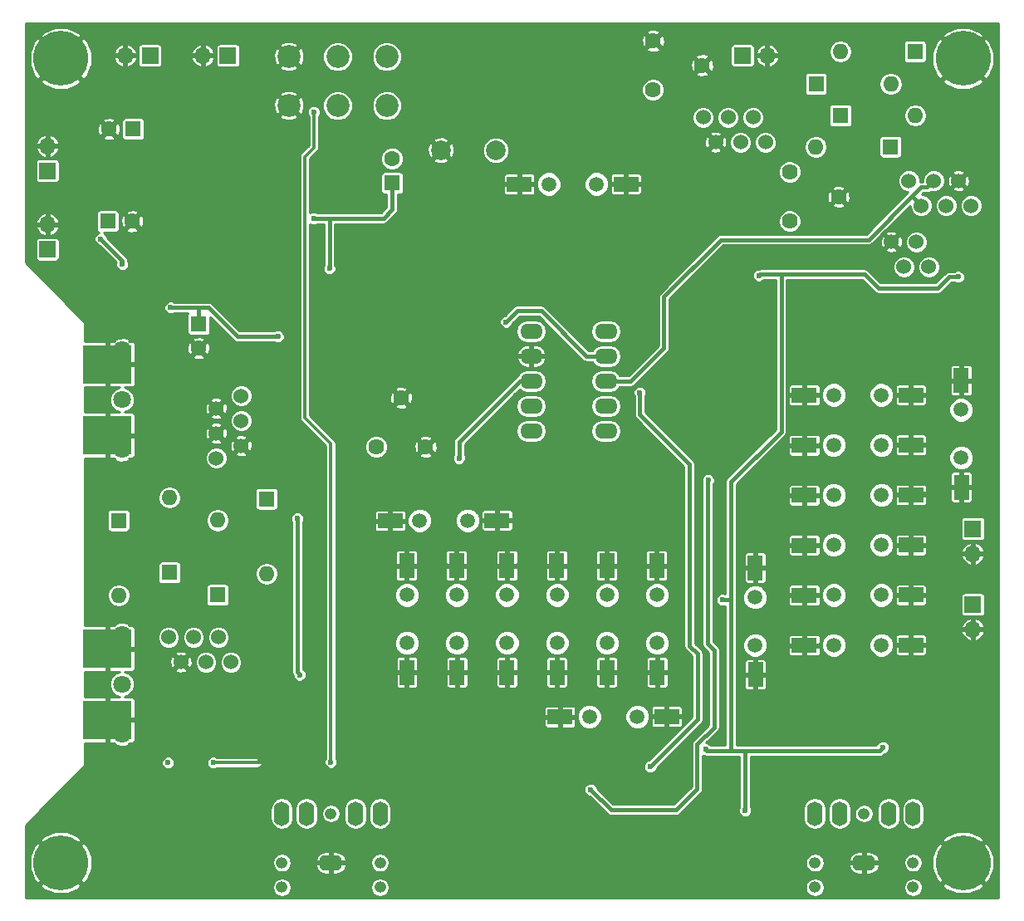
<source format=gbl>
G04 #@! TF.FileFunction,Copper,L2,Bot,Signal*
%FSLAX46Y46*%
G04 Gerber Fmt 4.6, Leading zero omitted, Abs format (unit mm)*
G04 Created by KiCad (PCBNEW 4.0.7-e2-6376~58~ubuntu14.04.1) date Thu May 10 06:19:56 2018*
%MOMM*%
%LPD*%
G01*
G04 APERTURE LIST*
%ADD10C,0.100000*%
%ADD11C,1.800000*%
%ADD12R,5.000000X3.960000*%
%ADD13C,1.524000*%
%ADD14O,2.500000X1.600000*%
%ADD15O,1.200000X1.200000*%
%ADD16O,1.600000X2.500000*%
%ADD17C,1.500000*%
%ADD18R,2.500000X1.524000*%
%ADD19C,5.600000*%
%ADD20R,1.524000X2.500000*%
%ADD21R,1.700000X1.700000*%
%ADD22O,1.700000X1.700000*%
%ADD23C,2.340000*%
%ADD24O,2.300000X1.600000*%
%ADD25C,1.620000*%
%ADD26C,1.998980*%
%ADD27R,1.600000X1.600000*%
%ADD28O,1.600000X1.600000*%
%ADD29C,1.600000*%
%ADD30C,0.600000*%
%ADD31C,0.300000*%
%ADD32C,0.400000*%
%ADD33C,0.254000*%
G04 APERTURE END LIST*
D10*
D11*
X64257000Y-114880000D03*
X64257000Y-104720000D03*
D12*
X62750000Y-106180000D03*
X62750000Y-113420000D03*
D11*
X64257000Y-112340000D03*
X64257000Y-107260000D03*
X64257000Y-109800000D03*
D13*
X69000000Y-105000000D03*
X70270000Y-107540000D03*
X71540000Y-105000000D03*
X72810000Y-107540000D03*
X74080000Y-105000000D03*
X75350000Y-107540000D03*
D14*
X85550000Y-128000000D03*
D15*
X85550000Y-123000000D03*
D16*
X90550000Y-123000000D03*
X88050000Y-123000000D03*
X83050000Y-123000000D03*
X80550000Y-123000000D03*
D15*
X90550000Y-128000000D03*
X80550000Y-128000000D03*
X90550000Y-130500000D03*
X80550000Y-130500000D03*
D17*
X136800000Y-90500000D03*
X141680000Y-90500000D03*
D18*
X144680000Y-90500000D03*
X133800000Y-90530000D03*
D19*
X150000000Y-46000000D03*
D14*
X139900000Y-128000000D03*
D15*
X139900000Y-123000000D03*
D16*
X144900000Y-123000000D03*
X142400000Y-123000000D03*
X137400000Y-123000000D03*
X134900000Y-123000000D03*
D15*
X144900000Y-128000000D03*
X134900000Y-128000000D03*
X144900000Y-130500000D03*
X134900000Y-130500000D03*
D19*
X150000000Y-128000000D03*
X58000000Y-128000000D03*
X58000000Y-46000000D03*
D17*
X111900000Y-113100000D03*
X116780000Y-113100000D03*
D18*
X119780000Y-113100000D03*
X108900000Y-113130000D03*
D17*
X118800000Y-100700000D03*
X118800000Y-105580000D03*
D20*
X118800000Y-108580000D03*
X118770000Y-97700000D03*
D17*
X113700000Y-100700000D03*
X113700000Y-105580000D03*
D20*
X113700000Y-108580000D03*
X113670000Y-97700000D03*
D17*
X108600000Y-100700000D03*
X108600000Y-105580000D03*
D20*
X108600000Y-108580000D03*
X108570000Y-97700000D03*
D17*
X103500000Y-100700000D03*
X103500000Y-105580000D03*
D20*
X103500000Y-108580000D03*
X103470000Y-97700000D03*
D17*
X98400000Y-100700000D03*
X98400000Y-105580000D03*
D20*
X98400000Y-108580000D03*
X98370000Y-97700000D03*
D17*
X93300000Y-100700000D03*
X93300000Y-105580000D03*
D20*
X93300000Y-108580000D03*
X93270000Y-97700000D03*
D17*
X94600000Y-93100000D03*
X99480000Y-93100000D03*
D18*
X102480000Y-93100000D03*
X91600000Y-93130000D03*
D17*
X128800000Y-105800000D03*
X128800000Y-100920000D03*
D20*
X128800000Y-97920000D03*
X128830000Y-108800000D03*
D17*
X136800000Y-105800000D03*
X141680000Y-105800000D03*
D18*
X144680000Y-105800000D03*
X133800000Y-105830000D03*
D17*
X136800000Y-100700000D03*
X141680000Y-100700000D03*
D18*
X144680000Y-100700000D03*
X133800000Y-100730000D03*
D17*
X136800000Y-95600000D03*
X141680000Y-95600000D03*
D18*
X144680000Y-95600000D03*
X133800000Y-95630000D03*
D17*
X136800000Y-85400000D03*
X141680000Y-85400000D03*
D18*
X144680000Y-85400000D03*
X133800000Y-85430000D03*
D17*
X136800000Y-80300000D03*
X141680000Y-80300000D03*
D18*
X144680000Y-80300000D03*
X133800000Y-80330000D03*
D17*
X149800000Y-86700000D03*
X149800000Y-81820000D03*
D20*
X149800000Y-78820000D03*
X149830000Y-89700000D03*
D21*
X56650000Y-57450000D03*
D22*
X56650000Y-54910000D03*
D21*
X56650000Y-65450000D03*
D22*
X56650000Y-62910000D03*
D11*
X64257000Y-85880000D03*
X64257000Y-75720000D03*
D12*
X62750000Y-77180000D03*
X62750000Y-84420000D03*
D11*
X64257000Y-83340000D03*
X64257000Y-78260000D03*
X64257000Y-80800000D03*
D13*
X76400000Y-80400000D03*
X73860000Y-81670000D03*
X76400000Y-82940000D03*
X73860000Y-84210000D03*
X76400000Y-85480000D03*
X73860000Y-86750000D03*
D21*
X67100000Y-45700000D03*
D22*
X64560000Y-45700000D03*
D23*
X91250000Y-45800000D03*
X86250000Y-45800000D03*
X81250000Y-45800000D03*
X91250000Y-50800000D03*
X86250000Y-50800000D03*
X81250000Y-50800000D03*
D21*
X151000000Y-101670000D03*
D22*
X151000000Y-104210000D03*
D21*
X151000000Y-93940000D03*
D22*
X151000000Y-96480000D03*
D21*
X75050000Y-45700000D03*
D22*
X72510000Y-45700000D03*
D24*
X113600000Y-73800000D03*
X113600000Y-76340000D03*
X113600000Y-78880000D03*
X113600000Y-81420000D03*
X113600000Y-83960000D03*
X105980000Y-83960000D03*
X105980000Y-81420000D03*
X105980000Y-78880000D03*
X105980000Y-76340000D03*
X105980000Y-73800000D03*
D13*
X150800000Y-61000000D03*
X149530000Y-58460000D03*
X148260000Y-61000000D03*
X146990000Y-58460000D03*
X145720000Y-61000000D03*
X144450000Y-58460000D03*
X142700000Y-64700000D03*
X143970000Y-67240000D03*
X145240000Y-64700000D03*
X146510000Y-67240000D03*
D21*
X127500000Y-45700000D03*
D22*
X130040000Y-45700000D03*
D25*
X132300000Y-62600000D03*
X137300000Y-60100000D03*
X132300000Y-57600000D03*
D13*
X123500000Y-52000000D03*
X124770000Y-54540000D03*
X126040000Y-52000000D03*
X127310000Y-54540000D03*
X128580000Y-52000000D03*
X129850000Y-54540000D03*
D26*
X96758000Y-55346000D03*
X102346000Y-55346000D03*
D25*
X118400000Y-49200000D03*
X123400000Y-46700000D03*
X118400000Y-44200000D03*
X95200000Y-85600000D03*
X92700000Y-80600000D03*
X90200000Y-85600000D03*
D17*
X107750000Y-58800000D03*
X112630000Y-58800000D03*
D18*
X115630000Y-58800000D03*
X104750000Y-58830000D03*
D27*
X69100000Y-98400000D03*
D28*
X69100000Y-90780000D03*
D27*
X63900000Y-93100000D03*
D28*
X63900000Y-100720000D03*
D27*
X74000000Y-100700000D03*
D28*
X74000000Y-93080000D03*
D27*
X79000000Y-90900000D03*
D28*
X79000000Y-98520000D03*
D27*
X137500000Y-51800000D03*
D28*
X145120000Y-51800000D03*
D27*
X145100000Y-45300000D03*
D28*
X137480000Y-45300000D03*
D27*
X142600000Y-55000000D03*
D28*
X134980000Y-55000000D03*
D27*
X135000000Y-48600000D03*
D28*
X142620000Y-48600000D03*
D27*
X72050000Y-73050000D03*
D29*
X72050000Y-75550000D03*
D27*
X91800000Y-58700000D03*
D29*
X91800000Y-56200000D03*
D27*
X65400000Y-53200000D03*
D29*
X62900000Y-53200000D03*
D27*
X62800000Y-62600000D03*
D29*
X65300000Y-62600000D03*
D30*
X68950000Y-117800000D03*
X73550000Y-117800000D03*
X63000000Y-121000000D03*
X63000000Y-126000000D03*
X63000000Y-130000000D03*
X68000000Y-130000000D03*
X68000000Y-126000000D03*
X68000000Y-121000000D03*
X73000000Y-121000000D03*
X73000000Y-126000000D03*
X73000000Y-130000000D03*
X78000000Y-130000000D03*
X78000000Y-126000000D03*
X150000000Y-66400000D03*
X149350000Y-71200000D03*
X94000000Y-130350000D03*
X99350000Y-127000000D03*
X94050000Y-126950000D03*
X87500000Y-130500000D03*
X82650000Y-129800000D03*
X82750000Y-125600000D03*
X86450000Y-125750000D03*
X89750000Y-126050000D03*
X92700000Y-123850000D03*
X118850000Y-127800000D03*
X112100000Y-125400000D03*
X115600000Y-125950000D03*
X107050000Y-123850000D03*
X108350000Y-127950000D03*
X103850000Y-125150000D03*
X104750000Y-127950000D03*
X86850000Y-113000000D03*
X87750000Y-116300000D03*
X88500000Y-111250000D03*
X88100000Y-119150000D03*
X92550000Y-120200000D03*
X115650000Y-123850000D03*
X118100000Y-123850000D03*
X111400000Y-122250000D03*
X105750000Y-120250000D03*
X102450000Y-121050000D03*
X97800000Y-121050000D03*
X112500000Y-116100000D03*
X115600000Y-118900000D03*
X95050000Y-117400000D03*
X98700000Y-118650000D03*
X101750000Y-117400000D03*
X105750000Y-117350000D03*
X108800000Y-117350000D03*
X97600000Y-44500000D03*
X94850000Y-43250000D03*
X78450000Y-48300000D03*
X65950000Y-60850000D03*
X69100000Y-56100000D03*
X64050000Y-55100000D03*
X72850000Y-48150000D03*
X67700000Y-52100000D03*
X71300000Y-52200000D03*
X92700000Y-83100000D03*
X91500000Y-87200000D03*
X144700000Y-111350000D03*
X87400000Y-48300000D03*
X82100000Y-48300000D03*
X83750000Y-59450000D03*
X87800000Y-52900000D03*
X87700000Y-56000000D03*
X85700000Y-61000000D03*
X75650000Y-56250000D03*
X75450000Y-48450000D03*
X75450000Y-51650000D03*
X92350000Y-48250000D03*
X118500000Y-54350000D03*
X72250000Y-55650000D03*
X84300000Y-69350000D03*
X79550000Y-65900000D03*
X88700000Y-65450000D03*
X96850000Y-68100000D03*
X92300000Y-65450000D03*
X84150000Y-65250000D03*
X78200000Y-64100000D03*
X78400000Y-56300000D03*
X74350000Y-62400000D03*
X70450000Y-63550000D03*
X78400000Y-59100000D03*
X59550000Y-69950000D03*
X58300000Y-67250000D03*
X62500000Y-67250000D03*
X62450000Y-71000000D03*
X63350000Y-73200000D03*
X70450000Y-67050000D03*
X67500000Y-73200000D03*
X67950000Y-68750000D03*
X74500000Y-70500000D03*
X74450000Y-67350000D03*
X77050000Y-68800000D03*
X76550000Y-72150000D03*
X89950000Y-82550000D03*
X82900000Y-118300000D03*
X78300000Y-121550000D03*
X78350000Y-117650000D03*
X61450000Y-102100000D03*
X66800000Y-115500000D03*
X68100000Y-113350000D03*
X71650000Y-110200000D03*
X71750000Y-113350000D03*
X63900000Y-95700000D03*
X61400000Y-93150000D03*
X61450000Y-95700000D03*
X63900000Y-98250000D03*
X61450000Y-98250000D03*
X66300000Y-98250000D03*
X66700000Y-105150000D03*
X66300000Y-102100000D03*
X61550000Y-90750000D03*
X62750000Y-88250000D03*
X65650000Y-88000000D03*
X64450000Y-90750000D03*
X69100000Y-96550000D03*
X69100000Y-94400000D03*
X66300000Y-95700000D03*
X67300000Y-91700000D03*
X68700000Y-88950000D03*
X81650000Y-81850000D03*
X84800000Y-81850000D03*
X71550000Y-91900000D03*
X74000000Y-98000000D03*
X74000000Y-95350000D03*
X70000000Y-102850000D03*
X71550000Y-99400000D03*
X71550000Y-96750000D03*
X71550000Y-94400000D03*
X93300000Y-113500000D03*
X95900000Y-110900000D03*
X95900000Y-113500000D03*
X88900000Y-107450000D03*
X89300000Y-101650000D03*
X86800000Y-101650000D03*
X81150000Y-100900000D03*
X83850000Y-100700000D03*
X83850000Y-97300000D03*
X79000000Y-94650000D03*
X76750000Y-95950000D03*
X76750000Y-92900000D03*
X78600000Y-101900000D03*
X76700000Y-98850000D03*
X78600000Y-104200000D03*
X73250000Y-102800000D03*
X75800000Y-102400000D03*
X75800000Y-105200000D03*
X80800000Y-113900000D03*
X82150000Y-111200000D03*
X74950000Y-109250000D03*
X75600000Y-113350000D03*
X78250000Y-113350000D03*
X78250000Y-109900000D03*
X78600000Y-106700000D03*
X88900000Y-104800000D03*
X86700000Y-104500000D03*
X81150000Y-106700000D03*
X81150000Y-104200000D03*
X80850000Y-97300000D03*
X80850000Y-94250000D03*
X81250000Y-90750000D03*
X67700000Y-85750000D03*
X71550000Y-84250000D03*
X67150000Y-83650000D03*
X69900000Y-82400000D03*
X69900000Y-77700000D03*
X75450000Y-77450000D03*
X80300000Y-77550000D03*
X83250000Y-84950000D03*
X80500000Y-84950000D03*
X79000000Y-81650000D03*
X71600000Y-88400000D03*
X75550000Y-88400000D03*
X79400000Y-88400000D03*
X83750000Y-87300000D03*
X85000000Y-75050000D03*
X89750000Y-73100000D03*
X89750000Y-76300000D03*
X90550000Y-78800000D03*
X94250000Y-73650000D03*
X94250000Y-77600000D03*
X90500000Y-68000000D03*
X100200000Y-61100000D03*
X98800000Y-63800000D03*
X96200000Y-62550000D03*
X102500000Y-68600000D03*
X102500000Y-70650000D03*
X94250000Y-70700000D03*
X99900000Y-75700000D03*
X99900000Y-73150000D03*
X99900000Y-70700000D03*
X152600000Y-78800000D03*
X152600000Y-81400000D03*
X152600000Y-86700000D03*
X148770000Y-84010000D03*
X151400000Y-84010000D03*
X152600000Y-89700000D03*
X97000000Y-90200000D03*
X97000000Y-93100000D03*
X89800000Y-90200000D03*
X93500000Y-90200000D03*
X106000000Y-113500000D03*
X106000000Y-110900000D03*
X103500000Y-111900000D03*
X121600000Y-108600000D03*
X120800000Y-106200000D03*
X123100000Y-122800000D03*
X147400000Y-124600000D03*
X137200000Y-130500000D03*
X142400000Y-127300000D03*
X142400000Y-130500000D03*
X137200000Y-127300000D03*
X131200000Y-128400000D03*
X127400000Y-124900000D03*
X131800000Y-121800000D03*
X131200000Y-124900000D03*
X123100000Y-128500000D03*
X123100000Y-125700000D03*
X128600000Y-130600000D03*
X131200000Y-130500000D03*
X124500000Y-119400000D03*
X119500000Y-119300000D03*
X115700000Y-115900000D03*
X114300000Y-113100000D03*
X115600000Y-71000000D03*
X107900000Y-80100000D03*
X108200000Y-75000000D03*
X108300000Y-77700000D03*
X109600000Y-72000000D03*
X109500000Y-64600000D03*
X109600000Y-68300000D03*
X111300000Y-74300000D03*
X111300000Y-77600000D03*
X111300000Y-80100000D03*
X94400000Y-59200000D03*
X104600000Y-64500000D03*
X101800000Y-63800000D03*
X115300000Y-68400000D03*
X114300000Y-64600000D03*
X119100000Y-58800000D03*
X120200000Y-60800000D03*
X122900000Y-68400000D03*
X121400000Y-66600000D03*
X120200000Y-63700000D03*
X118600000Y-67500000D03*
X118200000Y-71200000D03*
X118200000Y-74700000D03*
X121000000Y-71100000D03*
X121100000Y-74800000D03*
X115700000Y-75100000D03*
X92000000Y-53100000D03*
X95500000Y-51700000D03*
X103800000Y-47300000D03*
X100000000Y-43400000D03*
X100000000Y-46400000D03*
X98300000Y-50100000D03*
X104200000Y-51500000D03*
X102400000Y-53000000D03*
X104200000Y-54700000D03*
X100200000Y-58800000D03*
X108400000Y-52000000D03*
X112600000Y-54500000D03*
X112700000Y-56900000D03*
X110300000Y-60500000D03*
X112700000Y-61100000D03*
X110300000Y-57000000D03*
X104700000Y-61100000D03*
X115600000Y-60900000D03*
X120200000Y-56400000D03*
X121900000Y-53800000D03*
X115300000Y-57000000D03*
X106600000Y-56900000D03*
X110300000Y-53200000D03*
X106300000Y-51500000D03*
X110300000Y-47500000D03*
X106300000Y-43600000D03*
X106300000Y-47300000D03*
X111300000Y-44350000D03*
X115700000Y-53200000D03*
X137400000Y-48600000D03*
X140800000Y-48600000D03*
X139500000Y-51800000D03*
X135300000Y-58100000D03*
X136900000Y-56500000D03*
X138000000Y-63200000D03*
X124900000Y-43800000D03*
X124500000Y-50300000D03*
X127800000Y-48700000D03*
X121100000Y-44400000D03*
X118800000Y-46700000D03*
X121100000Y-49000000D03*
X125900000Y-60900000D03*
X122900000Y-59400000D03*
X122900000Y-56400000D03*
X133300000Y-60100000D03*
X130200000Y-60100000D03*
X128500000Y-58000000D03*
X135300000Y-62100000D03*
X125900000Y-58000000D03*
X140100000Y-62100000D03*
X142000000Y-59600000D03*
X134400000Y-43500000D03*
X139600000Y-43500000D03*
X141700000Y-45400000D03*
X145400000Y-43300000D03*
X133900000Y-50700000D03*
X130500000Y-50600000D03*
X131400000Y-52900000D03*
X138200000Y-55000000D03*
X139600000Y-57800000D03*
X145700000Y-56900000D03*
X145700000Y-53800000D03*
X142400000Y-51800000D03*
X145000000Y-49600000D03*
X152600000Y-52900000D03*
X149900000Y-52900000D03*
X152600000Y-55000000D03*
X152400000Y-57200000D03*
X152600000Y-50400000D03*
X149900000Y-50400000D03*
X149900000Y-55400000D03*
X152700000Y-59900000D03*
X152600000Y-74800000D03*
X152800000Y-62800000D03*
X152800000Y-71000000D03*
X152800000Y-66800000D03*
X144500000Y-62900000D03*
X149100000Y-63200000D03*
X142000000Y-67400000D03*
X129900000Y-74400000D03*
X127200000Y-73900000D03*
X125800000Y-71800000D03*
X125700000Y-68500000D03*
X132900000Y-74600000D03*
X136200000Y-75000000D03*
X127800000Y-67100000D03*
X135200000Y-72800000D03*
X134600000Y-69100000D03*
X139300000Y-71300000D03*
X143500000Y-70700000D03*
X149800000Y-74800000D03*
X140300000Y-75000000D03*
X143500000Y-74900000D03*
X146800000Y-74800000D03*
X146800000Y-77900000D03*
X140900000Y-78600000D03*
X137300000Y-77700000D03*
X134100000Y-78300000D03*
X128600000Y-77500000D03*
X118400000Y-78600000D03*
X117900000Y-85400000D03*
X116400000Y-88000000D03*
X120500000Y-88000000D03*
X123100000Y-85700000D03*
X123100000Y-82700000D03*
X119600000Y-82700000D03*
X115800000Y-82700000D03*
X109800000Y-84800000D03*
X107900000Y-82700000D03*
X111300000Y-82700000D03*
X101800000Y-86300000D03*
X99200000Y-82100000D03*
X103300000Y-83600000D03*
X121000000Y-92800000D03*
X116200000Y-93100000D03*
X115800000Y-90800000D03*
X110700000Y-90300000D03*
X110700000Y-88000000D03*
X106000000Y-90100000D03*
X104400000Y-88500000D03*
X100900000Y-113500000D03*
X100900000Y-110900000D03*
X98400000Y-111900000D03*
X102500000Y-90400000D03*
X100100000Y-88600000D03*
X113000000Y-93100000D03*
X109600000Y-93100000D03*
X119400000Y-94400000D03*
X106000000Y-93100000D03*
X88800000Y-93100000D03*
X87900000Y-97100000D03*
X91800000Y-95100000D03*
X103500000Y-95300000D03*
X108600000Y-95300000D03*
X113700000Y-95300000D03*
X96500000Y-105600000D03*
X100900000Y-108580000D03*
X100900000Y-105600000D03*
X111100000Y-110900000D03*
X117200000Y-108580000D03*
X111100000Y-108580000D03*
X111100000Y-105600000D03*
X106000000Y-105600000D03*
X106000000Y-108580000D03*
X114900000Y-103000000D03*
X112100000Y-103000000D03*
X109600000Y-103000000D03*
X107200000Y-103000000D03*
X104700000Y-103000000D03*
X102100000Y-103000000D03*
X99400000Y-103000000D03*
X96900000Y-103000000D03*
X94500000Y-103000000D03*
X120700000Y-103700000D03*
X91800000Y-103000000D03*
X118800000Y-103100000D03*
X123800000Y-108700000D03*
X125200000Y-105400000D03*
X125200000Y-102700000D03*
X125500000Y-108700000D03*
X123100000Y-102200000D03*
X123100000Y-105400000D03*
X127400000Y-108800000D03*
X148300000Y-113300000D03*
X151600000Y-114600000D03*
X151700000Y-110900000D03*
X152000000Y-122100000D03*
X148100000Y-122100000D03*
X134100000Y-119500000D03*
X137700000Y-119500000D03*
X141100000Y-119500000D03*
X136100000Y-124800000D03*
X143700000Y-124700000D03*
X140900000Y-124700000D03*
X138800000Y-124700000D03*
X129900000Y-119500000D03*
X144500000Y-119700000D03*
X132300000Y-114900000D03*
X133300000Y-111000000D03*
X136800000Y-110400000D03*
X129100000Y-114900000D03*
X136800000Y-115100000D03*
X136800000Y-107900000D03*
X130900000Y-110100000D03*
X144700000Y-107600000D03*
X145000000Y-115400000D03*
X136000000Y-103600000D03*
X141700000Y-107600000D03*
X139270000Y-106880000D03*
X139300000Y-110400000D03*
X147500000Y-106600000D03*
X144680000Y-103200000D03*
X147570000Y-104250000D03*
X151000000Y-106600000D03*
X150900000Y-99000000D03*
X147300000Y-96000000D03*
X144700000Y-98300000D03*
X147300000Y-98300000D03*
X129620000Y-91320000D03*
X129600000Y-88000000D03*
X127290000Y-97920000D03*
X128800000Y-103400000D03*
X130710000Y-99670000D03*
X129620000Y-94180000D03*
X139270000Y-97070000D03*
X135900000Y-97070000D03*
X139270000Y-99550000D03*
X136080000Y-99150000D03*
X139270000Y-91890000D03*
X135790000Y-91890000D03*
X144200000Y-92570000D03*
X141670000Y-103230000D03*
X139270000Y-102390000D03*
X139270000Y-94470000D03*
X139270000Y-104700000D03*
X141680000Y-88080000D03*
X139350000Y-86810000D03*
X139330000Y-83890000D03*
X139270000Y-89330000D03*
X95870000Y-108570000D03*
X126450000Y-82340000D03*
X126320000Y-87540000D03*
X127740000Y-93150000D03*
X131410000Y-85430000D03*
X147200000Y-92500000D03*
X147420000Y-90110000D03*
X147380000Y-87600000D03*
X147400000Y-81980000D03*
X147380000Y-85400000D03*
X144680000Y-87360000D03*
X144680000Y-83810000D03*
X144660000Y-82030000D03*
X141750000Y-82030000D03*
X139330000Y-81000000D03*
X130220000Y-82750000D03*
X130220000Y-80230000D03*
X127680000Y-80240000D03*
X124100000Y-80270000D03*
X121040000Y-80220000D03*
X121040000Y-77950000D03*
X98610000Y-86760000D03*
X127770000Y-122670000D03*
X125450000Y-101200000D03*
X82375000Y-108850000D03*
X149500000Y-68275000D03*
X129175000Y-68125000D03*
X123750000Y-116450000D03*
X141825000Y-116225000D03*
X82125000Y-92900000D03*
X64300000Y-67000000D03*
X62100000Y-64400000D03*
X118100000Y-118200000D03*
X117040000Y-80060000D03*
X69200000Y-71400000D03*
X80150000Y-74350000D03*
X85400000Y-67400000D03*
X83800000Y-62300000D03*
X112030000Y-120550000D03*
X124010000Y-89000000D03*
X103410000Y-72850000D03*
X83800000Y-51450000D03*
X85550000Y-117725000D03*
D31*
X78050000Y-117800000D02*
X73550000Y-117800000D01*
X78300000Y-121550000D02*
X78300000Y-125700000D01*
X63000000Y-126000000D02*
X63000000Y-121000000D01*
X68000000Y-130000000D02*
X63000000Y-130000000D01*
X68000000Y-121000000D02*
X68000000Y-126000000D01*
X73000000Y-126000000D02*
X73000000Y-121000000D01*
X78000000Y-130000000D02*
X73000000Y-130000000D01*
X78300000Y-125700000D02*
X78000000Y-126000000D01*
X152800000Y-71000000D02*
X149550000Y-71000000D01*
X149550000Y-71000000D02*
X149350000Y-71200000D01*
X94050000Y-126950000D02*
X94050000Y-130300000D01*
X94050000Y-130300000D02*
X94000000Y-130350000D01*
X94050000Y-126950000D02*
X94050000Y-125200000D01*
X100300000Y-127950000D02*
X99350000Y-127000000D01*
X104750000Y-127950000D02*
X100300000Y-127950000D01*
X82650000Y-125700000D02*
X82650000Y-129800000D01*
X82750000Y-125600000D02*
X82650000Y-125700000D01*
X89450000Y-125750000D02*
X86450000Y-125750000D01*
X89750000Y-126050000D02*
X89450000Y-125750000D01*
X94050000Y-125200000D02*
X92700000Y-123850000D01*
X123100000Y-128500000D02*
X119550000Y-128500000D01*
X119550000Y-128500000D02*
X118850000Y-127800000D01*
X112100000Y-125400000D02*
X115050000Y-125400000D01*
X115050000Y-125400000D02*
X115600000Y-125950000D01*
X108350000Y-127950000D02*
X108350000Y-125150000D01*
X108350000Y-125150000D02*
X107050000Y-123850000D01*
X108350000Y-127950000D02*
X104750000Y-127950000D01*
X87750000Y-116300000D02*
X87750000Y-118800000D01*
X86850000Y-113000000D02*
X87750000Y-113900000D01*
X87750000Y-113900000D02*
X87750000Y-116300000D01*
X93300000Y-111250000D02*
X88500000Y-111250000D01*
X87750000Y-118800000D02*
X88100000Y-119150000D01*
X115650000Y-123850000D02*
X113000000Y-123850000D01*
X115650000Y-123850000D02*
X118100000Y-123850000D01*
X113000000Y-123850000D02*
X111400000Y-122250000D01*
X105750000Y-117350000D02*
X105750000Y-120250000D01*
X101750000Y-117400000D02*
X101750000Y-120350000D01*
X101750000Y-120350000D02*
X102450000Y-121050000D01*
X112500000Y-116100000D02*
X110050000Y-116100000D01*
X97450000Y-117400000D02*
X95050000Y-117400000D01*
X98700000Y-118650000D02*
X97450000Y-117400000D01*
X105700000Y-117400000D02*
X101750000Y-117400000D01*
X105750000Y-117350000D02*
X105700000Y-117400000D01*
X110050000Y-116100000D02*
X108800000Y-117350000D01*
X99500000Y-46400000D02*
X97600000Y-44500000D01*
X100000000Y-46400000D02*
X99500000Y-46400000D01*
X82100000Y-48300000D02*
X78450000Y-48300000D01*
X69100000Y-56100000D02*
X65050000Y-56100000D01*
X65050000Y-56100000D02*
X64050000Y-55100000D01*
X75450000Y-51650000D02*
X71850000Y-51650000D01*
X67700000Y-52100000D02*
X67750000Y-52100000D01*
X71850000Y-51650000D02*
X71300000Y-52200000D01*
X144700000Y-110950000D02*
X144700000Y-111350000D01*
X87400000Y-48300000D02*
X82100000Y-48300000D01*
X87800000Y-52100000D02*
X88100000Y-51800000D01*
X88100000Y-51800000D02*
X88100000Y-49000000D01*
X88100000Y-49000000D02*
X87400000Y-48300000D01*
X87800000Y-52900000D02*
X87800000Y-52100000D01*
X83750000Y-59450000D02*
X84250000Y-59450000D01*
X87800000Y-52900000D02*
X87800000Y-52850000D01*
X84250000Y-59450000D02*
X87700000Y-56000000D01*
X75450000Y-51650000D02*
X75450000Y-48450000D01*
X95500000Y-51700000D02*
X95500000Y-51400000D01*
X95500000Y-51400000D02*
X92350000Y-48250000D01*
X120200000Y-56400000D02*
X120200000Y-56050000D01*
X120200000Y-56050000D02*
X118500000Y-54350000D01*
X79550000Y-65900000D02*
X79550000Y-65450000D01*
X96850000Y-68100000D02*
X94950000Y-68100000D01*
X94950000Y-68100000D02*
X92300000Y-65450000D01*
X88700000Y-65450000D02*
X92300000Y-65450000D01*
X79550000Y-65450000D02*
X78200000Y-64100000D01*
X74350000Y-62400000D02*
X75100000Y-62400000D01*
X70450000Y-67050000D02*
X70450000Y-63550000D01*
X75100000Y-62400000D02*
X78400000Y-59100000D01*
X67500000Y-73200000D02*
X63350000Y-73200000D01*
X59550000Y-68500000D02*
X59550000Y-69950000D01*
X58300000Y-67250000D02*
X59550000Y-68500000D01*
X62500000Y-70950000D02*
X62500000Y-67250000D01*
X62450000Y-71000000D02*
X62500000Y-70950000D01*
X70450000Y-67050000D02*
X70450000Y-67100000D01*
X67500000Y-73200000D02*
X67500000Y-69200000D01*
X67500000Y-69200000D02*
X67950000Y-68750000D01*
X74500000Y-67400000D02*
X74500000Y-70500000D01*
X74450000Y-67350000D02*
X74500000Y-67400000D01*
X77050000Y-71650000D02*
X77050000Y-68800000D01*
X76550000Y-72150000D02*
X77050000Y-71650000D01*
X78250000Y-113350000D02*
X78250000Y-117550000D01*
X81550000Y-118300000D02*
X82900000Y-118300000D01*
X78300000Y-121550000D02*
X81550000Y-118300000D01*
X78250000Y-117550000D02*
X78350000Y-117650000D01*
X66800000Y-114650000D02*
X66800000Y-115500000D01*
X68100000Y-113350000D02*
X66800000Y-114650000D01*
X71650000Y-113250000D02*
X71650000Y-110200000D01*
X71750000Y-113350000D02*
X71650000Y-113250000D01*
X66300000Y-95700000D02*
X63900000Y-95700000D01*
X61400000Y-95650000D02*
X61400000Y-93150000D01*
X61450000Y-95700000D02*
X61400000Y-95650000D01*
X61450000Y-98250000D02*
X63900000Y-98250000D01*
X66300000Y-98250000D02*
X66300000Y-102100000D01*
X65650000Y-88000000D02*
X65450000Y-88200000D01*
X62800000Y-88200000D02*
X65450000Y-88200000D01*
X62800000Y-88200000D02*
X62750000Y-88250000D01*
X67300000Y-91700000D02*
X65400000Y-91700000D01*
X65400000Y-91700000D02*
X64450000Y-90750000D01*
X71600000Y-88400000D02*
X69250000Y-88400000D01*
X69100000Y-94400000D02*
X69100000Y-96550000D01*
X67300000Y-91700000D02*
X66300000Y-95700000D01*
X69250000Y-88400000D02*
X68700000Y-88950000D01*
X80500000Y-83000000D02*
X81650000Y-81850000D01*
X80500000Y-83000000D02*
X80500000Y-83150000D01*
X71550000Y-94400000D02*
X71550000Y-91900000D01*
X74000000Y-98000000D02*
X74000000Y-95350000D01*
X70000000Y-100950000D02*
X70000000Y-102850000D01*
X71550000Y-99400000D02*
X70000000Y-100950000D01*
X71550000Y-94400000D02*
X71550000Y-96750000D01*
X93300000Y-108580000D02*
X93300000Y-111250000D01*
X93300000Y-111250000D02*
X93300000Y-113500000D01*
X95870000Y-110870000D02*
X95900000Y-110900000D01*
X95870000Y-110870000D02*
X95870000Y-108570000D01*
X89300000Y-101650000D02*
X86850000Y-101600000D01*
X86850000Y-101600000D02*
X86800000Y-101650000D01*
X76750000Y-95950000D02*
X76750000Y-92900000D01*
X78600000Y-101900000D02*
X78550000Y-101900000D01*
X79600000Y-100900000D02*
X78600000Y-101900000D01*
X79600000Y-100900000D02*
X81150000Y-100900000D01*
X76700000Y-100050000D02*
X76700000Y-98850000D01*
X78550000Y-101900000D02*
X76700000Y-100050000D01*
X78600000Y-104200000D02*
X76800000Y-104200000D01*
X81150000Y-104200000D02*
X78600000Y-104200000D01*
X75400000Y-102800000D02*
X73250000Y-102800000D01*
X75800000Y-102400000D02*
X75400000Y-102800000D01*
X76800000Y-104200000D02*
X75800000Y-105200000D01*
X80800000Y-113900000D02*
X78800000Y-113900000D01*
X82150000Y-112550000D02*
X80800000Y-113900000D01*
X81700000Y-110750000D02*
X82150000Y-111200000D01*
X81700000Y-109900000D02*
X81700000Y-110750000D01*
X82150000Y-111200000D02*
X82150000Y-112550000D01*
X74950000Y-112700000D02*
X74950000Y-109250000D01*
X75600000Y-113350000D02*
X74950000Y-112700000D01*
X78800000Y-113900000D02*
X78250000Y-113350000D01*
X81700000Y-109900000D02*
X78250000Y-109900000D01*
X81150000Y-106700000D02*
X78600000Y-106700000D01*
X91800000Y-103000000D02*
X90300000Y-103000000D01*
X90300000Y-103000000D02*
X89300000Y-101650000D01*
X88900000Y-104800000D02*
X89300000Y-101650000D01*
X81150000Y-100900000D02*
X81150000Y-104200000D01*
X80850000Y-100600000D02*
X81150000Y-100900000D01*
X80850000Y-97300000D02*
X80850000Y-100600000D01*
X81700000Y-109050000D02*
X81700000Y-109900000D01*
X81150000Y-108500000D02*
X81700000Y-109050000D01*
X81150000Y-106700000D02*
X81150000Y-108500000D01*
X79400000Y-88400000D02*
X80350000Y-88400000D01*
X80850000Y-94250000D02*
X80850000Y-97300000D01*
X81250000Y-89300000D02*
X81250000Y-90750000D01*
X80350000Y-88400000D02*
X81250000Y-89300000D01*
X67750000Y-84250000D02*
X71550000Y-84250000D01*
X67150000Y-83650000D02*
X67750000Y-84250000D01*
X69900000Y-77700000D02*
X69900000Y-82400000D01*
X79000000Y-80250000D02*
X78600000Y-80250000D01*
X76400000Y-78400000D02*
X75450000Y-77450000D01*
X76750000Y-78400000D02*
X76400000Y-78400000D01*
X78600000Y-80250000D02*
X76750000Y-78400000D01*
X79000000Y-81650000D02*
X79000000Y-80250000D01*
X79000000Y-80250000D02*
X79000000Y-78850000D01*
X79000000Y-78850000D02*
X80300000Y-77550000D01*
X80500000Y-84950000D02*
X80500000Y-83150000D01*
X80500000Y-83150000D02*
X79000000Y-81650000D01*
X73860000Y-84210000D02*
X73840000Y-84210000D01*
X73840000Y-84210000D02*
X71600000Y-86450000D01*
X71600000Y-86450000D02*
X71600000Y-88400000D01*
X75550000Y-88400000D02*
X79400000Y-88400000D01*
X84950000Y-75000000D02*
X84950000Y-74950000D01*
X85000000Y-75050000D02*
X84950000Y-75000000D01*
X89750000Y-76650000D02*
X89750000Y-76300000D01*
X90550000Y-78800000D02*
X89750000Y-76650000D01*
X94250000Y-73650000D02*
X94250000Y-77600000D01*
X100200000Y-61100000D02*
X98800000Y-63800000D01*
X98800000Y-63700000D02*
X98800000Y-63800000D01*
X97550000Y-62550000D02*
X98800000Y-63700000D01*
X96200000Y-62550000D02*
X97550000Y-62550000D01*
X99900000Y-70700000D02*
X102450000Y-70700000D01*
X102450000Y-70700000D02*
X102500000Y-70650000D01*
X94250000Y-70700000D02*
X99900000Y-70700000D01*
X99900000Y-73150000D02*
X99900000Y-75700000D01*
X151400000Y-84010000D02*
X151400000Y-82600000D01*
X152600000Y-78800000D02*
X152600000Y-74800000D01*
X151400000Y-82600000D02*
X152600000Y-81400000D01*
X151400000Y-84400000D02*
X152600000Y-85600000D01*
X152600000Y-85600000D02*
X152600000Y-86700000D01*
X151400000Y-84010000D02*
X151400000Y-84400000D01*
X93500000Y-90200000D02*
X89800000Y-90200000D01*
X106000000Y-113500000D02*
X105100000Y-113500000D01*
X106000000Y-113500000D02*
X106000000Y-110900000D01*
X105100000Y-113500000D02*
X103500000Y-111900000D01*
X121600000Y-108600000D02*
X121600000Y-107000000D01*
X121580000Y-108580000D02*
X121600000Y-108600000D01*
X118800000Y-108580000D02*
X121580000Y-108580000D01*
X121600000Y-107000000D02*
X120800000Y-106200000D01*
X137200000Y-130500000D02*
X142400000Y-130500000D01*
X137200000Y-125000000D02*
X137200000Y-127300000D01*
X131100000Y-128500000D02*
X131200000Y-128400000D01*
X127400000Y-124900000D02*
X123100000Y-125700000D01*
X131800000Y-121800000D02*
X131800000Y-124300000D01*
X131800000Y-119500000D02*
X131800000Y-121800000D01*
X131800000Y-124300000D02*
X131200000Y-124900000D01*
X123100000Y-128500000D02*
X131100000Y-128500000D01*
X131100000Y-130600000D02*
X128600000Y-130600000D01*
X131200000Y-130500000D02*
X131100000Y-130600000D01*
X115600000Y-118900000D02*
X116300000Y-118900000D01*
X119100000Y-119700000D02*
X119500000Y-119300000D01*
X117100000Y-119700000D02*
X119100000Y-119700000D01*
X116300000Y-118900000D02*
X117100000Y-119700000D01*
X115700000Y-115900000D02*
X115600000Y-116000000D01*
X115600000Y-116000000D02*
X115600000Y-118900000D01*
X118200000Y-71200000D02*
X115800000Y-71200000D01*
X115800000Y-71200000D02*
X115600000Y-71000000D01*
X111300000Y-80100000D02*
X107900000Y-80100000D01*
X108200000Y-77600000D02*
X108200000Y-75000000D01*
X108300000Y-77700000D02*
X108200000Y-77600000D01*
X109600000Y-72000000D02*
X109600000Y-72600000D01*
X109600000Y-72600000D02*
X111300000Y-74300000D01*
X111300000Y-82700000D02*
X111300000Y-80100000D01*
X104600000Y-64500000D02*
X102500000Y-64500000D01*
X102500000Y-64500000D02*
X101800000Y-63800000D01*
X118600000Y-67500000D02*
X116200000Y-67500000D01*
X116200000Y-67500000D02*
X115300000Y-68400000D01*
X118200000Y-74700000D02*
X116600000Y-76300000D01*
X121000000Y-70300000D02*
X122900000Y-68400000D01*
X121400000Y-66600000D02*
X120200000Y-65400000D01*
X120200000Y-65400000D02*
X120200000Y-63700000D01*
X118600000Y-67500000D02*
X118200000Y-67900000D01*
X118200000Y-67900000D02*
X118200000Y-71200000D01*
X121040000Y-77950000D02*
X121040000Y-74860000D01*
X121040000Y-74860000D02*
X121100000Y-74800000D01*
X121000000Y-71100000D02*
X121000000Y-70300000D01*
X116600000Y-76000000D02*
X115700000Y-75100000D01*
X116600000Y-76300000D02*
X116600000Y-76000000D01*
X94100000Y-53100000D02*
X92000000Y-53100000D01*
X95500000Y-51700000D02*
X94100000Y-53100000D01*
X103800000Y-47300000D02*
X100900000Y-47300000D01*
X106300000Y-47300000D02*
X103800000Y-47300000D01*
X100900000Y-47300000D02*
X100000000Y-46400000D01*
X106300000Y-51500000D02*
X104200000Y-51500000D01*
X104750000Y-58830000D02*
X104750000Y-55250000D01*
X104750000Y-55250000D02*
X104200000Y-54700000D01*
X104750000Y-58830000D02*
X100230000Y-58830000D01*
X100230000Y-58830000D02*
X100200000Y-58800000D01*
X106300000Y-51500000D02*
X107900000Y-51500000D01*
X107900000Y-51500000D02*
X108400000Y-52000000D01*
X110300000Y-57000000D02*
X112600000Y-57000000D01*
X112600000Y-57000000D02*
X112700000Y-56900000D01*
X110300000Y-60500000D02*
X112100000Y-60500000D01*
X112100000Y-60500000D02*
X112700000Y-61100000D01*
X115630000Y-58800000D02*
X115630000Y-60870000D01*
X115630000Y-60870000D02*
X115600000Y-60900000D01*
X115630000Y-58800000D02*
X119100000Y-58800000D01*
X121100000Y-50700000D02*
X121850000Y-49950000D01*
X121100000Y-53000000D02*
X121900000Y-53800000D01*
X121100000Y-50700000D02*
X121100000Y-53000000D01*
X119100000Y-58800000D02*
X120200000Y-56400000D01*
X115630000Y-58800000D02*
X115630000Y-57330000D01*
X115630000Y-57330000D02*
X115300000Y-57000000D01*
X110300000Y-57000000D02*
X106700000Y-57000000D01*
X106700000Y-57000000D02*
X106600000Y-56900000D01*
X110300000Y-53200000D02*
X110300000Y-57000000D01*
X106300000Y-51500000D02*
X106300000Y-47300000D01*
X118800000Y-46700000D02*
X112900000Y-46700000D01*
X112900000Y-46700000D02*
X110300000Y-47500000D01*
X110300000Y-47500000D02*
X110300000Y-53200000D01*
X111300000Y-44350000D02*
X111300000Y-44300000D01*
X140800000Y-48600000D02*
X140800000Y-46300000D01*
X137400000Y-48600000D02*
X140800000Y-48600000D01*
X138200000Y-55000000D02*
X138800000Y-55000000D01*
X139500000Y-54300000D02*
X139500000Y-51800000D01*
X138800000Y-55000000D02*
X139500000Y-54300000D01*
X140800000Y-46300000D02*
X141700000Y-45400000D01*
X135300000Y-62100000D02*
X136900000Y-62100000D01*
X136900000Y-62100000D02*
X138000000Y-63200000D01*
X121100000Y-44400000D02*
X124300000Y-44400000D01*
X124300000Y-44400000D02*
X124900000Y-43800000D01*
X121100000Y-49000000D02*
X121100000Y-49200000D01*
X121100000Y-49200000D02*
X121850000Y-49950000D01*
X129700000Y-50600000D02*
X127800000Y-48700000D01*
X121850000Y-49950000D02*
X122200000Y-50300000D01*
X122200000Y-50300000D02*
X124500000Y-50300000D01*
X129700000Y-50600000D02*
X130500000Y-50600000D01*
X123400000Y-46700000D02*
X121100000Y-49000000D01*
X118800000Y-46700000D02*
X121100000Y-44400000D01*
X124770000Y-54540000D02*
X124760000Y-54540000D01*
X124760000Y-54540000D02*
X122900000Y-56400000D01*
X128500000Y-58000000D02*
X125900000Y-58000000D01*
X133300000Y-60100000D02*
X130200000Y-60100000D01*
X137300000Y-60100000D02*
X135300000Y-62100000D01*
X140100000Y-62100000D02*
X140100000Y-61500000D01*
X140100000Y-61500000D02*
X142000000Y-59600000D01*
X134400000Y-43500000D02*
X139600000Y-43500000D01*
X141700000Y-45400000D02*
X143800000Y-43300000D01*
X143800000Y-43300000D02*
X145400000Y-43300000D01*
X138200000Y-55000000D02*
X137700000Y-55000000D01*
X137700000Y-55000000D02*
X133900000Y-51200000D01*
X133900000Y-51200000D02*
X133900000Y-50700000D01*
X130500000Y-50600000D02*
X131400000Y-51500000D01*
X131400000Y-51500000D02*
X131400000Y-52900000D01*
X142400000Y-51800000D02*
X144600000Y-49600000D01*
X139600000Y-57800000D02*
X140500000Y-56900000D01*
X140500000Y-56900000D02*
X145700000Y-56900000D01*
X145700000Y-53800000D02*
X145300000Y-53400000D01*
X145300000Y-53400000D02*
X144000000Y-53400000D01*
X144000000Y-53400000D02*
X142400000Y-51800000D01*
X144600000Y-49600000D02*
X145000000Y-49600000D01*
X152600000Y-52900000D02*
X149900000Y-52900000D01*
X149900000Y-55400000D02*
X149900000Y-52900000D01*
X149900000Y-52900000D02*
X149900000Y-50400000D01*
X149530000Y-58460000D02*
X149560000Y-58460000D01*
X149560000Y-58460000D02*
X150500000Y-59400000D01*
X152200000Y-59400000D02*
X152700000Y-59900000D01*
X150500000Y-59400000D02*
X152200000Y-59400000D01*
X152600000Y-74800000D02*
X152800000Y-74600000D01*
X152800000Y-74600000D02*
X152800000Y-71000000D01*
X152800000Y-66800000D02*
X152800000Y-62800000D01*
X144500000Y-62900000D02*
X148800000Y-62900000D01*
X148800000Y-62900000D02*
X149100000Y-63200000D01*
X142700000Y-64700000D02*
X140900000Y-66500000D01*
X141100000Y-66500000D02*
X142000000Y-67400000D01*
X140900000Y-66500000D02*
X141100000Y-66500000D01*
X129900000Y-74400000D02*
X129400000Y-73900000D01*
X129400000Y-73900000D02*
X127200000Y-73900000D01*
X125800000Y-71800000D02*
X125700000Y-71700000D01*
X125700000Y-71700000D02*
X125700000Y-68500000D01*
X135200000Y-72800000D02*
X135200000Y-69700000D01*
X135500000Y-75000000D02*
X135200000Y-74700000D01*
X135200000Y-74700000D02*
X135200000Y-72800000D01*
X136200000Y-75000000D02*
X135500000Y-75000000D01*
X135200000Y-69700000D02*
X134600000Y-69100000D01*
X139300000Y-75000000D02*
X139300000Y-71300000D01*
X143500000Y-74900000D02*
X143500000Y-70700000D01*
X149800000Y-74800000D02*
X149800000Y-78820000D01*
X144680000Y-80300000D02*
X144680000Y-78620000D01*
X140300000Y-75000000D02*
X139300000Y-75000000D01*
X139300000Y-75000000D02*
X136200000Y-75000000D01*
X146700000Y-74900000D02*
X143500000Y-74900000D01*
X146800000Y-74800000D02*
X146700000Y-74900000D01*
X145400000Y-77900000D02*
X146800000Y-77900000D01*
X144680000Y-78620000D02*
X145400000Y-77900000D01*
X138450000Y-78850000D02*
X140650000Y-78850000D01*
X140650000Y-78850000D02*
X140900000Y-78600000D01*
X133800000Y-80330000D02*
X133800000Y-78600000D01*
X139330000Y-79730000D02*
X139330000Y-81000000D01*
X137300000Y-77700000D02*
X138450000Y-78850000D01*
X138450000Y-78850000D02*
X139330000Y-79730000D01*
X133800000Y-78600000D02*
X134100000Y-78300000D01*
X121040000Y-79000000D02*
X118800000Y-79000000D01*
X118800000Y-79000000D02*
X118400000Y-78600000D01*
X117900000Y-85400000D02*
X117900000Y-84800000D01*
X120500000Y-88000000D02*
X116400000Y-88000000D01*
X121900000Y-84500000D02*
X121300000Y-84500000D01*
X123100000Y-85700000D02*
X121900000Y-84500000D01*
X119600000Y-82700000D02*
X123100000Y-82700000D01*
X117900000Y-84800000D02*
X115800000Y-82700000D01*
X109800000Y-84800000D02*
X111300000Y-83300000D01*
X110700000Y-85700000D02*
X109800000Y-84800000D01*
X110700000Y-88000000D02*
X110700000Y-85700000D01*
X111300000Y-83300000D02*
X111300000Y-82700000D01*
X101800000Y-86300000D02*
X103300000Y-84800000D01*
X104000000Y-88500000D02*
X101800000Y-86300000D01*
X104400000Y-88500000D02*
X104000000Y-88500000D01*
X103300000Y-84800000D02*
X103300000Y-83600000D01*
X119400000Y-94400000D02*
X121000000Y-92800000D01*
X116200000Y-93100000D02*
X116200000Y-91200000D01*
X116200000Y-91200000D02*
X115800000Y-90800000D01*
X110700000Y-88000000D02*
X110700000Y-90300000D01*
X102500000Y-90400000D02*
X104400000Y-88500000D01*
X100900000Y-113500000D02*
X100000000Y-113500000D01*
X100900000Y-113500000D02*
X100900000Y-110900000D01*
X100000000Y-113500000D02*
X98400000Y-111900000D01*
X102480000Y-90420000D02*
X102500000Y-90400000D01*
X102480000Y-93100000D02*
X102480000Y-90420000D01*
X118770000Y-95030000D02*
X119400000Y-94400000D01*
X118770000Y-97700000D02*
X118770000Y-95030000D01*
X106000000Y-93100000D02*
X102480000Y-93100000D01*
X88830000Y-93130000D02*
X88800000Y-93100000D01*
X91600000Y-93130000D02*
X88830000Y-93130000D01*
X91600000Y-93130000D02*
X91600000Y-94900000D01*
X91600000Y-94900000D02*
X91800000Y-95100000D01*
X103470000Y-97700000D02*
X103470000Y-95330000D01*
X103470000Y-95330000D02*
X103500000Y-95300000D01*
X108570000Y-97700000D02*
X108570000Y-95330000D01*
X108570000Y-95330000D02*
X108600000Y-95300000D01*
X113670000Y-97700000D02*
X113670000Y-95330000D01*
X113670000Y-95330000D02*
X113700000Y-95300000D01*
X95870000Y-108570000D02*
X95870000Y-106230000D01*
X95870000Y-106230000D02*
X96500000Y-105600000D01*
X103500000Y-108580000D02*
X100900000Y-108580000D01*
X100900000Y-108580000D02*
X98400000Y-108580000D01*
X111100000Y-108580000D02*
X111100000Y-110900000D01*
X113700000Y-108580000D02*
X117200000Y-108580000D01*
X117200000Y-108580000D02*
X118800000Y-108580000D01*
X108600000Y-108580000D02*
X111100000Y-108580000D01*
X111100000Y-108580000D02*
X113700000Y-108580000D01*
X106000000Y-108580000D02*
X106000000Y-105600000D01*
X103500000Y-108580000D02*
X106000000Y-108580000D01*
X106000000Y-108580000D02*
X108600000Y-108580000D01*
X120700000Y-97700000D02*
X120700000Y-103700000D01*
X118770000Y-97700000D02*
X120700000Y-97700000D01*
X118700000Y-103000000D02*
X114900000Y-103000000D01*
X114900000Y-103000000D02*
X112100000Y-103000000D01*
X112100000Y-103000000D02*
X109600000Y-103000000D01*
X109600000Y-103000000D02*
X107200000Y-103000000D01*
X107200000Y-103000000D02*
X104700000Y-103000000D01*
X104700000Y-103000000D02*
X102100000Y-103000000D01*
X102100000Y-103000000D02*
X99400000Y-103000000D01*
X99400000Y-103000000D02*
X96900000Y-103000000D01*
X96900000Y-103000000D02*
X94500000Y-103000000D01*
X94500000Y-103000000D02*
X91800000Y-103000000D01*
X118800000Y-103100000D02*
X118700000Y-103000000D01*
X123800000Y-108700000D02*
X123800000Y-106600000D01*
X123100000Y-105900000D02*
X123100000Y-105400000D01*
X123800000Y-106600000D02*
X123100000Y-105900000D01*
X128830000Y-108800000D02*
X127400000Y-108800000D01*
X150000000Y-128000000D02*
X147400000Y-125400000D01*
X150300000Y-113300000D02*
X148300000Y-113300000D01*
X151600000Y-114600000D02*
X150300000Y-113300000D01*
X153000000Y-112200000D02*
X151700000Y-110900000D01*
X153000000Y-121100000D02*
X153000000Y-112200000D01*
X152000000Y-122100000D02*
X153000000Y-121100000D01*
X147400000Y-122800000D02*
X148100000Y-122100000D01*
X147400000Y-125400000D02*
X147400000Y-124600000D01*
X147400000Y-124600000D02*
X147400000Y-122800000D01*
X138800000Y-124700000D02*
X138500000Y-125000000D01*
X136300000Y-125000000D02*
X136100000Y-124800000D01*
X138500000Y-125000000D02*
X137200000Y-125000000D01*
X137200000Y-125000000D02*
X136300000Y-125000000D01*
X139000000Y-119500000D02*
X139000000Y-121600000D01*
X143500000Y-124900000D02*
X143700000Y-124700000D01*
X141100000Y-124900000D02*
X143500000Y-124900000D01*
X140900000Y-124700000D02*
X141100000Y-124900000D01*
X138800000Y-121800000D02*
X138800000Y-124700000D01*
X139000000Y-121600000D02*
X138800000Y-121800000D01*
X144300000Y-119500000D02*
X141100000Y-119500000D01*
X141100000Y-119500000D02*
X139000000Y-119500000D01*
X139000000Y-119500000D02*
X137700000Y-119500000D01*
X137700000Y-119500000D02*
X134100000Y-119500000D01*
X134100000Y-119500000D02*
X131800000Y-119500000D01*
X131800000Y-119500000D02*
X129900000Y-119500000D01*
X144500000Y-119700000D02*
X144300000Y-119500000D01*
X129100000Y-114900000D02*
X132300000Y-114900000D01*
X132400000Y-113000000D02*
X132400000Y-114800000D01*
X132400000Y-114800000D02*
X132300000Y-114900000D01*
X136800000Y-111800000D02*
X136800000Y-110400000D01*
X136400000Y-112200000D02*
X133300000Y-111000000D01*
X136800000Y-111800000D02*
X136400000Y-112200000D01*
X133300000Y-111000000D02*
X132400000Y-113000000D01*
X136800000Y-110400000D02*
X136800000Y-115100000D01*
X136800000Y-110400000D02*
X136800000Y-107900000D01*
X139270000Y-107900000D02*
X136800000Y-107900000D01*
X128830000Y-108800000D02*
X130200000Y-108800000D01*
X130900000Y-109500000D02*
X130900000Y-110100000D01*
X130200000Y-108800000D02*
X130900000Y-109500000D01*
X144700000Y-107600000D02*
X144700000Y-110950000D01*
X144700000Y-110950000D02*
X144700000Y-113000000D01*
X144700000Y-113000000D02*
X145000000Y-115400000D01*
X139270000Y-107900000D02*
X141400000Y-107900000D01*
X141400000Y-107900000D02*
X141700000Y-107600000D01*
X139270000Y-106880000D02*
X139270000Y-107900000D01*
X139270000Y-107900000D02*
X139270000Y-110370000D01*
X139270000Y-104700000D02*
X139270000Y-106880000D01*
X139270000Y-110370000D02*
X139300000Y-110400000D01*
X147500000Y-106600000D02*
X151000000Y-106600000D01*
X147300000Y-98300000D02*
X148400000Y-98300000D01*
X149100000Y-99000000D02*
X150900000Y-99000000D01*
X148400000Y-98300000D02*
X149100000Y-99000000D01*
X144700000Y-98300000D02*
X147300000Y-98300000D01*
X144700000Y-95620000D02*
X144700000Y-98300000D01*
X144680000Y-98320000D02*
X144700000Y-98300000D01*
X144680000Y-98320000D02*
X144680000Y-100700000D01*
X144700000Y-95620000D02*
X144680000Y-95600000D01*
X129620000Y-91320000D02*
X129620000Y-88020000D01*
X129620000Y-88020000D02*
X129600000Y-88000000D01*
X127290000Y-97920000D02*
X127290000Y-102190000D01*
X128800000Y-97920000D02*
X127290000Y-97920000D01*
X128500000Y-103400000D02*
X128800000Y-103400000D01*
X127290000Y-102190000D02*
X128500000Y-103400000D01*
X133800000Y-100730000D02*
X131770000Y-100730000D01*
X131770000Y-100730000D02*
X130710000Y-99670000D01*
X129620000Y-91320000D02*
X129620000Y-94180000D01*
X129595000Y-91295000D02*
X129620000Y-91320000D01*
X139270000Y-97070000D02*
X135900000Y-97070000D01*
X139270000Y-91890000D02*
X135790000Y-91890000D01*
X144680000Y-90500000D02*
X144680000Y-92090000D01*
X144680000Y-92090000D02*
X144200000Y-92570000D01*
X144680000Y-103200000D02*
X144680000Y-100700000D01*
X144680000Y-103200000D02*
X144680000Y-105800000D01*
X141670000Y-103230000D02*
X141700000Y-103200000D01*
X141700000Y-103200000D02*
X144680000Y-103200000D01*
X139270000Y-89330000D02*
X139270000Y-91890000D01*
X139270000Y-91890000D02*
X139270000Y-94470000D01*
X139270000Y-94470000D02*
X139270000Y-97070000D01*
X139270000Y-97070000D02*
X139270000Y-99550000D01*
X139270000Y-99550000D02*
X139270000Y-102390000D01*
X139270000Y-102390000D02*
X139270000Y-104700000D01*
X141680000Y-88080000D02*
X140520000Y-88080000D01*
X140520000Y-88080000D02*
X139270000Y-89330000D01*
X139340000Y-88080000D02*
X141680000Y-88080000D01*
X139330000Y-81000000D02*
X139330000Y-83890000D01*
X139340000Y-86820000D02*
X139340000Y-88080000D01*
X139350000Y-86810000D02*
X139340000Y-86820000D01*
X95870000Y-108570000D02*
X93310000Y-108570000D01*
X93310000Y-108570000D02*
X93300000Y-108580000D01*
X98400000Y-108580000D02*
X95880000Y-108580000D01*
X95880000Y-108580000D02*
X95870000Y-108570000D01*
X126490000Y-80240000D02*
X126490000Y-82300000D01*
X126490000Y-82300000D02*
X126450000Y-82340000D01*
X130410000Y-90520000D02*
X130370000Y-90520000D01*
X130370000Y-90520000D02*
X129595000Y-91295000D01*
X129595000Y-91295000D02*
X127740000Y-93150000D01*
X131410000Y-85430000D02*
X133800000Y-85430000D01*
X133800000Y-90530000D02*
X130420000Y-90530000D01*
X130420000Y-90530000D02*
X130410000Y-90520000D01*
X144680000Y-90500000D02*
X147270000Y-90260000D01*
X147270000Y-90260000D02*
X147420000Y-90110000D01*
X147380000Y-88650000D02*
X147420000Y-90110000D01*
X147200000Y-92500000D02*
X147200000Y-92520000D01*
X147760000Y-89700000D02*
X149830000Y-89700000D01*
X147380000Y-89320000D02*
X147760000Y-89700000D01*
X147380000Y-87600000D02*
X147380000Y-88650000D01*
X147380000Y-88650000D02*
X147380000Y-89320000D01*
X148770000Y-83350000D02*
X147400000Y-81980000D01*
X148770000Y-84010000D02*
X148770000Y-83350000D01*
X147380000Y-85400000D02*
X144680000Y-85400000D01*
X148770000Y-84010000D02*
X147380000Y-85400000D01*
X144680000Y-85400000D02*
X144680000Y-87360000D01*
X144680000Y-85400000D02*
X144680000Y-83810000D01*
X141750000Y-82030000D02*
X144660000Y-82030000D01*
X144680000Y-82010000D02*
X144680000Y-80300000D01*
X144660000Y-82030000D02*
X144680000Y-82010000D01*
X141750000Y-82030000D02*
X141730000Y-82030000D01*
X130220000Y-80230000D02*
X130220000Y-82750000D01*
X124130000Y-80240000D02*
X126490000Y-80240000D01*
X126490000Y-80240000D02*
X127680000Y-80240000D01*
X124100000Y-80270000D02*
X124130000Y-80240000D01*
X121040000Y-77950000D02*
X121040000Y-79000000D01*
X121040000Y-79000000D02*
X121040000Y-80220000D01*
D32*
X126325000Y-101200000D02*
X126325000Y-116600000D01*
X105980000Y-78880000D02*
X104830000Y-78880000D01*
X104830000Y-78880000D02*
X98610000Y-85100000D01*
X98610000Y-85100000D02*
X98610000Y-86760000D01*
X127770000Y-116600000D02*
X127770000Y-122670000D01*
X125450000Y-101200000D02*
X126325000Y-101200000D01*
X82375000Y-108800000D02*
X82375000Y-108850000D01*
X82125000Y-108550000D02*
X82375000Y-108800000D01*
X82125000Y-108250000D02*
X82125000Y-108550000D01*
X82125000Y-92900000D02*
X82125000Y-108250000D01*
X131450000Y-68000000D02*
X131450000Y-84025000D01*
X131450000Y-84025000D02*
X126325000Y-89150000D01*
X126325000Y-97950000D02*
X126325000Y-101200000D01*
X126325000Y-89150000D02*
X126325000Y-97950000D01*
X148575000Y-68275000D02*
X149500000Y-68275000D01*
X147425000Y-69425000D02*
X148575000Y-68275000D01*
X141350000Y-69425000D02*
X147425000Y-69425000D01*
X139925000Y-68000000D02*
X141350000Y-69425000D01*
X129300000Y-68000000D02*
X131450000Y-68000000D01*
X131450000Y-68000000D02*
X139925000Y-68000000D01*
X129175000Y-68125000D02*
X129300000Y-68000000D01*
X123750000Y-116450000D02*
X123900000Y-116600000D01*
X123900000Y-116600000D02*
X126325000Y-116600000D01*
X141450000Y-116600000D02*
X141825000Y-116225000D01*
X126325000Y-116600000D02*
X126350000Y-116600000D01*
X126350000Y-116600000D02*
X127770000Y-116600000D01*
X127770000Y-116600000D02*
X141450000Y-116600000D01*
X64300000Y-66600000D02*
X64300000Y-67000000D01*
X62100000Y-64400000D02*
X64300000Y-66600000D01*
X122920000Y-111800000D02*
X122920000Y-113380000D01*
X122920000Y-113380000D02*
X118100000Y-118200000D01*
X117040000Y-81730000D02*
X117040000Y-82310000D01*
X122100000Y-87370000D02*
X122100000Y-93790000D01*
X117040000Y-82310000D02*
X122100000Y-87370000D01*
X122920000Y-111800000D02*
X122920000Y-106690000D01*
X122100000Y-105870000D02*
X122100000Y-93790000D01*
X122920000Y-106690000D02*
X122100000Y-105870000D01*
X117040000Y-80060000D02*
X117040000Y-81730000D01*
X72050000Y-73050000D02*
X72050000Y-71400000D01*
X73050000Y-71400000D02*
X72050000Y-71400000D01*
X72050000Y-71400000D02*
X69200000Y-71400000D01*
X76000000Y-74350000D02*
X73050000Y-71400000D01*
X80150000Y-74350000D02*
X76000000Y-74350000D01*
X85400000Y-62300000D02*
X85400000Y-67400000D01*
X91800000Y-58700000D02*
X91800000Y-61400000D01*
X90900000Y-62300000D02*
X85400000Y-62300000D01*
X85400000Y-62300000D02*
X83800000Y-62300000D01*
X91800000Y-61400000D02*
X90900000Y-62300000D01*
X114090000Y-122610000D02*
X117170000Y-122610000D01*
X112030000Y-120550000D02*
X114090000Y-122610000D01*
X124010000Y-89000000D02*
X123970000Y-89040000D01*
X123970000Y-89040000D02*
X123970000Y-105690000D01*
X123970000Y-105690000D02*
X124610000Y-106330000D01*
X124610000Y-106330000D02*
X124610000Y-114170000D01*
X124610000Y-114170000D02*
X122880000Y-115900000D01*
X122880000Y-115900000D02*
X122880000Y-120460000D01*
X122880000Y-120460000D02*
X120730000Y-122610000D01*
X120730000Y-122610000D02*
X117170000Y-122610000D01*
X105890000Y-71720000D02*
X106980000Y-71720000D01*
X106980000Y-71720000D02*
X111600000Y-76340000D01*
X113600000Y-76340000D02*
X111600000Y-76340000D01*
X103410000Y-72850000D02*
X104540000Y-71720000D01*
X104540000Y-71720000D02*
X105890000Y-71720000D01*
X145685000Y-59125000D02*
X146325000Y-59125000D01*
X146325000Y-59125000D02*
X146990000Y-58460000D01*
X145720000Y-61000000D02*
X145700000Y-61000000D01*
X145700000Y-61000000D02*
X144755000Y-60055000D01*
X145685000Y-59125000D02*
X144755000Y-60055000D01*
X144755000Y-60055000D02*
X140340000Y-64470000D01*
X140340000Y-64470000D02*
X125330000Y-64470000D01*
X125330000Y-64470000D02*
X119500000Y-70300000D01*
X119500000Y-70300000D02*
X119500000Y-75490000D01*
X119500000Y-75490000D02*
X116110000Y-78880000D01*
X116110000Y-78880000D02*
X113600000Y-78880000D01*
D31*
X82875000Y-64330000D02*
X82875000Y-82605000D01*
X82875000Y-82605000D02*
X85550000Y-85280000D01*
X82875000Y-64330000D02*
X82875000Y-56000000D01*
X83800000Y-51450000D02*
X83800000Y-55075000D01*
X83800000Y-55075000D02*
X82875000Y-56000000D01*
X85550000Y-85280000D02*
X85550000Y-117725000D01*
D32*
X151000000Y-101670000D02*
X151000000Y-101620000D01*
D33*
G36*
X153573000Y-131573000D02*
X54427000Y-131573000D01*
X54427000Y-130311833D01*
X55867772Y-130311833D01*
X56200232Y-130693235D01*
X57367887Y-131176966D01*
X58631776Y-131177034D01*
X59799483Y-130693426D01*
X59799768Y-130693235D01*
X59968206Y-130500000D01*
X79553859Y-130500000D01*
X79628229Y-130873882D01*
X79840016Y-131190843D01*
X80156977Y-131402630D01*
X80530859Y-131477000D01*
X80569141Y-131477000D01*
X80943023Y-131402630D01*
X81259984Y-131190843D01*
X81471771Y-130873882D01*
X81546141Y-130500000D01*
X89553859Y-130500000D01*
X89628229Y-130873882D01*
X89840016Y-131190843D01*
X90156977Y-131402630D01*
X90530859Y-131477000D01*
X90569141Y-131477000D01*
X90943023Y-131402630D01*
X91259984Y-131190843D01*
X91471771Y-130873882D01*
X91546141Y-130500000D01*
X133903859Y-130500000D01*
X133978229Y-130873882D01*
X134190016Y-131190843D01*
X134506977Y-131402630D01*
X134880859Y-131477000D01*
X134919141Y-131477000D01*
X135293023Y-131402630D01*
X135609984Y-131190843D01*
X135821771Y-130873882D01*
X135896141Y-130500000D01*
X143903859Y-130500000D01*
X143978229Y-130873882D01*
X144190016Y-131190843D01*
X144506977Y-131402630D01*
X144880859Y-131477000D01*
X144919141Y-131477000D01*
X145293023Y-131402630D01*
X145609984Y-131190843D01*
X145821771Y-130873882D01*
X145896141Y-130500000D01*
X145858713Y-130311833D01*
X147867772Y-130311833D01*
X148200232Y-130693235D01*
X149367887Y-131176966D01*
X150631776Y-131177034D01*
X151799483Y-130693426D01*
X151799768Y-130693235D01*
X152132228Y-130311833D01*
X150000000Y-128179605D01*
X147867772Y-130311833D01*
X145858713Y-130311833D01*
X145821771Y-130126118D01*
X145609984Y-129809157D01*
X145293023Y-129597370D01*
X144919141Y-129523000D01*
X144880859Y-129523000D01*
X144506977Y-129597370D01*
X144190016Y-129809157D01*
X143978229Y-130126118D01*
X143903859Y-130500000D01*
X135896141Y-130500000D01*
X135821771Y-130126118D01*
X135609984Y-129809157D01*
X135293023Y-129597370D01*
X134919141Y-129523000D01*
X134880859Y-129523000D01*
X134506977Y-129597370D01*
X134190016Y-129809157D01*
X133978229Y-130126118D01*
X133903859Y-130500000D01*
X91546141Y-130500000D01*
X91471771Y-130126118D01*
X91259984Y-129809157D01*
X90943023Y-129597370D01*
X90569141Y-129523000D01*
X90530859Y-129523000D01*
X90156977Y-129597370D01*
X89840016Y-129809157D01*
X89628229Y-130126118D01*
X89553859Y-130500000D01*
X81546141Y-130500000D01*
X81471771Y-130126118D01*
X81259984Y-129809157D01*
X80943023Y-129597370D01*
X80569141Y-129523000D01*
X80530859Y-129523000D01*
X80156977Y-129597370D01*
X79840016Y-129809157D01*
X79628229Y-130126118D01*
X79553859Y-130500000D01*
X59968206Y-130500000D01*
X60132228Y-130311833D01*
X58000000Y-128179605D01*
X55867772Y-130311833D01*
X54427000Y-130311833D01*
X54427000Y-128631776D01*
X54822966Y-128631776D01*
X55306574Y-129799483D01*
X55306765Y-129799768D01*
X55688167Y-130132228D01*
X57820395Y-128000000D01*
X58179605Y-128000000D01*
X60311833Y-130132228D01*
X60693235Y-129799768D01*
X61176966Y-128632113D01*
X61177000Y-128000000D01*
X79553859Y-128000000D01*
X79628229Y-128373882D01*
X79840016Y-128690843D01*
X80156977Y-128902630D01*
X80530859Y-128977000D01*
X80569141Y-128977000D01*
X80943023Y-128902630D01*
X81259984Y-128690843D01*
X81471771Y-128373882D01*
X81484779Y-128308485D01*
X83964145Y-128308485D01*
X84177933Y-128742462D01*
X84532249Y-129038805D01*
X84973000Y-129177000D01*
X85423000Y-129177000D01*
X85423000Y-128127000D01*
X85677000Y-128127000D01*
X85677000Y-129177000D01*
X86127000Y-129177000D01*
X86567751Y-129038805D01*
X86922067Y-128742462D01*
X87135855Y-128308485D01*
X87075276Y-128127000D01*
X85677000Y-128127000D01*
X85423000Y-128127000D01*
X84024724Y-128127000D01*
X83964145Y-128308485D01*
X81484779Y-128308485D01*
X81546141Y-128000000D01*
X89553859Y-128000000D01*
X89628229Y-128373882D01*
X89840016Y-128690843D01*
X90156977Y-128902630D01*
X90530859Y-128977000D01*
X90569141Y-128977000D01*
X90943023Y-128902630D01*
X91259984Y-128690843D01*
X91471771Y-128373882D01*
X91546141Y-128000000D01*
X133903859Y-128000000D01*
X133978229Y-128373882D01*
X134190016Y-128690843D01*
X134506977Y-128902630D01*
X134880859Y-128977000D01*
X134919141Y-128977000D01*
X135293023Y-128902630D01*
X135609984Y-128690843D01*
X135821771Y-128373882D01*
X135834779Y-128308485D01*
X138314145Y-128308485D01*
X138527933Y-128742462D01*
X138882249Y-129038805D01*
X139323000Y-129177000D01*
X139773000Y-129177000D01*
X139773000Y-128127000D01*
X140027000Y-128127000D01*
X140027000Y-129177000D01*
X140477000Y-129177000D01*
X140917751Y-129038805D01*
X141272067Y-128742462D01*
X141485855Y-128308485D01*
X141425276Y-128127000D01*
X140027000Y-128127000D01*
X139773000Y-128127000D01*
X138374724Y-128127000D01*
X138314145Y-128308485D01*
X135834779Y-128308485D01*
X135896141Y-128000000D01*
X143903859Y-128000000D01*
X143978229Y-128373882D01*
X144190016Y-128690843D01*
X144506977Y-128902630D01*
X144880859Y-128977000D01*
X144919141Y-128977000D01*
X145293023Y-128902630D01*
X145609984Y-128690843D01*
X145649451Y-128631776D01*
X146822966Y-128631776D01*
X147306574Y-129799483D01*
X147306765Y-129799768D01*
X147688167Y-130132228D01*
X149820395Y-128000000D01*
X150179605Y-128000000D01*
X152311833Y-130132228D01*
X152693235Y-129799768D01*
X153176966Y-128632113D01*
X153177034Y-127368224D01*
X152693426Y-126200517D01*
X152693235Y-126200232D01*
X152311833Y-125867772D01*
X150179605Y-128000000D01*
X149820395Y-128000000D01*
X147688167Y-125867772D01*
X147306765Y-126200232D01*
X146823034Y-127367887D01*
X146822966Y-128631776D01*
X145649451Y-128631776D01*
X145821771Y-128373882D01*
X145896141Y-128000000D01*
X145821771Y-127626118D01*
X145609984Y-127309157D01*
X145293023Y-127097370D01*
X144919141Y-127023000D01*
X144880859Y-127023000D01*
X144506977Y-127097370D01*
X144190016Y-127309157D01*
X143978229Y-127626118D01*
X143903859Y-128000000D01*
X135896141Y-128000000D01*
X135834780Y-127691515D01*
X138314145Y-127691515D01*
X138374724Y-127873000D01*
X139773000Y-127873000D01*
X139773000Y-126823000D01*
X140027000Y-126823000D01*
X140027000Y-127873000D01*
X141425276Y-127873000D01*
X141485855Y-127691515D01*
X141272067Y-127257538D01*
X140917751Y-126961195D01*
X140477000Y-126823000D01*
X140027000Y-126823000D01*
X139773000Y-126823000D01*
X139323000Y-126823000D01*
X138882249Y-126961195D01*
X138527933Y-127257538D01*
X138314145Y-127691515D01*
X135834780Y-127691515D01*
X135821771Y-127626118D01*
X135609984Y-127309157D01*
X135293023Y-127097370D01*
X134919141Y-127023000D01*
X134880859Y-127023000D01*
X134506977Y-127097370D01*
X134190016Y-127309157D01*
X133978229Y-127626118D01*
X133903859Y-128000000D01*
X91546141Y-128000000D01*
X91471771Y-127626118D01*
X91259984Y-127309157D01*
X90943023Y-127097370D01*
X90569141Y-127023000D01*
X90530859Y-127023000D01*
X90156977Y-127097370D01*
X89840016Y-127309157D01*
X89628229Y-127626118D01*
X89553859Y-128000000D01*
X81546141Y-128000000D01*
X81484780Y-127691515D01*
X83964145Y-127691515D01*
X84024724Y-127873000D01*
X85423000Y-127873000D01*
X85423000Y-126823000D01*
X85677000Y-126823000D01*
X85677000Y-127873000D01*
X87075276Y-127873000D01*
X87135855Y-127691515D01*
X86922067Y-127257538D01*
X86567751Y-126961195D01*
X86127000Y-126823000D01*
X85677000Y-126823000D01*
X85423000Y-126823000D01*
X84973000Y-126823000D01*
X84532249Y-126961195D01*
X84177933Y-127257538D01*
X83964145Y-127691515D01*
X81484780Y-127691515D01*
X81471771Y-127626118D01*
X81259984Y-127309157D01*
X80943023Y-127097370D01*
X80569141Y-127023000D01*
X80530859Y-127023000D01*
X80156977Y-127097370D01*
X79840016Y-127309157D01*
X79628229Y-127626118D01*
X79553859Y-128000000D01*
X61177000Y-128000000D01*
X61177034Y-127368224D01*
X60693426Y-126200517D01*
X60693235Y-126200232D01*
X60311833Y-125867772D01*
X58179605Y-128000000D01*
X57820395Y-128000000D01*
X55688167Y-125867772D01*
X55306765Y-126200232D01*
X54823034Y-127367887D01*
X54822966Y-128631776D01*
X54427000Y-128631776D01*
X54427000Y-125688167D01*
X55867772Y-125688167D01*
X58000000Y-127820395D01*
X60132228Y-125688167D01*
X147867772Y-125688167D01*
X150000000Y-127820395D01*
X152132228Y-125688167D01*
X151799768Y-125306765D01*
X150632113Y-124823034D01*
X149368224Y-124822966D01*
X148200517Y-125306574D01*
X148200232Y-125306765D01*
X147867772Y-125688167D01*
X60132228Y-125688167D01*
X59799768Y-125306765D01*
X58632113Y-124823034D01*
X57368224Y-124822966D01*
X56200517Y-125306574D01*
X56200232Y-125306765D01*
X55867772Y-125688167D01*
X54427000Y-125688167D01*
X54427000Y-124176870D01*
X56085744Y-122518125D01*
X79373000Y-122518125D01*
X79373000Y-123481875D01*
X79462594Y-123932293D01*
X79717735Y-124314140D01*
X80099582Y-124569281D01*
X80550000Y-124658875D01*
X81000418Y-124569281D01*
X81382265Y-124314140D01*
X81637406Y-123932293D01*
X81727000Y-123481875D01*
X81727000Y-122518125D01*
X81873000Y-122518125D01*
X81873000Y-123481875D01*
X81962594Y-123932293D01*
X82217735Y-124314140D01*
X82599582Y-124569281D01*
X83050000Y-124658875D01*
X83500418Y-124569281D01*
X83882265Y-124314140D01*
X84137406Y-123932293D01*
X84227000Y-123481875D01*
X84227000Y-123000000D01*
X84553859Y-123000000D01*
X84628229Y-123373882D01*
X84840016Y-123690843D01*
X85156977Y-123902630D01*
X85530859Y-123977000D01*
X85569141Y-123977000D01*
X85943023Y-123902630D01*
X86259984Y-123690843D01*
X86471771Y-123373882D01*
X86546141Y-123000000D01*
X86471771Y-122626118D01*
X86399613Y-122518125D01*
X86873000Y-122518125D01*
X86873000Y-123481875D01*
X86962594Y-123932293D01*
X87217735Y-124314140D01*
X87599582Y-124569281D01*
X88050000Y-124658875D01*
X88500418Y-124569281D01*
X88882265Y-124314140D01*
X89137406Y-123932293D01*
X89227000Y-123481875D01*
X89227000Y-122518125D01*
X89373000Y-122518125D01*
X89373000Y-123481875D01*
X89462594Y-123932293D01*
X89717735Y-124314140D01*
X90099582Y-124569281D01*
X90550000Y-124658875D01*
X91000418Y-124569281D01*
X91382265Y-124314140D01*
X91637406Y-123932293D01*
X91727000Y-123481875D01*
X91727000Y-122518125D01*
X91637406Y-122067707D01*
X91382265Y-121685860D01*
X91000418Y-121430719D01*
X90550000Y-121341125D01*
X90099582Y-121430719D01*
X89717735Y-121685860D01*
X89462594Y-122067707D01*
X89373000Y-122518125D01*
X89227000Y-122518125D01*
X89137406Y-122067707D01*
X88882265Y-121685860D01*
X88500418Y-121430719D01*
X88050000Y-121341125D01*
X87599582Y-121430719D01*
X87217735Y-121685860D01*
X86962594Y-122067707D01*
X86873000Y-122518125D01*
X86399613Y-122518125D01*
X86259984Y-122309157D01*
X85943023Y-122097370D01*
X85569141Y-122023000D01*
X85530859Y-122023000D01*
X85156977Y-122097370D01*
X84840016Y-122309157D01*
X84628229Y-122626118D01*
X84553859Y-123000000D01*
X84227000Y-123000000D01*
X84227000Y-122518125D01*
X84137406Y-122067707D01*
X83882265Y-121685860D01*
X83500418Y-121430719D01*
X83050000Y-121341125D01*
X82599582Y-121430719D01*
X82217735Y-121685860D01*
X81962594Y-122067707D01*
X81873000Y-122518125D01*
X81727000Y-122518125D01*
X81637406Y-122067707D01*
X81382265Y-121685860D01*
X81000418Y-121430719D01*
X80550000Y-121341125D01*
X80099582Y-121430719D01*
X79717735Y-121685860D01*
X79462594Y-122067707D01*
X79373000Y-122518125D01*
X56085744Y-122518125D01*
X57919796Y-120684073D01*
X111352883Y-120684073D01*
X111455733Y-120932989D01*
X111646010Y-121123598D01*
X111888135Y-121224137D01*
X113681999Y-123018001D01*
X113869192Y-123143078D01*
X114090000Y-123187001D01*
X114090005Y-123187000D01*
X120729995Y-123187000D01*
X120730000Y-123187001D01*
X120950808Y-123143078D01*
X121138001Y-123018001D01*
X123288001Y-120868001D01*
X123413078Y-120680808D01*
X123457000Y-120460000D01*
X123457000Y-117061380D01*
X123614746Y-117126882D01*
X123669991Y-117126930D01*
X123679192Y-117133078D01*
X123900000Y-117177001D01*
X123900005Y-117177000D01*
X127193000Y-117177000D01*
X127193000Y-122294203D01*
X127093118Y-122534746D01*
X127092883Y-122804073D01*
X127195733Y-123052989D01*
X127386010Y-123243598D01*
X127634746Y-123346882D01*
X127904073Y-123347117D01*
X128152989Y-123244267D01*
X128343598Y-123053990D01*
X128446882Y-122805254D01*
X128447117Y-122535927D01*
X128439762Y-122518125D01*
X133723000Y-122518125D01*
X133723000Y-123481875D01*
X133812594Y-123932293D01*
X134067735Y-124314140D01*
X134449582Y-124569281D01*
X134900000Y-124658875D01*
X135350418Y-124569281D01*
X135732265Y-124314140D01*
X135987406Y-123932293D01*
X136077000Y-123481875D01*
X136077000Y-122518125D01*
X136223000Y-122518125D01*
X136223000Y-123481875D01*
X136312594Y-123932293D01*
X136567735Y-124314140D01*
X136949582Y-124569281D01*
X137400000Y-124658875D01*
X137850418Y-124569281D01*
X138232265Y-124314140D01*
X138487406Y-123932293D01*
X138577000Y-123481875D01*
X138577000Y-123000000D01*
X138903859Y-123000000D01*
X138978229Y-123373882D01*
X139190016Y-123690843D01*
X139506977Y-123902630D01*
X139880859Y-123977000D01*
X139919141Y-123977000D01*
X140293023Y-123902630D01*
X140609984Y-123690843D01*
X140821771Y-123373882D01*
X140896141Y-123000000D01*
X140821771Y-122626118D01*
X140749613Y-122518125D01*
X141223000Y-122518125D01*
X141223000Y-123481875D01*
X141312594Y-123932293D01*
X141567735Y-124314140D01*
X141949582Y-124569281D01*
X142400000Y-124658875D01*
X142850418Y-124569281D01*
X143232265Y-124314140D01*
X143487406Y-123932293D01*
X143577000Y-123481875D01*
X143577000Y-122518125D01*
X143723000Y-122518125D01*
X143723000Y-123481875D01*
X143812594Y-123932293D01*
X144067735Y-124314140D01*
X144449582Y-124569281D01*
X144900000Y-124658875D01*
X145350418Y-124569281D01*
X145732265Y-124314140D01*
X145987406Y-123932293D01*
X146077000Y-123481875D01*
X146077000Y-122518125D01*
X145987406Y-122067707D01*
X145732265Y-121685860D01*
X145350418Y-121430719D01*
X144900000Y-121341125D01*
X144449582Y-121430719D01*
X144067735Y-121685860D01*
X143812594Y-122067707D01*
X143723000Y-122518125D01*
X143577000Y-122518125D01*
X143487406Y-122067707D01*
X143232265Y-121685860D01*
X142850418Y-121430719D01*
X142400000Y-121341125D01*
X141949582Y-121430719D01*
X141567735Y-121685860D01*
X141312594Y-122067707D01*
X141223000Y-122518125D01*
X140749613Y-122518125D01*
X140609984Y-122309157D01*
X140293023Y-122097370D01*
X139919141Y-122023000D01*
X139880859Y-122023000D01*
X139506977Y-122097370D01*
X139190016Y-122309157D01*
X138978229Y-122626118D01*
X138903859Y-123000000D01*
X138577000Y-123000000D01*
X138577000Y-122518125D01*
X138487406Y-122067707D01*
X138232265Y-121685860D01*
X137850418Y-121430719D01*
X137400000Y-121341125D01*
X136949582Y-121430719D01*
X136567735Y-121685860D01*
X136312594Y-122067707D01*
X136223000Y-122518125D01*
X136077000Y-122518125D01*
X135987406Y-122067707D01*
X135732265Y-121685860D01*
X135350418Y-121430719D01*
X134900000Y-121341125D01*
X134449582Y-121430719D01*
X134067735Y-121685860D01*
X133812594Y-122067707D01*
X133723000Y-122518125D01*
X128439762Y-122518125D01*
X128347000Y-122293625D01*
X128347000Y-117177000D01*
X141449995Y-117177000D01*
X141450000Y-117177001D01*
X141670808Y-117133078D01*
X141858001Y-117008001D01*
X141967273Y-116898729D01*
X142207989Y-116799267D01*
X142398598Y-116608990D01*
X142501882Y-116360254D01*
X142502117Y-116090927D01*
X142399267Y-115842011D01*
X142208990Y-115651402D01*
X141960254Y-115548118D01*
X141690927Y-115547883D01*
X141442011Y-115650733D01*
X141251402Y-115841010D01*
X141175833Y-116023000D01*
X126902000Y-116023000D01*
X126902000Y-109021250D01*
X127691000Y-109021250D01*
X127691000Y-110124990D01*
X127748395Y-110263553D01*
X127854447Y-110369605D01*
X127993010Y-110427000D01*
X128608750Y-110427000D01*
X128703000Y-110332750D01*
X128703000Y-108927000D01*
X128957000Y-108927000D01*
X128957000Y-110332750D01*
X129051250Y-110427000D01*
X129666990Y-110427000D01*
X129805553Y-110369605D01*
X129911605Y-110263553D01*
X129969000Y-110124990D01*
X129969000Y-109021250D01*
X129874750Y-108927000D01*
X128957000Y-108927000D01*
X128703000Y-108927000D01*
X127785250Y-108927000D01*
X127691000Y-109021250D01*
X126902000Y-109021250D01*
X126902000Y-107475010D01*
X127691000Y-107475010D01*
X127691000Y-108578750D01*
X127785250Y-108673000D01*
X128703000Y-108673000D01*
X128703000Y-107267250D01*
X128957000Y-107267250D01*
X128957000Y-108673000D01*
X129874750Y-108673000D01*
X129969000Y-108578750D01*
X129969000Y-107475010D01*
X129911605Y-107336447D01*
X129805553Y-107230395D01*
X129666990Y-107173000D01*
X129051250Y-107173000D01*
X128957000Y-107267250D01*
X128703000Y-107267250D01*
X128608750Y-107173000D01*
X127993010Y-107173000D01*
X127854447Y-107230395D01*
X127748395Y-107336447D01*
X127691000Y-107475010D01*
X126902000Y-107475010D01*
X126902000Y-106052897D01*
X127522779Y-106052897D01*
X127716781Y-106522417D01*
X128075693Y-106881957D01*
X128544875Y-107076778D01*
X129052897Y-107077221D01*
X129522417Y-106883219D01*
X129881957Y-106524307D01*
X130076778Y-106055125D01*
X130076781Y-106051250D01*
X132173000Y-106051250D01*
X132173000Y-106666990D01*
X132230395Y-106805553D01*
X132336447Y-106911605D01*
X132475010Y-106969000D01*
X133578750Y-106969000D01*
X133673000Y-106874750D01*
X133673000Y-105957000D01*
X133927000Y-105957000D01*
X133927000Y-106874750D01*
X134021250Y-106969000D01*
X135124990Y-106969000D01*
X135263553Y-106911605D01*
X135369605Y-106805553D01*
X135427000Y-106666990D01*
X135427000Y-106052897D01*
X135522779Y-106052897D01*
X135716781Y-106522417D01*
X136075693Y-106881957D01*
X136544875Y-107076778D01*
X137052897Y-107077221D01*
X137522417Y-106883219D01*
X137881957Y-106524307D01*
X138076778Y-106055125D01*
X138076779Y-106052897D01*
X140402779Y-106052897D01*
X140596781Y-106522417D01*
X140955693Y-106881957D01*
X141424875Y-107076778D01*
X141932897Y-107077221D01*
X142402417Y-106883219D01*
X142761957Y-106524307D01*
X142956778Y-106055125D01*
X142956807Y-106021250D01*
X143053000Y-106021250D01*
X143053000Y-106636990D01*
X143110395Y-106775553D01*
X143216447Y-106881605D01*
X143355010Y-106939000D01*
X144458750Y-106939000D01*
X144553000Y-106844750D01*
X144553000Y-105927000D01*
X144807000Y-105927000D01*
X144807000Y-106844750D01*
X144901250Y-106939000D01*
X146004990Y-106939000D01*
X146143553Y-106881605D01*
X146249605Y-106775553D01*
X146307000Y-106636990D01*
X146307000Y-106021250D01*
X146212750Y-105927000D01*
X144807000Y-105927000D01*
X144553000Y-105927000D01*
X143147250Y-105927000D01*
X143053000Y-106021250D01*
X142956807Y-106021250D01*
X142957221Y-105547103D01*
X142763219Y-105077583D01*
X142648847Y-104963010D01*
X143053000Y-104963010D01*
X143053000Y-105578750D01*
X143147250Y-105673000D01*
X144553000Y-105673000D01*
X144553000Y-104755250D01*
X144807000Y-104755250D01*
X144807000Y-105673000D01*
X146212750Y-105673000D01*
X146307000Y-105578750D01*
X146307000Y-104963010D01*
X146249605Y-104824447D01*
X146143553Y-104718395D01*
X146004990Y-104661000D01*
X144901250Y-104661000D01*
X144807000Y-104755250D01*
X144553000Y-104755250D01*
X144458750Y-104661000D01*
X143355010Y-104661000D01*
X143216447Y-104718395D01*
X143110395Y-104824447D01*
X143053000Y-104963010D01*
X142648847Y-104963010D01*
X142404307Y-104718043D01*
X141942661Y-104526351D01*
X149814482Y-104526351D01*
X149938011Y-104824600D01*
X150254047Y-105184222D01*
X150683648Y-105395528D01*
X150873000Y-105336171D01*
X150873000Y-104337000D01*
X151127000Y-104337000D01*
X151127000Y-105336171D01*
X151316352Y-105395528D01*
X151745953Y-105184222D01*
X152061989Y-104824600D01*
X152185518Y-104526351D01*
X152125608Y-104337000D01*
X151127000Y-104337000D01*
X150873000Y-104337000D01*
X149874392Y-104337000D01*
X149814482Y-104526351D01*
X141942661Y-104526351D01*
X141935125Y-104523222D01*
X141427103Y-104522779D01*
X140957583Y-104716781D01*
X140598043Y-105075693D01*
X140403222Y-105544875D01*
X140402779Y-106052897D01*
X138076779Y-106052897D01*
X138077221Y-105547103D01*
X137883219Y-105077583D01*
X137524307Y-104718043D01*
X137055125Y-104523222D01*
X136547103Y-104522779D01*
X136077583Y-104716781D01*
X135718043Y-105075693D01*
X135523222Y-105544875D01*
X135522779Y-106052897D01*
X135427000Y-106052897D01*
X135427000Y-106051250D01*
X135332750Y-105957000D01*
X133927000Y-105957000D01*
X133673000Y-105957000D01*
X132267250Y-105957000D01*
X132173000Y-106051250D01*
X130076781Y-106051250D01*
X130077221Y-105547103D01*
X129883219Y-105077583D01*
X129798794Y-104993010D01*
X132173000Y-104993010D01*
X132173000Y-105608750D01*
X132267250Y-105703000D01*
X133673000Y-105703000D01*
X133673000Y-104785250D01*
X133927000Y-104785250D01*
X133927000Y-105703000D01*
X135332750Y-105703000D01*
X135427000Y-105608750D01*
X135427000Y-104993010D01*
X135369605Y-104854447D01*
X135263553Y-104748395D01*
X135124990Y-104691000D01*
X134021250Y-104691000D01*
X133927000Y-104785250D01*
X133673000Y-104785250D01*
X133578750Y-104691000D01*
X132475010Y-104691000D01*
X132336447Y-104748395D01*
X132230395Y-104854447D01*
X132173000Y-104993010D01*
X129798794Y-104993010D01*
X129524307Y-104718043D01*
X129055125Y-104523222D01*
X128547103Y-104522779D01*
X128077583Y-104716781D01*
X127718043Y-105075693D01*
X127523222Y-105544875D01*
X127522779Y-106052897D01*
X126902000Y-106052897D01*
X126902000Y-103893649D01*
X149814482Y-103893649D01*
X149874392Y-104083000D01*
X150873000Y-104083000D01*
X150873000Y-103083829D01*
X151127000Y-103083829D01*
X151127000Y-104083000D01*
X152125608Y-104083000D01*
X152185518Y-103893649D01*
X152061989Y-103595400D01*
X151745953Y-103235778D01*
X151316352Y-103024472D01*
X151127000Y-103083829D01*
X150873000Y-103083829D01*
X150683648Y-103024472D01*
X150254047Y-103235778D01*
X149938011Y-103595400D01*
X149814482Y-103893649D01*
X126902000Y-103893649D01*
X126902000Y-101172897D01*
X127522779Y-101172897D01*
X127716781Y-101642417D01*
X128075693Y-102001957D01*
X128544875Y-102196778D01*
X129052897Y-102197221D01*
X129522417Y-102003219D01*
X129881957Y-101644307D01*
X130076778Y-101175125D01*
X130076973Y-100951250D01*
X132173000Y-100951250D01*
X132173000Y-101566990D01*
X132230395Y-101705553D01*
X132336447Y-101811605D01*
X132475010Y-101869000D01*
X133578750Y-101869000D01*
X133673000Y-101774750D01*
X133673000Y-100857000D01*
X133927000Y-100857000D01*
X133927000Y-101774750D01*
X134021250Y-101869000D01*
X135124990Y-101869000D01*
X135263553Y-101811605D01*
X135369605Y-101705553D01*
X135427000Y-101566990D01*
X135427000Y-100952897D01*
X135522779Y-100952897D01*
X135716781Y-101422417D01*
X136075693Y-101781957D01*
X136544875Y-101976778D01*
X137052897Y-101977221D01*
X137522417Y-101783219D01*
X137881957Y-101424307D01*
X138076778Y-100955125D01*
X138076779Y-100952897D01*
X140402779Y-100952897D01*
X140596781Y-101422417D01*
X140955693Y-101781957D01*
X141424875Y-101976778D01*
X141932897Y-101977221D01*
X142402417Y-101783219D01*
X142761957Y-101424307D01*
X142956778Y-100955125D01*
X142956807Y-100921250D01*
X143053000Y-100921250D01*
X143053000Y-101536990D01*
X143110395Y-101675553D01*
X143216447Y-101781605D01*
X143355010Y-101839000D01*
X144458750Y-101839000D01*
X144553000Y-101744750D01*
X144553000Y-100827000D01*
X144807000Y-100827000D01*
X144807000Y-101744750D01*
X144901250Y-101839000D01*
X146004990Y-101839000D01*
X146143553Y-101781605D01*
X146249605Y-101675553D01*
X146307000Y-101536990D01*
X146307000Y-100921250D01*
X146212750Y-100827000D01*
X144807000Y-100827000D01*
X144553000Y-100827000D01*
X143147250Y-100827000D01*
X143053000Y-100921250D01*
X142956807Y-100921250D01*
X142956895Y-100820000D01*
X149765615Y-100820000D01*
X149765615Y-102520000D01*
X149791903Y-102659708D01*
X149874470Y-102788020D01*
X150000453Y-102874101D01*
X150150000Y-102904385D01*
X151850000Y-102904385D01*
X151989708Y-102878097D01*
X152118020Y-102795530D01*
X152204101Y-102669547D01*
X152234385Y-102520000D01*
X152234385Y-100820000D01*
X152208097Y-100680292D01*
X152125530Y-100551980D01*
X151999547Y-100465899D01*
X151850000Y-100435615D01*
X150150000Y-100435615D01*
X150010292Y-100461903D01*
X149881980Y-100544470D01*
X149795899Y-100670453D01*
X149765615Y-100820000D01*
X142956895Y-100820000D01*
X142957221Y-100447103D01*
X142763219Y-99977583D01*
X142648847Y-99863010D01*
X143053000Y-99863010D01*
X143053000Y-100478750D01*
X143147250Y-100573000D01*
X144553000Y-100573000D01*
X144553000Y-99655250D01*
X144807000Y-99655250D01*
X144807000Y-100573000D01*
X146212750Y-100573000D01*
X146307000Y-100478750D01*
X146307000Y-99863010D01*
X146249605Y-99724447D01*
X146143553Y-99618395D01*
X146004990Y-99561000D01*
X144901250Y-99561000D01*
X144807000Y-99655250D01*
X144553000Y-99655250D01*
X144458750Y-99561000D01*
X143355010Y-99561000D01*
X143216447Y-99618395D01*
X143110395Y-99724447D01*
X143053000Y-99863010D01*
X142648847Y-99863010D01*
X142404307Y-99618043D01*
X141935125Y-99423222D01*
X141427103Y-99422779D01*
X140957583Y-99616781D01*
X140598043Y-99975693D01*
X140403222Y-100444875D01*
X140402779Y-100952897D01*
X138076779Y-100952897D01*
X138077221Y-100447103D01*
X137883219Y-99977583D01*
X137524307Y-99618043D01*
X137055125Y-99423222D01*
X136547103Y-99422779D01*
X136077583Y-99616781D01*
X135718043Y-99975693D01*
X135523222Y-100444875D01*
X135522779Y-100952897D01*
X135427000Y-100952897D01*
X135427000Y-100951250D01*
X135332750Y-100857000D01*
X133927000Y-100857000D01*
X133673000Y-100857000D01*
X132267250Y-100857000D01*
X132173000Y-100951250D01*
X130076973Y-100951250D01*
X130077221Y-100667103D01*
X129883219Y-100197583D01*
X129579178Y-99893010D01*
X132173000Y-99893010D01*
X132173000Y-100508750D01*
X132267250Y-100603000D01*
X133673000Y-100603000D01*
X133673000Y-99685250D01*
X133927000Y-99685250D01*
X133927000Y-100603000D01*
X135332750Y-100603000D01*
X135427000Y-100508750D01*
X135427000Y-99893010D01*
X135369605Y-99754447D01*
X135263553Y-99648395D01*
X135124990Y-99591000D01*
X134021250Y-99591000D01*
X133927000Y-99685250D01*
X133673000Y-99685250D01*
X133578750Y-99591000D01*
X132475010Y-99591000D01*
X132336447Y-99648395D01*
X132230395Y-99754447D01*
X132173000Y-99893010D01*
X129579178Y-99893010D01*
X129524307Y-99838043D01*
X129055125Y-99643222D01*
X128547103Y-99642779D01*
X128077583Y-99836781D01*
X127718043Y-100195693D01*
X127523222Y-100664875D01*
X127522779Y-101172897D01*
X126902000Y-101172897D01*
X126902000Y-98141250D01*
X127661000Y-98141250D01*
X127661000Y-99244990D01*
X127718395Y-99383553D01*
X127824447Y-99489605D01*
X127963010Y-99547000D01*
X128578750Y-99547000D01*
X128673000Y-99452750D01*
X128673000Y-98047000D01*
X128927000Y-98047000D01*
X128927000Y-99452750D01*
X129021250Y-99547000D01*
X129636990Y-99547000D01*
X129775553Y-99489605D01*
X129881605Y-99383553D01*
X129939000Y-99244990D01*
X129939000Y-98141250D01*
X129844750Y-98047000D01*
X128927000Y-98047000D01*
X128673000Y-98047000D01*
X127755250Y-98047000D01*
X127661000Y-98141250D01*
X126902000Y-98141250D01*
X126902000Y-96595010D01*
X127661000Y-96595010D01*
X127661000Y-97698750D01*
X127755250Y-97793000D01*
X128673000Y-97793000D01*
X128673000Y-96387250D01*
X128927000Y-96387250D01*
X128927000Y-97793000D01*
X129844750Y-97793000D01*
X129939000Y-97698750D01*
X129939000Y-96595010D01*
X129881605Y-96456447D01*
X129775553Y-96350395D01*
X129636990Y-96293000D01*
X129021250Y-96293000D01*
X128927000Y-96387250D01*
X128673000Y-96387250D01*
X128578750Y-96293000D01*
X127963010Y-96293000D01*
X127824447Y-96350395D01*
X127718395Y-96456447D01*
X127661000Y-96595010D01*
X126902000Y-96595010D01*
X126902000Y-95851250D01*
X132173000Y-95851250D01*
X132173000Y-96466990D01*
X132230395Y-96605553D01*
X132336447Y-96711605D01*
X132475010Y-96769000D01*
X133578750Y-96769000D01*
X133673000Y-96674750D01*
X133673000Y-95757000D01*
X133927000Y-95757000D01*
X133927000Y-96674750D01*
X134021250Y-96769000D01*
X135124990Y-96769000D01*
X135263553Y-96711605D01*
X135369605Y-96605553D01*
X135427000Y-96466990D01*
X135427000Y-95852897D01*
X135522779Y-95852897D01*
X135716781Y-96322417D01*
X136075693Y-96681957D01*
X136544875Y-96876778D01*
X137052897Y-96877221D01*
X137522417Y-96683219D01*
X137881957Y-96324307D01*
X138076778Y-95855125D01*
X138076779Y-95852897D01*
X140402779Y-95852897D01*
X140596781Y-96322417D01*
X140955693Y-96681957D01*
X141424875Y-96876778D01*
X141932897Y-96877221D01*
X142128617Y-96796351D01*
X149814482Y-96796351D01*
X149938011Y-97094600D01*
X150254047Y-97454222D01*
X150683648Y-97665528D01*
X150873000Y-97606171D01*
X150873000Y-96607000D01*
X151127000Y-96607000D01*
X151127000Y-97606171D01*
X151316352Y-97665528D01*
X151745953Y-97454222D01*
X152061989Y-97094600D01*
X152185518Y-96796351D01*
X152125608Y-96607000D01*
X151127000Y-96607000D01*
X150873000Y-96607000D01*
X149874392Y-96607000D01*
X149814482Y-96796351D01*
X142128617Y-96796351D01*
X142402417Y-96683219D01*
X142761957Y-96324307D01*
X142956778Y-95855125D01*
X142956807Y-95821250D01*
X143053000Y-95821250D01*
X143053000Y-96436990D01*
X143110395Y-96575553D01*
X143216447Y-96681605D01*
X143355010Y-96739000D01*
X144458750Y-96739000D01*
X144553000Y-96644750D01*
X144553000Y-95727000D01*
X144807000Y-95727000D01*
X144807000Y-96644750D01*
X144901250Y-96739000D01*
X146004990Y-96739000D01*
X146143553Y-96681605D01*
X146249605Y-96575553D01*
X146307000Y-96436990D01*
X146307000Y-96163649D01*
X149814482Y-96163649D01*
X149874392Y-96353000D01*
X150873000Y-96353000D01*
X150873000Y-95353829D01*
X151127000Y-95353829D01*
X151127000Y-96353000D01*
X152125608Y-96353000D01*
X152185518Y-96163649D01*
X152061989Y-95865400D01*
X151745953Y-95505778D01*
X151316352Y-95294472D01*
X151127000Y-95353829D01*
X150873000Y-95353829D01*
X150683648Y-95294472D01*
X150254047Y-95505778D01*
X149938011Y-95865400D01*
X149814482Y-96163649D01*
X146307000Y-96163649D01*
X146307000Y-95821250D01*
X146212750Y-95727000D01*
X144807000Y-95727000D01*
X144553000Y-95727000D01*
X143147250Y-95727000D01*
X143053000Y-95821250D01*
X142956807Y-95821250D01*
X142957221Y-95347103D01*
X142763219Y-94877583D01*
X142648847Y-94763010D01*
X143053000Y-94763010D01*
X143053000Y-95378750D01*
X143147250Y-95473000D01*
X144553000Y-95473000D01*
X144553000Y-94555250D01*
X144807000Y-94555250D01*
X144807000Y-95473000D01*
X146212750Y-95473000D01*
X146307000Y-95378750D01*
X146307000Y-94763010D01*
X146249605Y-94624447D01*
X146143553Y-94518395D01*
X146004990Y-94461000D01*
X144901250Y-94461000D01*
X144807000Y-94555250D01*
X144553000Y-94555250D01*
X144458750Y-94461000D01*
X143355010Y-94461000D01*
X143216447Y-94518395D01*
X143110395Y-94624447D01*
X143053000Y-94763010D01*
X142648847Y-94763010D01*
X142404307Y-94518043D01*
X141935125Y-94323222D01*
X141427103Y-94322779D01*
X140957583Y-94516781D01*
X140598043Y-94875693D01*
X140403222Y-95344875D01*
X140402779Y-95852897D01*
X138076779Y-95852897D01*
X138077221Y-95347103D01*
X137883219Y-94877583D01*
X137524307Y-94518043D01*
X137055125Y-94323222D01*
X136547103Y-94322779D01*
X136077583Y-94516781D01*
X135718043Y-94875693D01*
X135523222Y-95344875D01*
X135522779Y-95852897D01*
X135427000Y-95852897D01*
X135427000Y-95851250D01*
X135332750Y-95757000D01*
X133927000Y-95757000D01*
X133673000Y-95757000D01*
X132267250Y-95757000D01*
X132173000Y-95851250D01*
X126902000Y-95851250D01*
X126902000Y-94793010D01*
X132173000Y-94793010D01*
X132173000Y-95408750D01*
X132267250Y-95503000D01*
X133673000Y-95503000D01*
X133673000Y-94585250D01*
X133927000Y-94585250D01*
X133927000Y-95503000D01*
X135332750Y-95503000D01*
X135427000Y-95408750D01*
X135427000Y-94793010D01*
X135369605Y-94654447D01*
X135263553Y-94548395D01*
X135124990Y-94491000D01*
X134021250Y-94491000D01*
X133927000Y-94585250D01*
X133673000Y-94585250D01*
X133578750Y-94491000D01*
X132475010Y-94491000D01*
X132336447Y-94548395D01*
X132230395Y-94654447D01*
X132173000Y-94793010D01*
X126902000Y-94793010D01*
X126902000Y-93090000D01*
X149765615Y-93090000D01*
X149765615Y-94790000D01*
X149791903Y-94929708D01*
X149874470Y-95058020D01*
X150000453Y-95144101D01*
X150150000Y-95174385D01*
X151850000Y-95174385D01*
X151989708Y-95148097D01*
X152118020Y-95065530D01*
X152204101Y-94939547D01*
X152234385Y-94790000D01*
X152234385Y-93090000D01*
X152208097Y-92950292D01*
X152125530Y-92821980D01*
X151999547Y-92735899D01*
X151850000Y-92705615D01*
X150150000Y-92705615D01*
X150010292Y-92731903D01*
X149881980Y-92814470D01*
X149795899Y-92940453D01*
X149765615Y-93090000D01*
X126902000Y-93090000D01*
X126902000Y-90751250D01*
X132173000Y-90751250D01*
X132173000Y-91366990D01*
X132230395Y-91505553D01*
X132336447Y-91611605D01*
X132475010Y-91669000D01*
X133578750Y-91669000D01*
X133673000Y-91574750D01*
X133673000Y-90657000D01*
X133927000Y-90657000D01*
X133927000Y-91574750D01*
X134021250Y-91669000D01*
X135124990Y-91669000D01*
X135263553Y-91611605D01*
X135369605Y-91505553D01*
X135427000Y-91366990D01*
X135427000Y-90752897D01*
X135522779Y-90752897D01*
X135716781Y-91222417D01*
X136075693Y-91581957D01*
X136544875Y-91776778D01*
X137052897Y-91777221D01*
X137522417Y-91583219D01*
X137881957Y-91224307D01*
X138076778Y-90755125D01*
X138076779Y-90752897D01*
X140402779Y-90752897D01*
X140596781Y-91222417D01*
X140955693Y-91581957D01*
X141424875Y-91776778D01*
X141932897Y-91777221D01*
X142402417Y-91583219D01*
X142761957Y-91224307D01*
X142956778Y-90755125D01*
X142956807Y-90721250D01*
X143053000Y-90721250D01*
X143053000Y-91336990D01*
X143110395Y-91475553D01*
X143216447Y-91581605D01*
X143355010Y-91639000D01*
X144458750Y-91639000D01*
X144553000Y-91544750D01*
X144553000Y-90627000D01*
X144807000Y-90627000D01*
X144807000Y-91544750D01*
X144901250Y-91639000D01*
X146004990Y-91639000D01*
X146143553Y-91581605D01*
X146249605Y-91475553D01*
X146307000Y-91336990D01*
X146307000Y-90721250D01*
X146212750Y-90627000D01*
X144807000Y-90627000D01*
X144553000Y-90627000D01*
X143147250Y-90627000D01*
X143053000Y-90721250D01*
X142956807Y-90721250D01*
X142957221Y-90247103D01*
X142763219Y-89777583D01*
X142648847Y-89663010D01*
X143053000Y-89663010D01*
X143053000Y-90278750D01*
X143147250Y-90373000D01*
X144553000Y-90373000D01*
X144553000Y-89455250D01*
X144807000Y-89455250D01*
X144807000Y-90373000D01*
X146212750Y-90373000D01*
X146307000Y-90278750D01*
X146307000Y-89921250D01*
X148691000Y-89921250D01*
X148691000Y-91024990D01*
X148748395Y-91163553D01*
X148854447Y-91269605D01*
X148993010Y-91327000D01*
X149608750Y-91327000D01*
X149703000Y-91232750D01*
X149703000Y-89827000D01*
X149957000Y-89827000D01*
X149957000Y-91232750D01*
X150051250Y-91327000D01*
X150666990Y-91327000D01*
X150805553Y-91269605D01*
X150911605Y-91163553D01*
X150969000Y-91024990D01*
X150969000Y-89921250D01*
X150874750Y-89827000D01*
X149957000Y-89827000D01*
X149703000Y-89827000D01*
X148785250Y-89827000D01*
X148691000Y-89921250D01*
X146307000Y-89921250D01*
X146307000Y-89663010D01*
X146249605Y-89524447D01*
X146143553Y-89418395D01*
X146004990Y-89361000D01*
X144901250Y-89361000D01*
X144807000Y-89455250D01*
X144553000Y-89455250D01*
X144458750Y-89361000D01*
X143355010Y-89361000D01*
X143216447Y-89418395D01*
X143110395Y-89524447D01*
X143053000Y-89663010D01*
X142648847Y-89663010D01*
X142404307Y-89418043D01*
X141935125Y-89223222D01*
X141427103Y-89222779D01*
X140957583Y-89416781D01*
X140598043Y-89775693D01*
X140403222Y-90244875D01*
X140402779Y-90752897D01*
X138076779Y-90752897D01*
X138077221Y-90247103D01*
X137883219Y-89777583D01*
X137524307Y-89418043D01*
X137055125Y-89223222D01*
X136547103Y-89222779D01*
X136077583Y-89416781D01*
X135718043Y-89775693D01*
X135523222Y-90244875D01*
X135522779Y-90752897D01*
X135427000Y-90752897D01*
X135427000Y-90751250D01*
X135332750Y-90657000D01*
X133927000Y-90657000D01*
X133673000Y-90657000D01*
X132267250Y-90657000D01*
X132173000Y-90751250D01*
X126902000Y-90751250D01*
X126902000Y-89693010D01*
X132173000Y-89693010D01*
X132173000Y-90308750D01*
X132267250Y-90403000D01*
X133673000Y-90403000D01*
X133673000Y-89485250D01*
X133927000Y-89485250D01*
X133927000Y-90403000D01*
X135332750Y-90403000D01*
X135427000Y-90308750D01*
X135427000Y-89693010D01*
X135369605Y-89554447D01*
X135263553Y-89448395D01*
X135124990Y-89391000D01*
X134021250Y-89391000D01*
X133927000Y-89485250D01*
X133673000Y-89485250D01*
X133578750Y-89391000D01*
X132475010Y-89391000D01*
X132336447Y-89448395D01*
X132230395Y-89554447D01*
X132173000Y-89693010D01*
X126902000Y-89693010D01*
X126902000Y-89389002D01*
X127915991Y-88375010D01*
X148691000Y-88375010D01*
X148691000Y-89478750D01*
X148785250Y-89573000D01*
X149703000Y-89573000D01*
X149703000Y-88167250D01*
X149957000Y-88167250D01*
X149957000Y-89573000D01*
X150874750Y-89573000D01*
X150969000Y-89478750D01*
X150969000Y-88375010D01*
X150911605Y-88236447D01*
X150805553Y-88130395D01*
X150666990Y-88073000D01*
X150051250Y-88073000D01*
X149957000Y-88167250D01*
X149703000Y-88167250D01*
X149608750Y-88073000D01*
X148993010Y-88073000D01*
X148854447Y-88130395D01*
X148748395Y-88236447D01*
X148691000Y-88375010D01*
X127915991Y-88375010D01*
X129338104Y-86952897D01*
X148522779Y-86952897D01*
X148716781Y-87422417D01*
X149075693Y-87781957D01*
X149544875Y-87976778D01*
X150052897Y-87977221D01*
X150522417Y-87783219D01*
X150881957Y-87424307D01*
X151076778Y-86955125D01*
X151077221Y-86447103D01*
X150883219Y-85977583D01*
X150524307Y-85618043D01*
X150055125Y-85423222D01*
X149547103Y-85422779D01*
X149077583Y-85616781D01*
X148718043Y-85975693D01*
X148523222Y-86444875D01*
X148522779Y-86952897D01*
X129338104Y-86952897D01*
X130639751Y-85651250D01*
X132173000Y-85651250D01*
X132173000Y-86266990D01*
X132230395Y-86405553D01*
X132336447Y-86511605D01*
X132475010Y-86569000D01*
X133578750Y-86569000D01*
X133673000Y-86474750D01*
X133673000Y-85557000D01*
X133927000Y-85557000D01*
X133927000Y-86474750D01*
X134021250Y-86569000D01*
X135124990Y-86569000D01*
X135263553Y-86511605D01*
X135369605Y-86405553D01*
X135427000Y-86266990D01*
X135427000Y-85652897D01*
X135522779Y-85652897D01*
X135716781Y-86122417D01*
X136075693Y-86481957D01*
X136544875Y-86676778D01*
X137052897Y-86677221D01*
X137522417Y-86483219D01*
X137881957Y-86124307D01*
X138076778Y-85655125D01*
X138076779Y-85652897D01*
X140402779Y-85652897D01*
X140596781Y-86122417D01*
X140955693Y-86481957D01*
X141424875Y-86676778D01*
X141932897Y-86677221D01*
X142402417Y-86483219D01*
X142761957Y-86124307D01*
X142956778Y-85655125D01*
X142956807Y-85621250D01*
X143053000Y-85621250D01*
X143053000Y-86236990D01*
X143110395Y-86375553D01*
X143216447Y-86481605D01*
X143355010Y-86539000D01*
X144458750Y-86539000D01*
X144553000Y-86444750D01*
X144553000Y-85527000D01*
X144807000Y-85527000D01*
X144807000Y-86444750D01*
X144901250Y-86539000D01*
X146004990Y-86539000D01*
X146143553Y-86481605D01*
X146249605Y-86375553D01*
X146307000Y-86236990D01*
X146307000Y-85621250D01*
X146212750Y-85527000D01*
X144807000Y-85527000D01*
X144553000Y-85527000D01*
X143147250Y-85527000D01*
X143053000Y-85621250D01*
X142956807Y-85621250D01*
X142957221Y-85147103D01*
X142763219Y-84677583D01*
X142648847Y-84563010D01*
X143053000Y-84563010D01*
X143053000Y-85178750D01*
X143147250Y-85273000D01*
X144553000Y-85273000D01*
X144553000Y-84355250D01*
X144807000Y-84355250D01*
X144807000Y-85273000D01*
X146212750Y-85273000D01*
X146307000Y-85178750D01*
X146307000Y-84563010D01*
X146249605Y-84424447D01*
X146143553Y-84318395D01*
X146004990Y-84261000D01*
X144901250Y-84261000D01*
X144807000Y-84355250D01*
X144553000Y-84355250D01*
X144458750Y-84261000D01*
X143355010Y-84261000D01*
X143216447Y-84318395D01*
X143110395Y-84424447D01*
X143053000Y-84563010D01*
X142648847Y-84563010D01*
X142404307Y-84318043D01*
X141935125Y-84123222D01*
X141427103Y-84122779D01*
X140957583Y-84316781D01*
X140598043Y-84675693D01*
X140403222Y-85144875D01*
X140402779Y-85652897D01*
X138076779Y-85652897D01*
X138077221Y-85147103D01*
X137883219Y-84677583D01*
X137524307Y-84318043D01*
X137055125Y-84123222D01*
X136547103Y-84122779D01*
X136077583Y-84316781D01*
X135718043Y-84675693D01*
X135523222Y-85144875D01*
X135522779Y-85652897D01*
X135427000Y-85652897D01*
X135427000Y-85651250D01*
X135332750Y-85557000D01*
X133927000Y-85557000D01*
X133673000Y-85557000D01*
X132267250Y-85557000D01*
X132173000Y-85651250D01*
X130639751Y-85651250D01*
X131697991Y-84593010D01*
X132173000Y-84593010D01*
X132173000Y-85208750D01*
X132267250Y-85303000D01*
X133673000Y-85303000D01*
X133673000Y-84385250D01*
X133927000Y-84385250D01*
X133927000Y-85303000D01*
X135332750Y-85303000D01*
X135427000Y-85208750D01*
X135427000Y-84593010D01*
X135369605Y-84454447D01*
X135263553Y-84348395D01*
X135124990Y-84291000D01*
X134021250Y-84291000D01*
X133927000Y-84385250D01*
X133673000Y-84385250D01*
X133578750Y-84291000D01*
X132475010Y-84291000D01*
X132336447Y-84348395D01*
X132230395Y-84454447D01*
X132173000Y-84593010D01*
X131697991Y-84593010D01*
X131857998Y-84433003D01*
X131858001Y-84433001D01*
X131983078Y-84245808D01*
X131992439Y-84198750D01*
X132027001Y-84025000D01*
X132027000Y-84024995D01*
X132027000Y-82072897D01*
X148522779Y-82072897D01*
X148716781Y-82542417D01*
X149075693Y-82901957D01*
X149544875Y-83096778D01*
X150052897Y-83097221D01*
X150522417Y-82903219D01*
X150881957Y-82544307D01*
X151076778Y-82075125D01*
X151077221Y-81567103D01*
X150883219Y-81097583D01*
X150524307Y-80738043D01*
X150055125Y-80543222D01*
X149547103Y-80542779D01*
X149077583Y-80736781D01*
X148718043Y-81095693D01*
X148523222Y-81564875D01*
X148522779Y-82072897D01*
X132027000Y-82072897D01*
X132027000Y-80551250D01*
X132173000Y-80551250D01*
X132173000Y-81166990D01*
X132230395Y-81305553D01*
X132336447Y-81411605D01*
X132475010Y-81469000D01*
X133578750Y-81469000D01*
X133673000Y-81374750D01*
X133673000Y-80457000D01*
X133927000Y-80457000D01*
X133927000Y-81374750D01*
X134021250Y-81469000D01*
X135124990Y-81469000D01*
X135263553Y-81411605D01*
X135369605Y-81305553D01*
X135427000Y-81166990D01*
X135427000Y-80552897D01*
X135522779Y-80552897D01*
X135716781Y-81022417D01*
X136075693Y-81381957D01*
X136544875Y-81576778D01*
X137052897Y-81577221D01*
X137522417Y-81383219D01*
X137881957Y-81024307D01*
X138076778Y-80555125D01*
X138076779Y-80552897D01*
X140402779Y-80552897D01*
X140596781Y-81022417D01*
X140955693Y-81381957D01*
X141424875Y-81576778D01*
X141932897Y-81577221D01*
X142402417Y-81383219D01*
X142761957Y-81024307D01*
X142956778Y-80555125D01*
X142956807Y-80521250D01*
X143053000Y-80521250D01*
X143053000Y-81136990D01*
X143110395Y-81275553D01*
X143216447Y-81381605D01*
X143355010Y-81439000D01*
X144458750Y-81439000D01*
X144553000Y-81344750D01*
X144553000Y-80427000D01*
X144807000Y-80427000D01*
X144807000Y-81344750D01*
X144901250Y-81439000D01*
X146004990Y-81439000D01*
X146143553Y-81381605D01*
X146249605Y-81275553D01*
X146307000Y-81136990D01*
X146307000Y-80521250D01*
X146212750Y-80427000D01*
X144807000Y-80427000D01*
X144553000Y-80427000D01*
X143147250Y-80427000D01*
X143053000Y-80521250D01*
X142956807Y-80521250D01*
X142957221Y-80047103D01*
X142763219Y-79577583D01*
X142648847Y-79463010D01*
X143053000Y-79463010D01*
X143053000Y-80078750D01*
X143147250Y-80173000D01*
X144553000Y-80173000D01*
X144553000Y-79255250D01*
X144807000Y-79255250D01*
X144807000Y-80173000D01*
X146212750Y-80173000D01*
X146307000Y-80078750D01*
X146307000Y-79463010D01*
X146249605Y-79324447D01*
X146143553Y-79218395D01*
X146004990Y-79161000D01*
X144901250Y-79161000D01*
X144807000Y-79255250D01*
X144553000Y-79255250D01*
X144458750Y-79161000D01*
X143355010Y-79161000D01*
X143216447Y-79218395D01*
X143110395Y-79324447D01*
X143053000Y-79463010D01*
X142648847Y-79463010D01*
X142404307Y-79218043D01*
X141978542Y-79041250D01*
X148661000Y-79041250D01*
X148661000Y-80144990D01*
X148718395Y-80283553D01*
X148824447Y-80389605D01*
X148963010Y-80447000D01*
X149578750Y-80447000D01*
X149673000Y-80352750D01*
X149673000Y-78947000D01*
X149927000Y-78947000D01*
X149927000Y-80352750D01*
X150021250Y-80447000D01*
X150636990Y-80447000D01*
X150775553Y-80389605D01*
X150881605Y-80283553D01*
X150939000Y-80144990D01*
X150939000Y-79041250D01*
X150844750Y-78947000D01*
X149927000Y-78947000D01*
X149673000Y-78947000D01*
X148755250Y-78947000D01*
X148661000Y-79041250D01*
X141978542Y-79041250D01*
X141935125Y-79023222D01*
X141427103Y-79022779D01*
X140957583Y-79216781D01*
X140598043Y-79575693D01*
X140403222Y-80044875D01*
X140402779Y-80552897D01*
X138076779Y-80552897D01*
X138077221Y-80047103D01*
X137883219Y-79577583D01*
X137524307Y-79218043D01*
X137055125Y-79023222D01*
X136547103Y-79022779D01*
X136077583Y-79216781D01*
X135718043Y-79575693D01*
X135523222Y-80044875D01*
X135522779Y-80552897D01*
X135427000Y-80552897D01*
X135427000Y-80551250D01*
X135332750Y-80457000D01*
X133927000Y-80457000D01*
X133673000Y-80457000D01*
X132267250Y-80457000D01*
X132173000Y-80551250D01*
X132027000Y-80551250D01*
X132027000Y-79493010D01*
X132173000Y-79493010D01*
X132173000Y-80108750D01*
X132267250Y-80203000D01*
X133673000Y-80203000D01*
X133673000Y-79285250D01*
X133927000Y-79285250D01*
X133927000Y-80203000D01*
X135332750Y-80203000D01*
X135427000Y-80108750D01*
X135427000Y-79493010D01*
X135369605Y-79354447D01*
X135263553Y-79248395D01*
X135124990Y-79191000D01*
X134021250Y-79191000D01*
X133927000Y-79285250D01*
X133673000Y-79285250D01*
X133578750Y-79191000D01*
X132475010Y-79191000D01*
X132336447Y-79248395D01*
X132230395Y-79354447D01*
X132173000Y-79493010D01*
X132027000Y-79493010D01*
X132027000Y-77495010D01*
X148661000Y-77495010D01*
X148661000Y-78598750D01*
X148755250Y-78693000D01*
X149673000Y-78693000D01*
X149673000Y-77287250D01*
X149927000Y-77287250D01*
X149927000Y-78693000D01*
X150844750Y-78693000D01*
X150939000Y-78598750D01*
X150939000Y-77495010D01*
X150881605Y-77356447D01*
X150775553Y-77250395D01*
X150636990Y-77193000D01*
X150021250Y-77193000D01*
X149927000Y-77287250D01*
X149673000Y-77287250D01*
X149578750Y-77193000D01*
X148963010Y-77193000D01*
X148824447Y-77250395D01*
X148718395Y-77356447D01*
X148661000Y-77495010D01*
X132027000Y-77495010D01*
X132027000Y-68577000D01*
X139685998Y-68577000D01*
X140941997Y-69832998D01*
X140941999Y-69833001D01*
X141129192Y-69958078D01*
X141350000Y-70002000D01*
X147424995Y-70002000D01*
X147425000Y-70002001D01*
X147645808Y-69958078D01*
X147833001Y-69833001D01*
X148814001Y-68852000D01*
X149124203Y-68852000D01*
X149364746Y-68951882D01*
X149634073Y-68952117D01*
X149882989Y-68849267D01*
X150073598Y-68658990D01*
X150176882Y-68410254D01*
X150177117Y-68140927D01*
X150074267Y-67892011D01*
X149883990Y-67701402D01*
X149635254Y-67598118D01*
X149365927Y-67597883D01*
X149123625Y-67698000D01*
X148575005Y-67698000D01*
X148575000Y-67697999D01*
X148358777Y-67741010D01*
X148354192Y-67741922D01*
X148166999Y-67866999D01*
X148166997Y-67867002D01*
X147185998Y-68848000D01*
X141589001Y-68848000D01*
X140333001Y-67591999D01*
X140145808Y-67466922D01*
X140138997Y-67465567D01*
X142830803Y-67465567D01*
X143003840Y-67884349D01*
X143323966Y-68205034D01*
X143742445Y-68378802D01*
X144195567Y-68379197D01*
X144614349Y-68206160D01*
X144935034Y-67886034D01*
X145108802Y-67467555D01*
X145108803Y-67465567D01*
X145370803Y-67465567D01*
X145543840Y-67884349D01*
X145863966Y-68205034D01*
X146282445Y-68378802D01*
X146735567Y-68379197D01*
X147154349Y-68206160D01*
X147475034Y-67886034D01*
X147648802Y-67467555D01*
X147649197Y-67014433D01*
X147476160Y-66595651D01*
X147156034Y-66274966D01*
X146737555Y-66101198D01*
X146284433Y-66100803D01*
X145865651Y-66273840D01*
X145544966Y-66593966D01*
X145371198Y-67012445D01*
X145370803Y-67465567D01*
X145108803Y-67465567D01*
X145109197Y-67014433D01*
X144936160Y-66595651D01*
X144616034Y-66274966D01*
X144197555Y-66101198D01*
X143744433Y-66100803D01*
X143325651Y-66273840D01*
X143004966Y-66593966D01*
X142831198Y-67012445D01*
X142830803Y-67465567D01*
X140138997Y-67465567D01*
X139925000Y-67422999D01*
X139924995Y-67423000D01*
X129300005Y-67423000D01*
X129300000Y-67422999D01*
X129174319Y-67447999D01*
X129040927Y-67447883D01*
X128792011Y-67550733D01*
X128601402Y-67741010D01*
X128498118Y-67989746D01*
X128497883Y-68259073D01*
X128600733Y-68507989D01*
X128791010Y-68698598D01*
X129039746Y-68801882D01*
X129309073Y-68802117D01*
X129557989Y-68699267D01*
X129680469Y-68577000D01*
X130873000Y-68577000D01*
X130873000Y-83785999D01*
X125916999Y-88741999D01*
X125791922Y-88929192D01*
X125747999Y-89150000D01*
X125748000Y-89150005D01*
X125748000Y-100590696D01*
X125585254Y-100523118D01*
X125315927Y-100522883D01*
X125067011Y-100625733D01*
X124876402Y-100816010D01*
X124773118Y-101064746D01*
X124772883Y-101334073D01*
X124875733Y-101582989D01*
X125066010Y-101773598D01*
X125314746Y-101876882D01*
X125584073Y-101877117D01*
X125748000Y-101809384D01*
X125748000Y-116023000D01*
X124280333Y-116023000D01*
X124133990Y-115876402D01*
X123885254Y-115773118D01*
X123822938Y-115773064D01*
X125017998Y-114578003D01*
X125018001Y-114578001D01*
X125092979Y-114465787D01*
X125143078Y-114390809D01*
X125187000Y-114170000D01*
X125187000Y-106330005D01*
X125187001Y-106330000D01*
X125143078Y-106109192D01*
X125104363Y-106051250D01*
X125018001Y-105921999D01*
X125017998Y-105921997D01*
X124547000Y-105450998D01*
X124547000Y-89420524D01*
X124583598Y-89383990D01*
X124686882Y-89135254D01*
X124687117Y-88865927D01*
X124584267Y-88617011D01*
X124393990Y-88426402D01*
X124145254Y-88323118D01*
X123875927Y-88322883D01*
X123627011Y-88425733D01*
X123436402Y-88616010D01*
X123333118Y-88864746D01*
X123332883Y-89134073D01*
X123393000Y-89279567D01*
X123393000Y-105689995D01*
X123392999Y-105690000D01*
X123436922Y-105910808D01*
X123561999Y-106098001D01*
X124033000Y-106569001D01*
X124033000Y-113930999D01*
X122471999Y-115491999D01*
X122346922Y-115679192D01*
X122302999Y-115900000D01*
X122303000Y-115900005D01*
X122303000Y-120220998D01*
X120490998Y-122033000D01*
X114329002Y-122033000D01*
X112703729Y-120407727D01*
X112604267Y-120167011D01*
X112413990Y-119976402D01*
X112165254Y-119873118D01*
X111895927Y-119872883D01*
X111647011Y-119975733D01*
X111456402Y-120166010D01*
X111353118Y-120414746D01*
X111352883Y-120684073D01*
X57919796Y-120684073D01*
X60301932Y-118301937D01*
X60301935Y-118301935D01*
X60394497Y-118163406D01*
X60427000Y-118000000D01*
X60427000Y-117934073D01*
X68272883Y-117934073D01*
X68375733Y-118182989D01*
X68566010Y-118373598D01*
X68814746Y-118476882D01*
X69084073Y-118477117D01*
X69332989Y-118374267D01*
X69523598Y-118183990D01*
X69626882Y-117935254D01*
X69626883Y-117934073D01*
X72872883Y-117934073D01*
X72975733Y-118182989D01*
X73166010Y-118373598D01*
X73414746Y-118476882D01*
X73684073Y-118477117D01*
X73932989Y-118374267D01*
X73980338Y-118327000D01*
X78050000Y-118327000D01*
X78251674Y-118286885D01*
X78422645Y-118172645D01*
X78536885Y-118001674D01*
X78577000Y-117800000D01*
X78536885Y-117598326D01*
X78422645Y-117427355D01*
X78251674Y-117313115D01*
X78050000Y-117273000D01*
X73980507Y-117273000D01*
X73933990Y-117226402D01*
X73685254Y-117123118D01*
X73415927Y-117122883D01*
X73167011Y-117225733D01*
X72976402Y-117416010D01*
X72873118Y-117664746D01*
X72872883Y-117934073D01*
X69626883Y-117934073D01*
X69627117Y-117665927D01*
X69524267Y-117417011D01*
X69333990Y-117226402D01*
X69085254Y-117123118D01*
X68815927Y-117122883D01*
X68567011Y-117225733D01*
X68376402Y-117416010D01*
X68273118Y-117664746D01*
X68272883Y-117934073D01*
X60427000Y-117934073D01*
X60427000Y-115777000D01*
X62528750Y-115777000D01*
X62623000Y-115682750D01*
X62623000Y-113547000D01*
X62603000Y-113547000D01*
X62603000Y-113293000D01*
X62623000Y-113293000D01*
X62623000Y-111157250D01*
X62528750Y-111063000D01*
X60427000Y-111063000D01*
X60427000Y-108537000D01*
X62528750Y-108537000D01*
X62623000Y-108442750D01*
X62623000Y-106307000D01*
X62603000Y-106307000D01*
X62603000Y-106053000D01*
X62623000Y-106053000D01*
X62623000Y-103917250D01*
X62877000Y-103917250D01*
X62877000Y-106053000D01*
X63800930Y-106053000D01*
X63598088Y-106137020D01*
X63505124Y-106307000D01*
X63483608Y-106307000D01*
X63427898Y-106251290D01*
X63372188Y-106307000D01*
X62877000Y-106307000D01*
X62877000Y-108442750D01*
X62971250Y-108537000D01*
X63969686Y-108537000D01*
X63534583Y-108716781D01*
X63175043Y-109075693D01*
X62980222Y-109544875D01*
X62979779Y-110052897D01*
X63173781Y-110522417D01*
X63532693Y-110881957D01*
X63968694Y-111063000D01*
X62971250Y-111063000D01*
X62877000Y-111157250D01*
X62877000Y-113293000D01*
X63372188Y-113293000D01*
X63427898Y-113348710D01*
X63483608Y-113293000D01*
X63505124Y-113293000D01*
X63598088Y-113462980D01*
X63840008Y-113547000D01*
X62877000Y-113547000D01*
X62877000Y-115682750D01*
X62971250Y-115777000D01*
X63539605Y-115777000D01*
X63497516Y-115819089D01*
X63598088Y-116002980D01*
X64077991Y-116169653D01*
X64585146Y-116139988D01*
X64915912Y-116002980D01*
X65016484Y-115819089D01*
X64974395Y-115777000D01*
X65324990Y-115777000D01*
X65463553Y-115719605D01*
X65569605Y-115613553D01*
X65627000Y-115474990D01*
X65627000Y-113641250D01*
X65532750Y-113547000D01*
X64713070Y-113547000D01*
X64915912Y-113462980D01*
X65008876Y-113293000D01*
X65030392Y-113293000D01*
X65086102Y-113348710D01*
X65141812Y-113293000D01*
X65532750Y-113293000D01*
X65627000Y-113198750D01*
X65627000Y-111365010D01*
X65569605Y-111226447D01*
X65463553Y-111120395D01*
X65324990Y-111063000D01*
X64544314Y-111063000D01*
X64979417Y-110883219D01*
X65338957Y-110524307D01*
X65533778Y-110055125D01*
X65534221Y-109547103D01*
X65340219Y-109077583D01*
X64981307Y-108718043D01*
X64545306Y-108537000D01*
X65324990Y-108537000D01*
X65463553Y-108479605D01*
X65564191Y-108378967D01*
X69610638Y-108378967D01*
X69694235Y-108548537D01*
X70124014Y-108692102D01*
X70576017Y-108660270D01*
X70845765Y-108548537D01*
X70929362Y-108378967D01*
X70270000Y-107719605D01*
X69610638Y-108378967D01*
X65564191Y-108378967D01*
X65569605Y-108373553D01*
X65627000Y-108234990D01*
X65627000Y-107394014D01*
X69117898Y-107394014D01*
X69149730Y-107846017D01*
X69261463Y-108115765D01*
X69431033Y-108199362D01*
X70090395Y-107540000D01*
X70449605Y-107540000D01*
X71108967Y-108199362D01*
X71278537Y-108115765D01*
X71395518Y-107765567D01*
X71670803Y-107765567D01*
X71843840Y-108184349D01*
X72163966Y-108505034D01*
X72582445Y-108678802D01*
X73035567Y-108679197D01*
X73454349Y-108506160D01*
X73775034Y-108186034D01*
X73948802Y-107767555D01*
X73948803Y-107765567D01*
X74210803Y-107765567D01*
X74383840Y-108184349D01*
X74703966Y-108505034D01*
X75122445Y-108678802D01*
X75575567Y-108679197D01*
X75994349Y-108506160D01*
X76315034Y-108186034D01*
X76488802Y-107767555D01*
X76489197Y-107314433D01*
X76316160Y-106895651D01*
X75996034Y-106574966D01*
X75577555Y-106401198D01*
X75124433Y-106400803D01*
X74705651Y-106573840D01*
X74384966Y-106893966D01*
X74211198Y-107312445D01*
X74210803Y-107765567D01*
X73948803Y-107765567D01*
X73949197Y-107314433D01*
X73776160Y-106895651D01*
X73456034Y-106574966D01*
X73037555Y-106401198D01*
X72584433Y-106400803D01*
X72165651Y-106573840D01*
X71844966Y-106893966D01*
X71671198Y-107312445D01*
X71670803Y-107765567D01*
X71395518Y-107765567D01*
X71422102Y-107685986D01*
X71390270Y-107233983D01*
X71278537Y-106964235D01*
X71108967Y-106880638D01*
X70449605Y-107540000D01*
X70090395Y-107540000D01*
X69431033Y-106880638D01*
X69261463Y-106964235D01*
X69117898Y-107394014D01*
X65627000Y-107394014D01*
X65627000Y-106701033D01*
X69610638Y-106701033D01*
X70270000Y-107360395D01*
X70929362Y-106701033D01*
X70845765Y-106531463D01*
X70415986Y-106387898D01*
X69963983Y-106419730D01*
X69694235Y-106531463D01*
X69610638Y-106701033D01*
X65627000Y-106701033D01*
X65627000Y-106401250D01*
X65532750Y-106307000D01*
X65141812Y-106307000D01*
X65086102Y-106251290D01*
X65030392Y-106307000D01*
X65008876Y-106307000D01*
X64915912Y-106137020D01*
X64673992Y-106053000D01*
X65532750Y-106053000D01*
X65627000Y-105958750D01*
X65627000Y-105225567D01*
X67860803Y-105225567D01*
X68033840Y-105644349D01*
X68353966Y-105965034D01*
X68772445Y-106138802D01*
X69225567Y-106139197D01*
X69644349Y-105966160D01*
X69965034Y-105646034D01*
X70138802Y-105227555D01*
X70138803Y-105225567D01*
X70400803Y-105225567D01*
X70573840Y-105644349D01*
X70893966Y-105965034D01*
X71312445Y-106138802D01*
X71765567Y-106139197D01*
X72184349Y-105966160D01*
X72505034Y-105646034D01*
X72678802Y-105227555D01*
X72678803Y-105225567D01*
X72940803Y-105225567D01*
X73113840Y-105644349D01*
X73433966Y-105965034D01*
X73852445Y-106138802D01*
X74305567Y-106139197D01*
X74724349Y-105966160D01*
X75045034Y-105646034D01*
X75218802Y-105227555D01*
X75219197Y-104774433D01*
X75046160Y-104355651D01*
X74726034Y-104034966D01*
X74307555Y-103861198D01*
X73854433Y-103860803D01*
X73435651Y-104033840D01*
X73114966Y-104353966D01*
X72941198Y-104772445D01*
X72940803Y-105225567D01*
X72678803Y-105225567D01*
X72679197Y-104774433D01*
X72506160Y-104355651D01*
X72186034Y-104034966D01*
X71767555Y-103861198D01*
X71314433Y-103860803D01*
X70895651Y-104033840D01*
X70574966Y-104353966D01*
X70401198Y-104772445D01*
X70400803Y-105225567D01*
X70138803Y-105225567D01*
X70139197Y-104774433D01*
X69966160Y-104355651D01*
X69646034Y-104034966D01*
X69227555Y-103861198D01*
X68774433Y-103860803D01*
X68355651Y-104033840D01*
X68034966Y-104353966D01*
X67861198Y-104772445D01*
X67860803Y-105225567D01*
X65627000Y-105225567D01*
X65627000Y-104125010D01*
X65569605Y-103986447D01*
X65463553Y-103880395D01*
X65324990Y-103823000D01*
X64974395Y-103823000D01*
X65016484Y-103780911D01*
X64915912Y-103597020D01*
X64436009Y-103430347D01*
X63928854Y-103460012D01*
X63598088Y-103597020D01*
X63497516Y-103780911D01*
X63539605Y-103823000D01*
X62971250Y-103823000D01*
X62877000Y-103917250D01*
X62623000Y-103917250D01*
X62528750Y-103823000D01*
X60427000Y-103823000D01*
X60427000Y-100696941D01*
X62723000Y-100696941D01*
X62723000Y-100743059D01*
X62812594Y-101193477D01*
X63067735Y-101575324D01*
X63449582Y-101830465D01*
X63900000Y-101920059D01*
X64350418Y-101830465D01*
X64732265Y-101575324D01*
X64987406Y-101193477D01*
X65077000Y-100743059D01*
X65077000Y-100696941D01*
X64987406Y-100246523D01*
X64755868Y-99900000D01*
X72815615Y-99900000D01*
X72815615Y-101500000D01*
X72841903Y-101639708D01*
X72924470Y-101768020D01*
X73050453Y-101854101D01*
X73200000Y-101884385D01*
X74800000Y-101884385D01*
X74939708Y-101858097D01*
X75068020Y-101775530D01*
X75154101Y-101649547D01*
X75184385Y-101500000D01*
X75184385Y-99900000D01*
X75158097Y-99760292D01*
X75075530Y-99631980D01*
X74949547Y-99545899D01*
X74800000Y-99515615D01*
X73200000Y-99515615D01*
X73060292Y-99541903D01*
X72931980Y-99624470D01*
X72845899Y-99750453D01*
X72815615Y-99900000D01*
X64755868Y-99900000D01*
X64732265Y-99864676D01*
X64350418Y-99609535D01*
X63900000Y-99519941D01*
X63449582Y-99609535D01*
X63067735Y-99864676D01*
X62812594Y-100246523D01*
X62723000Y-100696941D01*
X60427000Y-100696941D01*
X60427000Y-97600000D01*
X67915615Y-97600000D01*
X67915615Y-99200000D01*
X67941903Y-99339708D01*
X68024470Y-99468020D01*
X68150453Y-99554101D01*
X68300000Y-99584385D01*
X69900000Y-99584385D01*
X70039708Y-99558097D01*
X70168020Y-99475530D01*
X70254101Y-99349547D01*
X70284385Y-99200000D01*
X70284385Y-98496941D01*
X77823000Y-98496941D01*
X77823000Y-98543059D01*
X77912594Y-98993477D01*
X78167735Y-99375324D01*
X78549582Y-99630465D01*
X79000000Y-99720059D01*
X79450418Y-99630465D01*
X79832265Y-99375324D01*
X80087406Y-98993477D01*
X80177000Y-98543059D01*
X80177000Y-98496941D01*
X80087406Y-98046523D01*
X79832265Y-97664676D01*
X79450418Y-97409535D01*
X79000000Y-97319941D01*
X78549582Y-97409535D01*
X78167735Y-97664676D01*
X77912594Y-98046523D01*
X77823000Y-98496941D01*
X70284385Y-98496941D01*
X70284385Y-97600000D01*
X70258097Y-97460292D01*
X70175530Y-97331980D01*
X70049547Y-97245899D01*
X69900000Y-97215615D01*
X68300000Y-97215615D01*
X68160292Y-97241903D01*
X68031980Y-97324470D01*
X67945899Y-97450453D01*
X67915615Y-97600000D01*
X60427000Y-97600000D01*
X60427000Y-92300000D01*
X62715615Y-92300000D01*
X62715615Y-93900000D01*
X62741903Y-94039708D01*
X62824470Y-94168020D01*
X62950453Y-94254101D01*
X63100000Y-94284385D01*
X64700000Y-94284385D01*
X64839708Y-94258097D01*
X64968020Y-94175530D01*
X65054101Y-94049547D01*
X65084385Y-93900000D01*
X65084385Y-93056941D01*
X72823000Y-93056941D01*
X72823000Y-93103059D01*
X72912594Y-93553477D01*
X73167735Y-93935324D01*
X73549582Y-94190465D01*
X74000000Y-94280059D01*
X74450418Y-94190465D01*
X74832265Y-93935324D01*
X75087406Y-93553477D01*
X75177000Y-93103059D01*
X75177000Y-93056941D01*
X75172452Y-93034073D01*
X81447883Y-93034073D01*
X81548000Y-93276375D01*
X81548000Y-108549995D01*
X81547999Y-108550000D01*
X81591922Y-108770808D01*
X81697931Y-108929463D01*
X81697883Y-108984073D01*
X81800733Y-109232989D01*
X81991010Y-109423598D01*
X82239746Y-109526882D01*
X82509073Y-109527117D01*
X82757989Y-109424267D01*
X82948598Y-109233990D01*
X83051882Y-108985254D01*
X83052117Y-108715927D01*
X82949267Y-108467011D01*
X82758990Y-108276402D01*
X82702000Y-108252738D01*
X82702000Y-93275797D01*
X82801882Y-93035254D01*
X82802117Y-92765927D01*
X82699267Y-92517011D01*
X82508990Y-92326402D01*
X82260254Y-92223118D01*
X81990927Y-92222883D01*
X81742011Y-92325733D01*
X81551402Y-92516010D01*
X81448118Y-92764746D01*
X81447883Y-93034073D01*
X75172452Y-93034073D01*
X75087406Y-92606523D01*
X74832265Y-92224676D01*
X74450418Y-91969535D01*
X74000000Y-91879941D01*
X73549582Y-91969535D01*
X73167735Y-92224676D01*
X72912594Y-92606523D01*
X72823000Y-93056941D01*
X65084385Y-93056941D01*
X65084385Y-92300000D01*
X65058097Y-92160292D01*
X64975530Y-92031980D01*
X64849547Y-91945899D01*
X64700000Y-91915615D01*
X63100000Y-91915615D01*
X62960292Y-91941903D01*
X62831980Y-92024470D01*
X62745899Y-92150453D01*
X62715615Y-92300000D01*
X60427000Y-92300000D01*
X60427000Y-90756941D01*
X67923000Y-90756941D01*
X67923000Y-90803059D01*
X68012594Y-91253477D01*
X68267735Y-91635324D01*
X68649582Y-91890465D01*
X69100000Y-91980059D01*
X69550418Y-91890465D01*
X69932265Y-91635324D01*
X70187406Y-91253477D01*
X70277000Y-90803059D01*
X70277000Y-90756941D01*
X70187406Y-90306523D01*
X70049413Y-90100000D01*
X77815615Y-90100000D01*
X77815615Y-91700000D01*
X77841903Y-91839708D01*
X77924470Y-91968020D01*
X78050453Y-92054101D01*
X78200000Y-92084385D01*
X79800000Y-92084385D01*
X79939708Y-92058097D01*
X80068020Y-91975530D01*
X80154101Y-91849547D01*
X80184385Y-91700000D01*
X80184385Y-90100000D01*
X80158097Y-89960292D01*
X80075530Y-89831980D01*
X79949547Y-89745899D01*
X79800000Y-89715615D01*
X78200000Y-89715615D01*
X78060292Y-89741903D01*
X77931980Y-89824470D01*
X77845899Y-89950453D01*
X77815615Y-90100000D01*
X70049413Y-90100000D01*
X69932265Y-89924676D01*
X69550418Y-89669535D01*
X69100000Y-89579941D01*
X68649582Y-89669535D01*
X68267735Y-89924676D01*
X68012594Y-90306523D01*
X67923000Y-90756941D01*
X60427000Y-90756941D01*
X60427000Y-86777000D01*
X62528750Y-86777000D01*
X62623000Y-86682750D01*
X62623000Y-84547000D01*
X62603000Y-84547000D01*
X62603000Y-84293000D01*
X62623000Y-84293000D01*
X62623000Y-82157250D01*
X62528750Y-82063000D01*
X60427000Y-82063000D01*
X60427000Y-79537000D01*
X62528750Y-79537000D01*
X62623000Y-79442750D01*
X62623000Y-77307000D01*
X62603000Y-77307000D01*
X62603000Y-77053000D01*
X62623000Y-77053000D01*
X62623000Y-74917250D01*
X62877000Y-74917250D01*
X62877000Y-77053000D01*
X63800930Y-77053000D01*
X63598088Y-77137020D01*
X63505124Y-77307000D01*
X63483608Y-77307000D01*
X63427898Y-77251290D01*
X63372188Y-77307000D01*
X62877000Y-77307000D01*
X62877000Y-79442750D01*
X62971250Y-79537000D01*
X63969686Y-79537000D01*
X63534583Y-79716781D01*
X63175043Y-80075693D01*
X62980222Y-80544875D01*
X62979779Y-81052897D01*
X63173781Y-81522417D01*
X63532693Y-81881957D01*
X63968694Y-82063000D01*
X62971250Y-82063000D01*
X62877000Y-82157250D01*
X62877000Y-84293000D01*
X63372188Y-84293000D01*
X63427898Y-84348710D01*
X63483608Y-84293000D01*
X63505124Y-84293000D01*
X63598088Y-84462980D01*
X63840008Y-84547000D01*
X62877000Y-84547000D01*
X62877000Y-86682750D01*
X62971250Y-86777000D01*
X63539605Y-86777000D01*
X63497516Y-86819089D01*
X63598088Y-87002980D01*
X64077991Y-87169653D01*
X64585146Y-87139988D01*
X64915912Y-87002980D01*
X64930904Y-86975567D01*
X72720803Y-86975567D01*
X72893840Y-87394349D01*
X73213966Y-87715034D01*
X73632445Y-87888802D01*
X74085567Y-87889197D01*
X74504349Y-87716160D01*
X74825034Y-87396034D01*
X74998802Y-86977555D01*
X74999197Y-86524433D01*
X74914301Y-86318967D01*
X75740638Y-86318967D01*
X75824235Y-86488537D01*
X76254014Y-86632102D01*
X76706017Y-86600270D01*
X76975765Y-86488537D01*
X77059362Y-86318967D01*
X76400000Y-85659605D01*
X75740638Y-86318967D01*
X74914301Y-86318967D01*
X74826160Y-86105651D01*
X74506034Y-85784966D01*
X74087555Y-85611198D01*
X73634433Y-85610803D01*
X73215651Y-85783840D01*
X72894966Y-86103966D01*
X72721198Y-86522445D01*
X72720803Y-86975567D01*
X64930904Y-86975567D01*
X65016484Y-86819089D01*
X64974395Y-86777000D01*
X65324990Y-86777000D01*
X65463553Y-86719605D01*
X65569605Y-86613553D01*
X65627000Y-86474990D01*
X65627000Y-85048967D01*
X73200638Y-85048967D01*
X73284235Y-85218537D01*
X73714014Y-85362102D01*
X74112853Y-85334014D01*
X75247898Y-85334014D01*
X75279730Y-85786017D01*
X75391463Y-86055765D01*
X75561033Y-86139362D01*
X76220395Y-85480000D01*
X76579605Y-85480000D01*
X77238967Y-86139362D01*
X77408537Y-86055765D01*
X77552102Y-85625986D01*
X77520270Y-85173983D01*
X77408537Y-84904235D01*
X77238967Y-84820638D01*
X76579605Y-85480000D01*
X76220395Y-85480000D01*
X75561033Y-84820638D01*
X75391463Y-84904235D01*
X75247898Y-85334014D01*
X74112853Y-85334014D01*
X74166017Y-85330270D01*
X74435765Y-85218537D01*
X74519362Y-85048967D01*
X73860000Y-84389605D01*
X73200638Y-85048967D01*
X65627000Y-85048967D01*
X65627000Y-84641250D01*
X65532750Y-84547000D01*
X64713070Y-84547000D01*
X64915912Y-84462980D01*
X65008876Y-84293000D01*
X65030392Y-84293000D01*
X65086102Y-84348710D01*
X65141812Y-84293000D01*
X65532750Y-84293000D01*
X65627000Y-84198750D01*
X65627000Y-84064014D01*
X72707898Y-84064014D01*
X72739730Y-84516017D01*
X72851463Y-84785765D01*
X73021033Y-84869362D01*
X73680395Y-84210000D01*
X74039605Y-84210000D01*
X74698967Y-84869362D01*
X74868537Y-84785765D01*
X74916883Y-84641033D01*
X75740638Y-84641033D01*
X76400000Y-85300395D01*
X77059362Y-84641033D01*
X76975765Y-84471463D01*
X76545986Y-84327898D01*
X76093983Y-84359730D01*
X75824235Y-84471463D01*
X75740638Y-84641033D01*
X74916883Y-84641033D01*
X75012102Y-84355986D01*
X74980270Y-83903983D01*
X74868537Y-83634235D01*
X74698967Y-83550638D01*
X74039605Y-84210000D01*
X73680395Y-84210000D01*
X73021033Y-83550638D01*
X72851463Y-83634235D01*
X72707898Y-84064014D01*
X65627000Y-84064014D01*
X65627000Y-83371033D01*
X73200638Y-83371033D01*
X73860000Y-84030395D01*
X74519362Y-83371033D01*
X74435765Y-83201463D01*
X74328307Y-83165567D01*
X75260803Y-83165567D01*
X75433840Y-83584349D01*
X75753966Y-83905034D01*
X76172445Y-84078802D01*
X76625567Y-84079197D01*
X77044349Y-83906160D01*
X77365034Y-83586034D01*
X77538802Y-83167555D01*
X77539197Y-82714433D01*
X77366160Y-82295651D01*
X77046034Y-81974966D01*
X76627555Y-81801198D01*
X76174433Y-81800803D01*
X75755651Y-81973840D01*
X75434966Y-82293966D01*
X75261198Y-82712445D01*
X75260803Y-83165567D01*
X74328307Y-83165567D01*
X74005986Y-83057898D01*
X73553983Y-83089730D01*
X73284235Y-83201463D01*
X73200638Y-83371033D01*
X65627000Y-83371033D01*
X65627000Y-82508967D01*
X73200638Y-82508967D01*
X73284235Y-82678537D01*
X73714014Y-82822102D01*
X74166017Y-82790270D01*
X74435765Y-82678537D01*
X74519362Y-82508967D01*
X73860000Y-81849605D01*
X73200638Y-82508967D01*
X65627000Y-82508967D01*
X65627000Y-82365010D01*
X65569605Y-82226447D01*
X65463553Y-82120395D01*
X65324990Y-82063000D01*
X64544314Y-82063000D01*
X64979417Y-81883219D01*
X65338957Y-81524307D01*
X65339078Y-81524014D01*
X72707898Y-81524014D01*
X72739730Y-81976017D01*
X72851463Y-82245765D01*
X73021033Y-82329362D01*
X73680395Y-81670000D01*
X74039605Y-81670000D01*
X74698967Y-82329362D01*
X74868537Y-82245765D01*
X75012102Y-81815986D01*
X74980270Y-81363983D01*
X74868537Y-81094235D01*
X74698967Y-81010638D01*
X74039605Y-81670000D01*
X73680395Y-81670000D01*
X73021033Y-81010638D01*
X72851463Y-81094235D01*
X72707898Y-81524014D01*
X65339078Y-81524014D01*
X65533778Y-81055125D01*
X65533973Y-80831033D01*
X73200638Y-80831033D01*
X73860000Y-81490395D01*
X74519362Y-80831033D01*
X74435765Y-80661463D01*
X74328307Y-80625567D01*
X75260803Y-80625567D01*
X75433840Y-81044349D01*
X75753966Y-81365034D01*
X76172445Y-81538802D01*
X76625567Y-81539197D01*
X77044349Y-81366160D01*
X77365034Y-81046034D01*
X77538802Y-80627555D01*
X77539197Y-80174433D01*
X77366160Y-79755651D01*
X77046034Y-79434966D01*
X76627555Y-79261198D01*
X76174433Y-79260803D01*
X75755651Y-79433840D01*
X75434966Y-79753966D01*
X75261198Y-80172445D01*
X75260803Y-80625567D01*
X74328307Y-80625567D01*
X74005986Y-80517898D01*
X73553983Y-80549730D01*
X73284235Y-80661463D01*
X73200638Y-80831033D01*
X65533973Y-80831033D01*
X65534221Y-80547103D01*
X65340219Y-80077583D01*
X64981307Y-79718043D01*
X64545306Y-79537000D01*
X65324990Y-79537000D01*
X65463553Y-79479605D01*
X65569605Y-79373553D01*
X65627000Y-79234990D01*
X65627000Y-77401250D01*
X65532750Y-77307000D01*
X65141812Y-77307000D01*
X65086102Y-77251290D01*
X65030392Y-77307000D01*
X65008876Y-77307000D01*
X64915912Y-77137020D01*
X64673992Y-77053000D01*
X65532750Y-77053000D01*
X65627000Y-76958750D01*
X65627000Y-76416554D01*
X71363051Y-76416554D01*
X71451329Y-76590065D01*
X71894916Y-76739996D01*
X72362113Y-76708761D01*
X72648671Y-76590065D01*
X72736949Y-76416554D01*
X72050000Y-75729605D01*
X71363051Y-76416554D01*
X65627000Y-76416554D01*
X65627000Y-75394916D01*
X70860004Y-75394916D01*
X70891239Y-75862113D01*
X71009935Y-76148671D01*
X71183446Y-76236949D01*
X71870395Y-75550000D01*
X72229605Y-75550000D01*
X72916554Y-76236949D01*
X73090065Y-76148671D01*
X73239996Y-75705084D01*
X73208761Y-75237887D01*
X73090065Y-74951329D01*
X72916554Y-74863051D01*
X72229605Y-75550000D01*
X71870395Y-75550000D01*
X71183446Y-74863051D01*
X71009935Y-74951329D01*
X70860004Y-75394916D01*
X65627000Y-75394916D01*
X65627000Y-75125010D01*
X65569605Y-74986447D01*
X65463553Y-74880395D01*
X65324990Y-74823000D01*
X64974395Y-74823000D01*
X65016484Y-74780911D01*
X64963180Y-74683446D01*
X71363051Y-74683446D01*
X72050000Y-75370395D01*
X72736949Y-74683446D01*
X72648671Y-74509935D01*
X72205084Y-74360004D01*
X71737887Y-74391239D01*
X71451329Y-74509935D01*
X71363051Y-74683446D01*
X64963180Y-74683446D01*
X64915912Y-74597020D01*
X64436009Y-74430347D01*
X63928854Y-74460012D01*
X63598088Y-74597020D01*
X63497516Y-74780911D01*
X63539605Y-74823000D01*
X62971250Y-74823000D01*
X62877000Y-74917250D01*
X62623000Y-74917250D01*
X62528750Y-74823000D01*
X60427000Y-74823000D01*
X60427000Y-73000000D01*
X60394497Y-72836594D01*
X60301935Y-72698065D01*
X60301932Y-72698063D01*
X59137943Y-71534073D01*
X68522883Y-71534073D01*
X68625733Y-71782989D01*
X68816010Y-71973598D01*
X69064746Y-72076882D01*
X69334073Y-72077117D01*
X69576375Y-71977000D01*
X70980251Y-71977000D01*
X70895899Y-72100453D01*
X70865615Y-72250000D01*
X70865615Y-73850000D01*
X70891903Y-73989708D01*
X70974470Y-74118020D01*
X71100453Y-74204101D01*
X71250000Y-74234385D01*
X72850000Y-74234385D01*
X72989708Y-74208097D01*
X73118020Y-74125530D01*
X73204101Y-73999547D01*
X73234385Y-73850000D01*
X73234385Y-72400387D01*
X75591999Y-74758001D01*
X75779192Y-74883078D01*
X76000000Y-74927001D01*
X76000005Y-74927000D01*
X79774203Y-74927000D01*
X80014746Y-75026882D01*
X80284073Y-75027117D01*
X80532989Y-74924267D01*
X80723598Y-74733990D01*
X80826882Y-74485254D01*
X80827117Y-74215927D01*
X80724267Y-73967011D01*
X80533990Y-73776402D01*
X80285254Y-73673118D01*
X80015927Y-73672883D01*
X79773625Y-73773000D01*
X76239002Y-73773000D01*
X73458001Y-70991999D01*
X73270808Y-70866922D01*
X73050000Y-70822999D01*
X73049995Y-70823000D01*
X69575797Y-70823000D01*
X69335254Y-70723118D01*
X69065927Y-70722883D01*
X68817011Y-70825733D01*
X68626402Y-71016010D01*
X68523118Y-71264746D01*
X68522883Y-71534073D01*
X59137943Y-71534073D01*
X54427000Y-66823130D01*
X54427000Y-64600000D01*
X55415615Y-64600000D01*
X55415615Y-66300000D01*
X55441903Y-66439708D01*
X55524470Y-66568020D01*
X55650453Y-66654101D01*
X55800000Y-66684385D01*
X57500000Y-66684385D01*
X57639708Y-66658097D01*
X57768020Y-66575530D01*
X57854101Y-66449547D01*
X57884385Y-66300000D01*
X57884385Y-64600000D01*
X57871980Y-64534073D01*
X61422883Y-64534073D01*
X61525733Y-64782989D01*
X61716010Y-64973598D01*
X61958135Y-65074137D01*
X63659977Y-66775979D01*
X63623118Y-66864746D01*
X63622883Y-67134073D01*
X63725733Y-67382989D01*
X63916010Y-67573598D01*
X64164746Y-67676882D01*
X64434073Y-67677117D01*
X64682989Y-67574267D01*
X64873598Y-67383990D01*
X64976882Y-67135254D01*
X64977117Y-66865927D01*
X64877000Y-66623625D01*
X64877000Y-66600005D01*
X64877001Y-66600000D01*
X64833078Y-66379192D01*
X64763437Y-66274966D01*
X64708001Y-66191999D01*
X64707998Y-66191997D01*
X62773729Y-64257727D01*
X62674267Y-64017011D01*
X62483990Y-63826402D01*
X62382802Y-63784385D01*
X63600000Y-63784385D01*
X63739708Y-63758097D01*
X63868020Y-63675530D01*
X63954101Y-63549547D01*
X63970907Y-63466554D01*
X64613051Y-63466554D01*
X64701329Y-63640065D01*
X65144916Y-63789996D01*
X65612113Y-63758761D01*
X65898671Y-63640065D01*
X65986949Y-63466554D01*
X65300000Y-62779605D01*
X64613051Y-63466554D01*
X63970907Y-63466554D01*
X63984385Y-63400000D01*
X63984385Y-62444916D01*
X64110004Y-62444916D01*
X64141239Y-62912113D01*
X64259935Y-63198671D01*
X64433446Y-63286949D01*
X65120395Y-62600000D01*
X65479605Y-62600000D01*
X66166554Y-63286949D01*
X66340065Y-63198671D01*
X66489996Y-62755084D01*
X66458761Y-62287887D01*
X66340065Y-62001329D01*
X66166554Y-61913051D01*
X65479605Y-62600000D01*
X65120395Y-62600000D01*
X64433446Y-61913051D01*
X64259935Y-62001329D01*
X64110004Y-62444916D01*
X63984385Y-62444916D01*
X63984385Y-61800000D01*
X63971862Y-61733446D01*
X64613051Y-61733446D01*
X65300000Y-62420395D01*
X65986949Y-61733446D01*
X65898671Y-61559935D01*
X65455084Y-61410004D01*
X64987887Y-61441239D01*
X64701329Y-61559935D01*
X64613051Y-61733446D01*
X63971862Y-61733446D01*
X63958097Y-61660292D01*
X63875530Y-61531980D01*
X63749547Y-61445899D01*
X63600000Y-61415615D01*
X62000000Y-61415615D01*
X61860292Y-61441903D01*
X61731980Y-61524470D01*
X61645899Y-61650453D01*
X61615615Y-61800000D01*
X61615615Y-63400000D01*
X61641903Y-63539708D01*
X61724470Y-63668020D01*
X61850453Y-63754101D01*
X61877244Y-63759526D01*
X61717011Y-63825733D01*
X61526402Y-64016010D01*
X61423118Y-64264746D01*
X61422883Y-64534073D01*
X57871980Y-64534073D01*
X57858097Y-64460292D01*
X57775530Y-64331980D01*
X57649547Y-64245899D01*
X57500000Y-64215615D01*
X55800000Y-64215615D01*
X55660292Y-64241903D01*
X55531980Y-64324470D01*
X55445899Y-64450453D01*
X55415615Y-64600000D01*
X54427000Y-64600000D01*
X54427000Y-63226351D01*
X55464482Y-63226351D01*
X55588011Y-63524600D01*
X55904047Y-63884222D01*
X56333648Y-64095528D01*
X56523000Y-64036171D01*
X56523000Y-63037000D01*
X56777000Y-63037000D01*
X56777000Y-64036171D01*
X56966352Y-64095528D01*
X57395953Y-63884222D01*
X57711989Y-63524600D01*
X57835518Y-63226351D01*
X57775608Y-63037000D01*
X56777000Y-63037000D01*
X56523000Y-63037000D01*
X55524392Y-63037000D01*
X55464482Y-63226351D01*
X54427000Y-63226351D01*
X54427000Y-62593649D01*
X55464482Y-62593649D01*
X55524392Y-62783000D01*
X56523000Y-62783000D01*
X56523000Y-61783829D01*
X56777000Y-61783829D01*
X56777000Y-62783000D01*
X57775608Y-62783000D01*
X57835518Y-62593649D01*
X57711989Y-62295400D01*
X57395953Y-61935778D01*
X56966352Y-61724472D01*
X56777000Y-61783829D01*
X56523000Y-61783829D01*
X56333648Y-61724472D01*
X55904047Y-61935778D01*
X55588011Y-62295400D01*
X55464482Y-62593649D01*
X54427000Y-62593649D01*
X54427000Y-56600000D01*
X55415615Y-56600000D01*
X55415615Y-58300000D01*
X55441903Y-58439708D01*
X55524470Y-58568020D01*
X55650453Y-58654101D01*
X55800000Y-58684385D01*
X57500000Y-58684385D01*
X57639708Y-58658097D01*
X57768020Y-58575530D01*
X57854101Y-58449547D01*
X57884385Y-58300000D01*
X57884385Y-56600000D01*
X57858097Y-56460292D01*
X57775530Y-56331980D01*
X57649547Y-56245899D01*
X57500000Y-56215615D01*
X55800000Y-56215615D01*
X55660292Y-56241903D01*
X55531980Y-56324470D01*
X55445899Y-56450453D01*
X55415615Y-56600000D01*
X54427000Y-56600000D01*
X54427000Y-55226351D01*
X55464482Y-55226351D01*
X55588011Y-55524600D01*
X55904047Y-55884222D01*
X56333648Y-56095528D01*
X56523000Y-56036171D01*
X56523000Y-55037000D01*
X56777000Y-55037000D01*
X56777000Y-56036171D01*
X56966352Y-56095528D01*
X57160567Y-56000000D01*
X82348000Y-56000000D01*
X82348000Y-82605000D01*
X82388115Y-82806675D01*
X82502355Y-82977645D01*
X85023000Y-85498290D01*
X85023000Y-117294493D01*
X84976402Y-117341010D01*
X84873118Y-117589746D01*
X84872883Y-117859073D01*
X84975733Y-118107989D01*
X85166010Y-118298598D01*
X85414746Y-118401882D01*
X85684073Y-118402117D01*
X85932989Y-118299267D01*
X86123598Y-118108990D01*
X86226882Y-117860254D01*
X86227117Y-117590927D01*
X86124267Y-117342011D01*
X86077000Y-117294662D01*
X86077000Y-113351250D01*
X107273000Y-113351250D01*
X107273000Y-113966990D01*
X107330395Y-114105553D01*
X107436447Y-114211605D01*
X107575010Y-114269000D01*
X108678750Y-114269000D01*
X108773000Y-114174750D01*
X108773000Y-113257000D01*
X109027000Y-113257000D01*
X109027000Y-114174750D01*
X109121250Y-114269000D01*
X110224990Y-114269000D01*
X110363553Y-114211605D01*
X110469605Y-114105553D01*
X110527000Y-113966990D01*
X110527000Y-113352897D01*
X110622779Y-113352897D01*
X110816781Y-113822417D01*
X111175693Y-114181957D01*
X111644875Y-114376778D01*
X112152897Y-114377221D01*
X112622417Y-114183219D01*
X112981957Y-113824307D01*
X113176778Y-113355125D01*
X113176779Y-113352897D01*
X115502779Y-113352897D01*
X115696781Y-113822417D01*
X116055693Y-114181957D01*
X116524875Y-114376778D01*
X117032897Y-114377221D01*
X117502417Y-114183219D01*
X117861957Y-113824307D01*
X118056778Y-113355125D01*
X118056807Y-113321250D01*
X118153000Y-113321250D01*
X118153000Y-113936990D01*
X118210395Y-114075553D01*
X118316447Y-114181605D01*
X118455010Y-114239000D01*
X119558750Y-114239000D01*
X119653000Y-114144750D01*
X119653000Y-113227000D01*
X119907000Y-113227000D01*
X119907000Y-114144750D01*
X120001250Y-114239000D01*
X121104990Y-114239000D01*
X121243553Y-114181605D01*
X121349605Y-114075553D01*
X121407000Y-113936990D01*
X121407000Y-113321250D01*
X121312750Y-113227000D01*
X119907000Y-113227000D01*
X119653000Y-113227000D01*
X118247250Y-113227000D01*
X118153000Y-113321250D01*
X118056807Y-113321250D01*
X118057221Y-112847103D01*
X117863219Y-112377583D01*
X117748847Y-112263010D01*
X118153000Y-112263010D01*
X118153000Y-112878750D01*
X118247250Y-112973000D01*
X119653000Y-112973000D01*
X119653000Y-112055250D01*
X119907000Y-112055250D01*
X119907000Y-112973000D01*
X121312750Y-112973000D01*
X121407000Y-112878750D01*
X121407000Y-112263010D01*
X121349605Y-112124447D01*
X121243553Y-112018395D01*
X121104990Y-111961000D01*
X120001250Y-111961000D01*
X119907000Y-112055250D01*
X119653000Y-112055250D01*
X119558750Y-111961000D01*
X118455010Y-111961000D01*
X118316447Y-112018395D01*
X118210395Y-112124447D01*
X118153000Y-112263010D01*
X117748847Y-112263010D01*
X117504307Y-112018043D01*
X117035125Y-111823222D01*
X116527103Y-111822779D01*
X116057583Y-112016781D01*
X115698043Y-112375693D01*
X115503222Y-112844875D01*
X115502779Y-113352897D01*
X113176779Y-113352897D01*
X113177221Y-112847103D01*
X112983219Y-112377583D01*
X112624307Y-112018043D01*
X112155125Y-111823222D01*
X111647103Y-111822779D01*
X111177583Y-112016781D01*
X110818043Y-112375693D01*
X110623222Y-112844875D01*
X110622779Y-113352897D01*
X110527000Y-113352897D01*
X110527000Y-113351250D01*
X110432750Y-113257000D01*
X109027000Y-113257000D01*
X108773000Y-113257000D01*
X107367250Y-113257000D01*
X107273000Y-113351250D01*
X86077000Y-113351250D01*
X86077000Y-112293010D01*
X107273000Y-112293010D01*
X107273000Y-112908750D01*
X107367250Y-113003000D01*
X108773000Y-113003000D01*
X108773000Y-112085250D01*
X109027000Y-112085250D01*
X109027000Y-113003000D01*
X110432750Y-113003000D01*
X110527000Y-112908750D01*
X110527000Y-112293010D01*
X110469605Y-112154447D01*
X110363553Y-112048395D01*
X110224990Y-111991000D01*
X109121250Y-111991000D01*
X109027000Y-112085250D01*
X108773000Y-112085250D01*
X108678750Y-111991000D01*
X107575010Y-111991000D01*
X107436447Y-112048395D01*
X107330395Y-112154447D01*
X107273000Y-112293010D01*
X86077000Y-112293010D01*
X86077000Y-108801250D01*
X92161000Y-108801250D01*
X92161000Y-109904990D01*
X92218395Y-110043553D01*
X92324447Y-110149605D01*
X92463010Y-110207000D01*
X93078750Y-110207000D01*
X93173000Y-110112750D01*
X93173000Y-108707000D01*
X93427000Y-108707000D01*
X93427000Y-110112750D01*
X93521250Y-110207000D01*
X94136990Y-110207000D01*
X94275553Y-110149605D01*
X94381605Y-110043553D01*
X94439000Y-109904990D01*
X94439000Y-108801250D01*
X97261000Y-108801250D01*
X97261000Y-109904990D01*
X97318395Y-110043553D01*
X97424447Y-110149605D01*
X97563010Y-110207000D01*
X98178750Y-110207000D01*
X98273000Y-110112750D01*
X98273000Y-108707000D01*
X98527000Y-108707000D01*
X98527000Y-110112750D01*
X98621250Y-110207000D01*
X99236990Y-110207000D01*
X99375553Y-110149605D01*
X99481605Y-110043553D01*
X99539000Y-109904990D01*
X99539000Y-108801250D01*
X102361000Y-108801250D01*
X102361000Y-109904990D01*
X102418395Y-110043553D01*
X102524447Y-110149605D01*
X102663010Y-110207000D01*
X103278750Y-110207000D01*
X103373000Y-110112750D01*
X103373000Y-108707000D01*
X103627000Y-108707000D01*
X103627000Y-110112750D01*
X103721250Y-110207000D01*
X104336990Y-110207000D01*
X104475553Y-110149605D01*
X104581605Y-110043553D01*
X104639000Y-109904990D01*
X104639000Y-108801250D01*
X107461000Y-108801250D01*
X107461000Y-109904990D01*
X107518395Y-110043553D01*
X107624447Y-110149605D01*
X107763010Y-110207000D01*
X108378750Y-110207000D01*
X108473000Y-110112750D01*
X108473000Y-108707000D01*
X108727000Y-108707000D01*
X108727000Y-110112750D01*
X108821250Y-110207000D01*
X109436990Y-110207000D01*
X109575553Y-110149605D01*
X109681605Y-110043553D01*
X109739000Y-109904990D01*
X109739000Y-108801250D01*
X112561000Y-108801250D01*
X112561000Y-109904990D01*
X112618395Y-110043553D01*
X112724447Y-110149605D01*
X112863010Y-110207000D01*
X113478750Y-110207000D01*
X113573000Y-110112750D01*
X113573000Y-108707000D01*
X113827000Y-108707000D01*
X113827000Y-110112750D01*
X113921250Y-110207000D01*
X114536990Y-110207000D01*
X114675553Y-110149605D01*
X114781605Y-110043553D01*
X114839000Y-109904990D01*
X114839000Y-108801250D01*
X117661000Y-108801250D01*
X117661000Y-109904990D01*
X117718395Y-110043553D01*
X117824447Y-110149605D01*
X117963010Y-110207000D01*
X118578750Y-110207000D01*
X118673000Y-110112750D01*
X118673000Y-108707000D01*
X118927000Y-108707000D01*
X118927000Y-110112750D01*
X119021250Y-110207000D01*
X119636990Y-110207000D01*
X119775553Y-110149605D01*
X119881605Y-110043553D01*
X119939000Y-109904990D01*
X119939000Y-108801250D01*
X119844750Y-108707000D01*
X118927000Y-108707000D01*
X118673000Y-108707000D01*
X117755250Y-108707000D01*
X117661000Y-108801250D01*
X114839000Y-108801250D01*
X114744750Y-108707000D01*
X113827000Y-108707000D01*
X113573000Y-108707000D01*
X112655250Y-108707000D01*
X112561000Y-108801250D01*
X109739000Y-108801250D01*
X109644750Y-108707000D01*
X108727000Y-108707000D01*
X108473000Y-108707000D01*
X107555250Y-108707000D01*
X107461000Y-108801250D01*
X104639000Y-108801250D01*
X104544750Y-108707000D01*
X103627000Y-108707000D01*
X103373000Y-108707000D01*
X102455250Y-108707000D01*
X102361000Y-108801250D01*
X99539000Y-108801250D01*
X99444750Y-108707000D01*
X98527000Y-108707000D01*
X98273000Y-108707000D01*
X97355250Y-108707000D01*
X97261000Y-108801250D01*
X94439000Y-108801250D01*
X94344750Y-108707000D01*
X93427000Y-108707000D01*
X93173000Y-108707000D01*
X92255250Y-108707000D01*
X92161000Y-108801250D01*
X86077000Y-108801250D01*
X86077000Y-107255010D01*
X92161000Y-107255010D01*
X92161000Y-108358750D01*
X92255250Y-108453000D01*
X93173000Y-108453000D01*
X93173000Y-107047250D01*
X93427000Y-107047250D01*
X93427000Y-108453000D01*
X94344750Y-108453000D01*
X94439000Y-108358750D01*
X94439000Y-107255010D01*
X97261000Y-107255010D01*
X97261000Y-108358750D01*
X97355250Y-108453000D01*
X98273000Y-108453000D01*
X98273000Y-107047250D01*
X98527000Y-107047250D01*
X98527000Y-108453000D01*
X99444750Y-108453000D01*
X99539000Y-108358750D01*
X99539000Y-107255010D01*
X102361000Y-107255010D01*
X102361000Y-108358750D01*
X102455250Y-108453000D01*
X103373000Y-108453000D01*
X103373000Y-107047250D01*
X103627000Y-107047250D01*
X103627000Y-108453000D01*
X104544750Y-108453000D01*
X104639000Y-108358750D01*
X104639000Y-107255010D01*
X107461000Y-107255010D01*
X107461000Y-108358750D01*
X107555250Y-108453000D01*
X108473000Y-108453000D01*
X108473000Y-107047250D01*
X108727000Y-107047250D01*
X108727000Y-108453000D01*
X109644750Y-108453000D01*
X109739000Y-108358750D01*
X109739000Y-107255010D01*
X112561000Y-107255010D01*
X112561000Y-108358750D01*
X112655250Y-108453000D01*
X113573000Y-108453000D01*
X113573000Y-107047250D01*
X113827000Y-107047250D01*
X113827000Y-108453000D01*
X114744750Y-108453000D01*
X114839000Y-108358750D01*
X114839000Y-107255010D01*
X117661000Y-107255010D01*
X117661000Y-108358750D01*
X117755250Y-108453000D01*
X118673000Y-108453000D01*
X118673000Y-107047250D01*
X118927000Y-107047250D01*
X118927000Y-108453000D01*
X119844750Y-108453000D01*
X119939000Y-108358750D01*
X119939000Y-107255010D01*
X119881605Y-107116447D01*
X119775553Y-107010395D01*
X119636990Y-106953000D01*
X119021250Y-106953000D01*
X118927000Y-107047250D01*
X118673000Y-107047250D01*
X118578750Y-106953000D01*
X117963010Y-106953000D01*
X117824447Y-107010395D01*
X117718395Y-107116447D01*
X117661000Y-107255010D01*
X114839000Y-107255010D01*
X114781605Y-107116447D01*
X114675553Y-107010395D01*
X114536990Y-106953000D01*
X113921250Y-106953000D01*
X113827000Y-107047250D01*
X113573000Y-107047250D01*
X113478750Y-106953000D01*
X112863010Y-106953000D01*
X112724447Y-107010395D01*
X112618395Y-107116447D01*
X112561000Y-107255010D01*
X109739000Y-107255010D01*
X109681605Y-107116447D01*
X109575553Y-107010395D01*
X109436990Y-106953000D01*
X108821250Y-106953000D01*
X108727000Y-107047250D01*
X108473000Y-107047250D01*
X108378750Y-106953000D01*
X107763010Y-106953000D01*
X107624447Y-107010395D01*
X107518395Y-107116447D01*
X107461000Y-107255010D01*
X104639000Y-107255010D01*
X104581605Y-107116447D01*
X104475553Y-107010395D01*
X104336990Y-106953000D01*
X103721250Y-106953000D01*
X103627000Y-107047250D01*
X103373000Y-107047250D01*
X103278750Y-106953000D01*
X102663010Y-106953000D01*
X102524447Y-107010395D01*
X102418395Y-107116447D01*
X102361000Y-107255010D01*
X99539000Y-107255010D01*
X99481605Y-107116447D01*
X99375553Y-107010395D01*
X99236990Y-106953000D01*
X98621250Y-106953000D01*
X98527000Y-107047250D01*
X98273000Y-107047250D01*
X98178750Y-106953000D01*
X97563010Y-106953000D01*
X97424447Y-107010395D01*
X97318395Y-107116447D01*
X97261000Y-107255010D01*
X94439000Y-107255010D01*
X94381605Y-107116447D01*
X94275553Y-107010395D01*
X94136990Y-106953000D01*
X93521250Y-106953000D01*
X93427000Y-107047250D01*
X93173000Y-107047250D01*
X93078750Y-106953000D01*
X92463010Y-106953000D01*
X92324447Y-107010395D01*
X92218395Y-107116447D01*
X92161000Y-107255010D01*
X86077000Y-107255010D01*
X86077000Y-105832897D01*
X92022779Y-105832897D01*
X92216781Y-106302417D01*
X92575693Y-106661957D01*
X93044875Y-106856778D01*
X93552897Y-106857221D01*
X94022417Y-106663219D01*
X94381957Y-106304307D01*
X94576778Y-105835125D01*
X94576779Y-105832897D01*
X97122779Y-105832897D01*
X97316781Y-106302417D01*
X97675693Y-106661957D01*
X98144875Y-106856778D01*
X98652897Y-106857221D01*
X99122417Y-106663219D01*
X99481957Y-106304307D01*
X99676778Y-105835125D01*
X99676779Y-105832897D01*
X102222779Y-105832897D01*
X102416781Y-106302417D01*
X102775693Y-106661957D01*
X103244875Y-106856778D01*
X103752897Y-106857221D01*
X104222417Y-106663219D01*
X104581957Y-106304307D01*
X104776778Y-105835125D01*
X104776779Y-105832897D01*
X107322779Y-105832897D01*
X107516781Y-106302417D01*
X107875693Y-106661957D01*
X108344875Y-106856778D01*
X108852897Y-106857221D01*
X109322417Y-106663219D01*
X109681957Y-106304307D01*
X109876778Y-105835125D01*
X109876779Y-105832897D01*
X112422779Y-105832897D01*
X112616781Y-106302417D01*
X112975693Y-106661957D01*
X113444875Y-106856778D01*
X113952897Y-106857221D01*
X114422417Y-106663219D01*
X114781957Y-106304307D01*
X114976778Y-105835125D01*
X114976779Y-105832897D01*
X117522779Y-105832897D01*
X117716781Y-106302417D01*
X118075693Y-106661957D01*
X118544875Y-106856778D01*
X119052897Y-106857221D01*
X119522417Y-106663219D01*
X119881957Y-106304307D01*
X120076778Y-105835125D01*
X120077221Y-105327103D01*
X119883219Y-104857583D01*
X119524307Y-104498043D01*
X119055125Y-104303222D01*
X118547103Y-104302779D01*
X118077583Y-104496781D01*
X117718043Y-104855693D01*
X117523222Y-105324875D01*
X117522779Y-105832897D01*
X114976779Y-105832897D01*
X114977221Y-105327103D01*
X114783219Y-104857583D01*
X114424307Y-104498043D01*
X113955125Y-104303222D01*
X113447103Y-104302779D01*
X112977583Y-104496781D01*
X112618043Y-104855693D01*
X112423222Y-105324875D01*
X112422779Y-105832897D01*
X109876779Y-105832897D01*
X109877221Y-105327103D01*
X109683219Y-104857583D01*
X109324307Y-104498043D01*
X108855125Y-104303222D01*
X108347103Y-104302779D01*
X107877583Y-104496781D01*
X107518043Y-104855693D01*
X107323222Y-105324875D01*
X107322779Y-105832897D01*
X104776779Y-105832897D01*
X104777221Y-105327103D01*
X104583219Y-104857583D01*
X104224307Y-104498043D01*
X103755125Y-104303222D01*
X103247103Y-104302779D01*
X102777583Y-104496781D01*
X102418043Y-104855693D01*
X102223222Y-105324875D01*
X102222779Y-105832897D01*
X99676779Y-105832897D01*
X99677221Y-105327103D01*
X99483219Y-104857583D01*
X99124307Y-104498043D01*
X98655125Y-104303222D01*
X98147103Y-104302779D01*
X97677583Y-104496781D01*
X97318043Y-104855693D01*
X97123222Y-105324875D01*
X97122779Y-105832897D01*
X94576779Y-105832897D01*
X94577221Y-105327103D01*
X94383219Y-104857583D01*
X94024307Y-104498043D01*
X93555125Y-104303222D01*
X93047103Y-104302779D01*
X92577583Y-104496781D01*
X92218043Y-104855693D01*
X92023222Y-105324875D01*
X92022779Y-105832897D01*
X86077000Y-105832897D01*
X86077000Y-100952897D01*
X92022779Y-100952897D01*
X92216781Y-101422417D01*
X92575693Y-101781957D01*
X93044875Y-101976778D01*
X93552897Y-101977221D01*
X94022417Y-101783219D01*
X94381957Y-101424307D01*
X94576778Y-100955125D01*
X94576779Y-100952897D01*
X97122779Y-100952897D01*
X97316781Y-101422417D01*
X97675693Y-101781957D01*
X98144875Y-101976778D01*
X98652897Y-101977221D01*
X99122417Y-101783219D01*
X99481957Y-101424307D01*
X99676778Y-100955125D01*
X99676779Y-100952897D01*
X102222779Y-100952897D01*
X102416781Y-101422417D01*
X102775693Y-101781957D01*
X103244875Y-101976778D01*
X103752897Y-101977221D01*
X104222417Y-101783219D01*
X104581957Y-101424307D01*
X104776778Y-100955125D01*
X104776779Y-100952897D01*
X107322779Y-100952897D01*
X107516781Y-101422417D01*
X107875693Y-101781957D01*
X108344875Y-101976778D01*
X108852897Y-101977221D01*
X109322417Y-101783219D01*
X109681957Y-101424307D01*
X109876778Y-100955125D01*
X109876779Y-100952897D01*
X112422779Y-100952897D01*
X112616781Y-101422417D01*
X112975693Y-101781957D01*
X113444875Y-101976778D01*
X113952897Y-101977221D01*
X114422417Y-101783219D01*
X114781957Y-101424307D01*
X114976778Y-100955125D01*
X114976779Y-100952897D01*
X117522779Y-100952897D01*
X117716781Y-101422417D01*
X118075693Y-101781957D01*
X118544875Y-101976778D01*
X119052897Y-101977221D01*
X119522417Y-101783219D01*
X119881957Y-101424307D01*
X120076778Y-100955125D01*
X120077221Y-100447103D01*
X119883219Y-99977583D01*
X119524307Y-99618043D01*
X119055125Y-99423222D01*
X118547103Y-99422779D01*
X118077583Y-99616781D01*
X117718043Y-99975693D01*
X117523222Y-100444875D01*
X117522779Y-100952897D01*
X114976779Y-100952897D01*
X114977221Y-100447103D01*
X114783219Y-99977583D01*
X114424307Y-99618043D01*
X113955125Y-99423222D01*
X113447103Y-99422779D01*
X112977583Y-99616781D01*
X112618043Y-99975693D01*
X112423222Y-100444875D01*
X112422779Y-100952897D01*
X109876779Y-100952897D01*
X109877221Y-100447103D01*
X109683219Y-99977583D01*
X109324307Y-99618043D01*
X108855125Y-99423222D01*
X108347103Y-99422779D01*
X107877583Y-99616781D01*
X107518043Y-99975693D01*
X107323222Y-100444875D01*
X107322779Y-100952897D01*
X104776779Y-100952897D01*
X104777221Y-100447103D01*
X104583219Y-99977583D01*
X104224307Y-99618043D01*
X103755125Y-99423222D01*
X103247103Y-99422779D01*
X102777583Y-99616781D01*
X102418043Y-99975693D01*
X102223222Y-100444875D01*
X102222779Y-100952897D01*
X99676779Y-100952897D01*
X99677221Y-100447103D01*
X99483219Y-99977583D01*
X99124307Y-99618043D01*
X98655125Y-99423222D01*
X98147103Y-99422779D01*
X97677583Y-99616781D01*
X97318043Y-99975693D01*
X97123222Y-100444875D01*
X97122779Y-100952897D01*
X94576779Y-100952897D01*
X94577221Y-100447103D01*
X94383219Y-99977583D01*
X94024307Y-99618043D01*
X93555125Y-99423222D01*
X93047103Y-99422779D01*
X92577583Y-99616781D01*
X92218043Y-99975693D01*
X92023222Y-100444875D01*
X92022779Y-100952897D01*
X86077000Y-100952897D01*
X86077000Y-97921250D01*
X92131000Y-97921250D01*
X92131000Y-99024990D01*
X92188395Y-99163553D01*
X92294447Y-99269605D01*
X92433010Y-99327000D01*
X93048750Y-99327000D01*
X93143000Y-99232750D01*
X93143000Y-97827000D01*
X93397000Y-97827000D01*
X93397000Y-99232750D01*
X93491250Y-99327000D01*
X94106990Y-99327000D01*
X94245553Y-99269605D01*
X94351605Y-99163553D01*
X94409000Y-99024990D01*
X94409000Y-97921250D01*
X97231000Y-97921250D01*
X97231000Y-99024990D01*
X97288395Y-99163553D01*
X97394447Y-99269605D01*
X97533010Y-99327000D01*
X98148750Y-99327000D01*
X98243000Y-99232750D01*
X98243000Y-97827000D01*
X98497000Y-97827000D01*
X98497000Y-99232750D01*
X98591250Y-99327000D01*
X99206990Y-99327000D01*
X99345553Y-99269605D01*
X99451605Y-99163553D01*
X99509000Y-99024990D01*
X99509000Y-97921250D01*
X102331000Y-97921250D01*
X102331000Y-99024990D01*
X102388395Y-99163553D01*
X102494447Y-99269605D01*
X102633010Y-99327000D01*
X103248750Y-99327000D01*
X103343000Y-99232750D01*
X103343000Y-97827000D01*
X103597000Y-97827000D01*
X103597000Y-99232750D01*
X103691250Y-99327000D01*
X104306990Y-99327000D01*
X104445553Y-99269605D01*
X104551605Y-99163553D01*
X104609000Y-99024990D01*
X104609000Y-97921250D01*
X107431000Y-97921250D01*
X107431000Y-99024990D01*
X107488395Y-99163553D01*
X107594447Y-99269605D01*
X107733010Y-99327000D01*
X108348750Y-99327000D01*
X108443000Y-99232750D01*
X108443000Y-97827000D01*
X108697000Y-97827000D01*
X108697000Y-99232750D01*
X108791250Y-99327000D01*
X109406990Y-99327000D01*
X109545553Y-99269605D01*
X109651605Y-99163553D01*
X109709000Y-99024990D01*
X109709000Y-97921250D01*
X112531000Y-97921250D01*
X112531000Y-99024990D01*
X112588395Y-99163553D01*
X112694447Y-99269605D01*
X112833010Y-99327000D01*
X113448750Y-99327000D01*
X113543000Y-99232750D01*
X113543000Y-97827000D01*
X113797000Y-97827000D01*
X113797000Y-99232750D01*
X113891250Y-99327000D01*
X114506990Y-99327000D01*
X114645553Y-99269605D01*
X114751605Y-99163553D01*
X114809000Y-99024990D01*
X114809000Y-97921250D01*
X117631000Y-97921250D01*
X117631000Y-99024990D01*
X117688395Y-99163553D01*
X117794447Y-99269605D01*
X117933010Y-99327000D01*
X118548750Y-99327000D01*
X118643000Y-99232750D01*
X118643000Y-97827000D01*
X118897000Y-97827000D01*
X118897000Y-99232750D01*
X118991250Y-99327000D01*
X119606990Y-99327000D01*
X119745553Y-99269605D01*
X119851605Y-99163553D01*
X119909000Y-99024990D01*
X119909000Y-97921250D01*
X119814750Y-97827000D01*
X118897000Y-97827000D01*
X118643000Y-97827000D01*
X117725250Y-97827000D01*
X117631000Y-97921250D01*
X114809000Y-97921250D01*
X114714750Y-97827000D01*
X113797000Y-97827000D01*
X113543000Y-97827000D01*
X112625250Y-97827000D01*
X112531000Y-97921250D01*
X109709000Y-97921250D01*
X109614750Y-97827000D01*
X108697000Y-97827000D01*
X108443000Y-97827000D01*
X107525250Y-97827000D01*
X107431000Y-97921250D01*
X104609000Y-97921250D01*
X104514750Y-97827000D01*
X103597000Y-97827000D01*
X103343000Y-97827000D01*
X102425250Y-97827000D01*
X102331000Y-97921250D01*
X99509000Y-97921250D01*
X99414750Y-97827000D01*
X98497000Y-97827000D01*
X98243000Y-97827000D01*
X97325250Y-97827000D01*
X97231000Y-97921250D01*
X94409000Y-97921250D01*
X94314750Y-97827000D01*
X93397000Y-97827000D01*
X93143000Y-97827000D01*
X92225250Y-97827000D01*
X92131000Y-97921250D01*
X86077000Y-97921250D01*
X86077000Y-96375010D01*
X92131000Y-96375010D01*
X92131000Y-97478750D01*
X92225250Y-97573000D01*
X93143000Y-97573000D01*
X93143000Y-96167250D01*
X93397000Y-96167250D01*
X93397000Y-97573000D01*
X94314750Y-97573000D01*
X94409000Y-97478750D01*
X94409000Y-96375010D01*
X97231000Y-96375010D01*
X97231000Y-97478750D01*
X97325250Y-97573000D01*
X98243000Y-97573000D01*
X98243000Y-96167250D01*
X98497000Y-96167250D01*
X98497000Y-97573000D01*
X99414750Y-97573000D01*
X99509000Y-97478750D01*
X99509000Y-96375010D01*
X102331000Y-96375010D01*
X102331000Y-97478750D01*
X102425250Y-97573000D01*
X103343000Y-97573000D01*
X103343000Y-96167250D01*
X103597000Y-96167250D01*
X103597000Y-97573000D01*
X104514750Y-97573000D01*
X104609000Y-97478750D01*
X104609000Y-96375010D01*
X107431000Y-96375010D01*
X107431000Y-97478750D01*
X107525250Y-97573000D01*
X108443000Y-97573000D01*
X108443000Y-96167250D01*
X108697000Y-96167250D01*
X108697000Y-97573000D01*
X109614750Y-97573000D01*
X109709000Y-97478750D01*
X109709000Y-96375010D01*
X112531000Y-96375010D01*
X112531000Y-97478750D01*
X112625250Y-97573000D01*
X113543000Y-97573000D01*
X113543000Y-96167250D01*
X113797000Y-96167250D01*
X113797000Y-97573000D01*
X114714750Y-97573000D01*
X114809000Y-97478750D01*
X114809000Y-96375010D01*
X117631000Y-96375010D01*
X117631000Y-97478750D01*
X117725250Y-97573000D01*
X118643000Y-97573000D01*
X118643000Y-96167250D01*
X118897000Y-96167250D01*
X118897000Y-97573000D01*
X119814750Y-97573000D01*
X119909000Y-97478750D01*
X119909000Y-96375010D01*
X119851605Y-96236447D01*
X119745553Y-96130395D01*
X119606990Y-96073000D01*
X118991250Y-96073000D01*
X118897000Y-96167250D01*
X118643000Y-96167250D01*
X118548750Y-96073000D01*
X117933010Y-96073000D01*
X117794447Y-96130395D01*
X117688395Y-96236447D01*
X117631000Y-96375010D01*
X114809000Y-96375010D01*
X114751605Y-96236447D01*
X114645553Y-96130395D01*
X114506990Y-96073000D01*
X113891250Y-96073000D01*
X113797000Y-96167250D01*
X113543000Y-96167250D01*
X113448750Y-96073000D01*
X112833010Y-96073000D01*
X112694447Y-96130395D01*
X112588395Y-96236447D01*
X112531000Y-96375010D01*
X109709000Y-96375010D01*
X109651605Y-96236447D01*
X109545553Y-96130395D01*
X109406990Y-96073000D01*
X108791250Y-96073000D01*
X108697000Y-96167250D01*
X108443000Y-96167250D01*
X108348750Y-96073000D01*
X107733010Y-96073000D01*
X107594447Y-96130395D01*
X107488395Y-96236447D01*
X107431000Y-96375010D01*
X104609000Y-96375010D01*
X104551605Y-96236447D01*
X104445553Y-96130395D01*
X104306990Y-96073000D01*
X103691250Y-96073000D01*
X103597000Y-96167250D01*
X103343000Y-96167250D01*
X103248750Y-96073000D01*
X102633010Y-96073000D01*
X102494447Y-96130395D01*
X102388395Y-96236447D01*
X102331000Y-96375010D01*
X99509000Y-96375010D01*
X99451605Y-96236447D01*
X99345553Y-96130395D01*
X99206990Y-96073000D01*
X98591250Y-96073000D01*
X98497000Y-96167250D01*
X98243000Y-96167250D01*
X98148750Y-96073000D01*
X97533010Y-96073000D01*
X97394447Y-96130395D01*
X97288395Y-96236447D01*
X97231000Y-96375010D01*
X94409000Y-96375010D01*
X94351605Y-96236447D01*
X94245553Y-96130395D01*
X94106990Y-96073000D01*
X93491250Y-96073000D01*
X93397000Y-96167250D01*
X93143000Y-96167250D01*
X93048750Y-96073000D01*
X92433010Y-96073000D01*
X92294447Y-96130395D01*
X92188395Y-96236447D01*
X92131000Y-96375010D01*
X86077000Y-96375010D01*
X86077000Y-93351250D01*
X89973000Y-93351250D01*
X89973000Y-93966990D01*
X90030395Y-94105553D01*
X90136447Y-94211605D01*
X90275010Y-94269000D01*
X91378750Y-94269000D01*
X91473000Y-94174750D01*
X91473000Y-93257000D01*
X91727000Y-93257000D01*
X91727000Y-94174750D01*
X91821250Y-94269000D01*
X92924990Y-94269000D01*
X93063553Y-94211605D01*
X93169605Y-94105553D01*
X93227000Y-93966990D01*
X93227000Y-93352897D01*
X93322779Y-93352897D01*
X93516781Y-93822417D01*
X93875693Y-94181957D01*
X94344875Y-94376778D01*
X94852897Y-94377221D01*
X95322417Y-94183219D01*
X95681957Y-93824307D01*
X95876778Y-93355125D01*
X95876779Y-93352897D01*
X98202779Y-93352897D01*
X98396781Y-93822417D01*
X98755693Y-94181957D01*
X99224875Y-94376778D01*
X99732897Y-94377221D01*
X100202417Y-94183219D01*
X100561957Y-93824307D01*
X100756778Y-93355125D01*
X100756807Y-93321250D01*
X100853000Y-93321250D01*
X100853000Y-93936990D01*
X100910395Y-94075553D01*
X101016447Y-94181605D01*
X101155010Y-94239000D01*
X102258750Y-94239000D01*
X102353000Y-94144750D01*
X102353000Y-93227000D01*
X102607000Y-93227000D01*
X102607000Y-94144750D01*
X102701250Y-94239000D01*
X103804990Y-94239000D01*
X103943553Y-94181605D01*
X104049605Y-94075553D01*
X104107000Y-93936990D01*
X104107000Y-93321250D01*
X104012750Y-93227000D01*
X102607000Y-93227000D01*
X102353000Y-93227000D01*
X100947250Y-93227000D01*
X100853000Y-93321250D01*
X100756807Y-93321250D01*
X100757221Y-92847103D01*
X100563219Y-92377583D01*
X100448847Y-92263010D01*
X100853000Y-92263010D01*
X100853000Y-92878750D01*
X100947250Y-92973000D01*
X102353000Y-92973000D01*
X102353000Y-92055250D01*
X102607000Y-92055250D01*
X102607000Y-92973000D01*
X104012750Y-92973000D01*
X104107000Y-92878750D01*
X104107000Y-92263010D01*
X104049605Y-92124447D01*
X103943553Y-92018395D01*
X103804990Y-91961000D01*
X102701250Y-91961000D01*
X102607000Y-92055250D01*
X102353000Y-92055250D01*
X102258750Y-91961000D01*
X101155010Y-91961000D01*
X101016447Y-92018395D01*
X100910395Y-92124447D01*
X100853000Y-92263010D01*
X100448847Y-92263010D01*
X100204307Y-92018043D01*
X99735125Y-91823222D01*
X99227103Y-91822779D01*
X98757583Y-92016781D01*
X98398043Y-92375693D01*
X98203222Y-92844875D01*
X98202779Y-93352897D01*
X95876779Y-93352897D01*
X95877221Y-92847103D01*
X95683219Y-92377583D01*
X95324307Y-92018043D01*
X94855125Y-91823222D01*
X94347103Y-91822779D01*
X93877583Y-92016781D01*
X93518043Y-92375693D01*
X93323222Y-92844875D01*
X93322779Y-93352897D01*
X93227000Y-93352897D01*
X93227000Y-93351250D01*
X93132750Y-93257000D01*
X91727000Y-93257000D01*
X91473000Y-93257000D01*
X90067250Y-93257000D01*
X89973000Y-93351250D01*
X86077000Y-93351250D01*
X86077000Y-92293010D01*
X89973000Y-92293010D01*
X89973000Y-92908750D01*
X90067250Y-93003000D01*
X91473000Y-93003000D01*
X91473000Y-92085250D01*
X91727000Y-92085250D01*
X91727000Y-93003000D01*
X93132750Y-93003000D01*
X93227000Y-92908750D01*
X93227000Y-92293010D01*
X93169605Y-92154447D01*
X93063553Y-92048395D01*
X92924990Y-91991000D01*
X91821250Y-91991000D01*
X91727000Y-92085250D01*
X91473000Y-92085250D01*
X91378750Y-91991000D01*
X90275010Y-91991000D01*
X90136447Y-92048395D01*
X90030395Y-92154447D01*
X89973000Y-92293010D01*
X86077000Y-92293010D01*
X86077000Y-86894073D01*
X97932883Y-86894073D01*
X98035733Y-87142989D01*
X98226010Y-87333598D01*
X98474746Y-87436882D01*
X98744073Y-87437117D01*
X98992989Y-87334267D01*
X99183598Y-87143990D01*
X99286882Y-86895254D01*
X99287117Y-86625927D01*
X99187000Y-86383625D01*
X99187000Y-85339002D01*
X100566001Y-83960000D01*
X104423084Y-83960000D01*
X104512678Y-84410418D01*
X104767819Y-84792265D01*
X105149666Y-85047406D01*
X105600084Y-85137000D01*
X106359916Y-85137000D01*
X106810334Y-85047406D01*
X107192181Y-84792265D01*
X107447322Y-84410418D01*
X107536916Y-83960000D01*
X112043084Y-83960000D01*
X112132678Y-84410418D01*
X112387819Y-84792265D01*
X112769666Y-85047406D01*
X113220084Y-85137000D01*
X113979916Y-85137000D01*
X114430334Y-85047406D01*
X114812181Y-84792265D01*
X115067322Y-84410418D01*
X115156916Y-83960000D01*
X115067322Y-83509582D01*
X114812181Y-83127735D01*
X114430334Y-82872594D01*
X113979916Y-82783000D01*
X113220084Y-82783000D01*
X112769666Y-82872594D01*
X112387819Y-83127735D01*
X112132678Y-83509582D01*
X112043084Y-83960000D01*
X107536916Y-83960000D01*
X107447322Y-83509582D01*
X107192181Y-83127735D01*
X106810334Y-82872594D01*
X106359916Y-82783000D01*
X105600084Y-82783000D01*
X105149666Y-82872594D01*
X104767819Y-83127735D01*
X104512678Y-83509582D01*
X104423084Y-83960000D01*
X100566001Y-83960000D01*
X103106001Y-81420000D01*
X104423084Y-81420000D01*
X104512678Y-81870418D01*
X104767819Y-82252265D01*
X105149666Y-82507406D01*
X105600084Y-82597000D01*
X106359916Y-82597000D01*
X106810334Y-82507406D01*
X107192181Y-82252265D01*
X107447322Y-81870418D01*
X107536916Y-81420000D01*
X112043084Y-81420000D01*
X112132678Y-81870418D01*
X112387819Y-82252265D01*
X112769666Y-82507406D01*
X113220084Y-82597000D01*
X113979916Y-82597000D01*
X114430334Y-82507406D01*
X114812181Y-82252265D01*
X115067322Y-81870418D01*
X115156916Y-81420000D01*
X115067322Y-80969582D01*
X114812181Y-80587735D01*
X114430334Y-80332594D01*
X113979916Y-80243000D01*
X113220084Y-80243000D01*
X112769666Y-80332594D01*
X112387819Y-80587735D01*
X112132678Y-80969582D01*
X112043084Y-81420000D01*
X107536916Y-81420000D01*
X107447322Y-80969582D01*
X107192181Y-80587735D01*
X106810334Y-80332594D01*
X106359916Y-80243000D01*
X105600084Y-80243000D01*
X105149666Y-80332594D01*
X104767819Y-80587735D01*
X104512678Y-80969582D01*
X104423084Y-81420000D01*
X103106001Y-81420000D01*
X104331928Y-80194073D01*
X116362883Y-80194073D01*
X116463000Y-80436375D01*
X116463000Y-82309995D01*
X116462999Y-82310000D01*
X116506922Y-82530808D01*
X116631999Y-82718001D01*
X121523000Y-87609001D01*
X121523000Y-105869995D01*
X121522999Y-105870000D01*
X121566922Y-106090808D01*
X121691999Y-106278001D01*
X122343000Y-106929002D01*
X122343000Y-113140999D01*
X117957727Y-117526271D01*
X117717011Y-117625733D01*
X117526402Y-117816010D01*
X117423118Y-118064746D01*
X117422883Y-118334073D01*
X117525733Y-118582989D01*
X117716010Y-118773598D01*
X117964746Y-118876882D01*
X118234073Y-118877117D01*
X118482989Y-118774267D01*
X118673598Y-118583990D01*
X118774137Y-118341865D01*
X123327998Y-113788003D01*
X123328001Y-113788001D01*
X123453078Y-113600808D01*
X123497000Y-113380000D01*
X123497000Y-106690000D01*
X123453078Y-106469192D01*
X123328001Y-106281999D01*
X122677000Y-105630998D01*
X122677000Y-87370005D01*
X122677001Y-87370000D01*
X122633078Y-87149192D01*
X122535383Y-87002980D01*
X122508001Y-86961999D01*
X122507998Y-86961997D01*
X117617000Y-82070998D01*
X117617000Y-80435797D01*
X117716882Y-80195254D01*
X117717117Y-79925927D01*
X117614267Y-79677011D01*
X117423990Y-79486402D01*
X117175254Y-79383118D01*
X116905927Y-79382883D01*
X116657011Y-79485733D01*
X116466402Y-79676010D01*
X116363118Y-79924746D01*
X116362883Y-80194073D01*
X104331928Y-80194073D01*
X104795344Y-79730657D01*
X105149666Y-79967406D01*
X105600084Y-80057000D01*
X106359916Y-80057000D01*
X106810334Y-79967406D01*
X107192181Y-79712265D01*
X107447322Y-79330418D01*
X107536916Y-78880000D01*
X112043084Y-78880000D01*
X112132678Y-79330418D01*
X112387819Y-79712265D01*
X112769666Y-79967406D01*
X113220084Y-80057000D01*
X113979916Y-80057000D01*
X114430334Y-79967406D01*
X114812181Y-79712265D01*
X114982743Y-79457000D01*
X116109995Y-79457000D01*
X116110000Y-79457001D01*
X116330808Y-79413078D01*
X116518001Y-79288001D01*
X119908001Y-75898001D01*
X120033078Y-75710808D01*
X120077001Y-75490000D01*
X120077000Y-75489995D01*
X120077000Y-70539002D01*
X125077035Y-65538967D01*
X142040638Y-65538967D01*
X142124235Y-65708537D01*
X142554014Y-65852102D01*
X143006017Y-65820270D01*
X143275765Y-65708537D01*
X143359362Y-65538967D01*
X142700000Y-64879605D01*
X142040638Y-65538967D01*
X125077035Y-65538967D01*
X125569002Y-65047000D01*
X140339995Y-65047000D01*
X140340000Y-65047001D01*
X140560808Y-65003078D01*
X140748001Y-64878001D01*
X141071988Y-64554014D01*
X141547898Y-64554014D01*
X141579730Y-65006017D01*
X141691463Y-65275765D01*
X141861033Y-65359362D01*
X142520395Y-64700000D01*
X142879605Y-64700000D01*
X143538967Y-65359362D01*
X143708537Y-65275765D01*
X143825518Y-64925567D01*
X144100803Y-64925567D01*
X144273840Y-65344349D01*
X144593966Y-65665034D01*
X145012445Y-65838802D01*
X145465567Y-65839197D01*
X145884349Y-65666160D01*
X146205034Y-65346034D01*
X146378802Y-64927555D01*
X146379197Y-64474433D01*
X146206160Y-64055651D01*
X145886034Y-63734966D01*
X145467555Y-63561198D01*
X145014433Y-63560803D01*
X144595651Y-63733840D01*
X144274966Y-64053966D01*
X144101198Y-64472445D01*
X144100803Y-64925567D01*
X143825518Y-64925567D01*
X143852102Y-64845986D01*
X143820270Y-64393983D01*
X143708537Y-64124235D01*
X143538967Y-64040638D01*
X142879605Y-64700000D01*
X142520395Y-64700000D01*
X141861033Y-64040638D01*
X141691463Y-64124235D01*
X141547898Y-64554014D01*
X141071988Y-64554014D01*
X141764969Y-63861033D01*
X142040638Y-63861033D01*
X142700000Y-64520395D01*
X143359362Y-63861033D01*
X143275765Y-63691463D01*
X142845986Y-63547898D01*
X142393983Y-63579730D01*
X142124235Y-63691463D01*
X142040638Y-63861033D01*
X141764969Y-63861033D01*
X144580960Y-61045042D01*
X144580803Y-61225567D01*
X144753840Y-61644349D01*
X145073966Y-61965034D01*
X145492445Y-62138802D01*
X145945567Y-62139197D01*
X146364349Y-61966160D01*
X146685034Y-61646034D01*
X146858802Y-61227555D01*
X146858803Y-61225567D01*
X147120803Y-61225567D01*
X147293840Y-61644349D01*
X147613966Y-61965034D01*
X148032445Y-62138802D01*
X148485567Y-62139197D01*
X148904349Y-61966160D01*
X149225034Y-61646034D01*
X149398802Y-61227555D01*
X149398803Y-61225567D01*
X149660803Y-61225567D01*
X149833840Y-61644349D01*
X150153966Y-61965034D01*
X150572445Y-62138802D01*
X151025567Y-62139197D01*
X151444349Y-61966160D01*
X151765034Y-61646034D01*
X151938802Y-61227555D01*
X151939197Y-60774433D01*
X151766160Y-60355651D01*
X151446034Y-60034966D01*
X151027555Y-59861198D01*
X150574433Y-59860803D01*
X150155651Y-60033840D01*
X149834966Y-60353966D01*
X149661198Y-60772445D01*
X149660803Y-61225567D01*
X149398803Y-61225567D01*
X149399197Y-60774433D01*
X149226160Y-60355651D01*
X148906034Y-60034966D01*
X148487555Y-59861198D01*
X148034433Y-59860803D01*
X147615651Y-60033840D01*
X147294966Y-60353966D01*
X147121198Y-60772445D01*
X147120803Y-61225567D01*
X146858803Y-61225567D01*
X146859197Y-60774433D01*
X146686160Y-60355651D01*
X146366034Y-60034966D01*
X145947555Y-59861198D01*
X145764963Y-59861039D01*
X145924001Y-59702000D01*
X146324995Y-59702000D01*
X146325000Y-59702001D01*
X146545808Y-59658078D01*
X146683551Y-59566042D01*
X146762445Y-59598802D01*
X147215567Y-59599197D01*
X147634349Y-59426160D01*
X147761764Y-59298967D01*
X148870638Y-59298967D01*
X148954235Y-59468537D01*
X149384014Y-59612102D01*
X149836017Y-59580270D01*
X150105765Y-59468537D01*
X150189362Y-59298967D01*
X149530000Y-58639605D01*
X148870638Y-59298967D01*
X147761764Y-59298967D01*
X147955034Y-59106034D01*
X148128802Y-58687555D01*
X148129127Y-58314014D01*
X148377898Y-58314014D01*
X148409730Y-58766017D01*
X148521463Y-59035765D01*
X148691033Y-59119362D01*
X149350395Y-58460000D01*
X149709605Y-58460000D01*
X150368967Y-59119362D01*
X150538537Y-59035765D01*
X150682102Y-58605986D01*
X150650270Y-58153983D01*
X150538537Y-57884235D01*
X150368967Y-57800638D01*
X149709605Y-58460000D01*
X149350395Y-58460000D01*
X148691033Y-57800638D01*
X148521463Y-57884235D01*
X148377898Y-58314014D01*
X148129127Y-58314014D01*
X148129197Y-58234433D01*
X147956160Y-57815651D01*
X147761882Y-57621033D01*
X148870638Y-57621033D01*
X149530000Y-58280395D01*
X150189362Y-57621033D01*
X150105765Y-57451463D01*
X149675986Y-57307898D01*
X149223983Y-57339730D01*
X148954235Y-57451463D01*
X148870638Y-57621033D01*
X147761882Y-57621033D01*
X147636034Y-57494966D01*
X147217555Y-57321198D01*
X146764433Y-57320803D01*
X146345651Y-57493840D01*
X146024966Y-57813966D01*
X145851198Y-58232445D01*
X145850923Y-58548000D01*
X145685005Y-58548000D01*
X145685000Y-58547999D01*
X145588907Y-58567114D01*
X145589197Y-58234433D01*
X145416160Y-57815651D01*
X145096034Y-57494966D01*
X144677555Y-57321198D01*
X144224433Y-57320803D01*
X143805651Y-57493840D01*
X143484966Y-57813966D01*
X143311198Y-58232445D01*
X143310803Y-58685567D01*
X143483840Y-59104349D01*
X143803966Y-59425034D01*
X144222445Y-59598802D01*
X144395046Y-59598952D01*
X140100998Y-63893000D01*
X125330000Y-63893000D01*
X125109192Y-63936922D01*
X124921999Y-64061999D01*
X119091999Y-69891999D01*
X118966922Y-70079192D01*
X118922999Y-70300000D01*
X118923000Y-70300005D01*
X118923000Y-75250998D01*
X115870998Y-78303000D01*
X114982743Y-78303000D01*
X114812181Y-78047735D01*
X114430334Y-77792594D01*
X113979916Y-77703000D01*
X113220084Y-77703000D01*
X112769666Y-77792594D01*
X112387819Y-78047735D01*
X112132678Y-78429582D01*
X112043084Y-78880000D01*
X107536916Y-78880000D01*
X107447322Y-78429582D01*
X107192181Y-78047735D01*
X106810334Y-77792594D01*
X106359916Y-77703000D01*
X105600084Y-77703000D01*
X105149666Y-77792594D01*
X104767819Y-78047735D01*
X104534613Y-78396753D01*
X104421999Y-78471999D01*
X104421997Y-78472002D01*
X98201999Y-84691999D01*
X98076922Y-84879192D01*
X98032999Y-85100000D01*
X98033000Y-85100005D01*
X98033000Y-86384203D01*
X97933118Y-86624746D01*
X97932883Y-86894073D01*
X86077000Y-86894073D01*
X86077000Y-85835073D01*
X89012794Y-85835073D01*
X89193123Y-86271503D01*
X89526740Y-86605703D01*
X89962855Y-86786794D01*
X90435073Y-86787206D01*
X90871503Y-86606877D01*
X91004801Y-86473811D01*
X94505794Y-86473811D01*
X94595303Y-86648360D01*
X95042523Y-86799966D01*
X95513717Y-86768888D01*
X95804697Y-86648360D01*
X95894206Y-86473811D01*
X95200000Y-85779605D01*
X94505794Y-86473811D01*
X91004801Y-86473811D01*
X91205703Y-86273260D01*
X91386794Y-85837145D01*
X91387138Y-85442523D01*
X94000034Y-85442523D01*
X94031112Y-85913717D01*
X94151640Y-86204697D01*
X94326189Y-86294206D01*
X95020395Y-85600000D01*
X95379605Y-85600000D01*
X96073811Y-86294206D01*
X96248360Y-86204697D01*
X96399966Y-85757477D01*
X96368888Y-85286283D01*
X96248360Y-84995303D01*
X96073811Y-84905794D01*
X95379605Y-85600000D01*
X95020395Y-85600000D01*
X94326189Y-84905794D01*
X94151640Y-84995303D01*
X94000034Y-85442523D01*
X91387138Y-85442523D01*
X91387206Y-85364927D01*
X91206877Y-84928497D01*
X91004922Y-84726189D01*
X94505794Y-84726189D01*
X95200000Y-85420395D01*
X95894206Y-84726189D01*
X95804697Y-84551640D01*
X95357477Y-84400034D01*
X94886283Y-84431112D01*
X94595303Y-84551640D01*
X94505794Y-84726189D01*
X91004922Y-84726189D01*
X90873260Y-84594297D01*
X90437145Y-84413206D01*
X89964927Y-84412794D01*
X89528497Y-84593123D01*
X89194297Y-84926740D01*
X89013206Y-85362855D01*
X89012794Y-85835073D01*
X86077000Y-85835073D01*
X86077000Y-85280000D01*
X86036885Y-85078326D01*
X86036885Y-85078325D01*
X85922645Y-84907355D01*
X83402000Y-82386710D01*
X83402000Y-81473811D01*
X92005794Y-81473811D01*
X92095303Y-81648360D01*
X92542523Y-81799966D01*
X93013717Y-81768888D01*
X93304697Y-81648360D01*
X93394206Y-81473811D01*
X92700000Y-80779605D01*
X92005794Y-81473811D01*
X83402000Y-81473811D01*
X83402000Y-80442523D01*
X91500034Y-80442523D01*
X91531112Y-80913717D01*
X91651640Y-81204697D01*
X91826189Y-81294206D01*
X92520395Y-80600000D01*
X92879605Y-80600000D01*
X93573811Y-81294206D01*
X93748360Y-81204697D01*
X93899966Y-80757477D01*
X93868888Y-80286283D01*
X93748360Y-79995303D01*
X93573811Y-79905794D01*
X92879605Y-80600000D01*
X92520395Y-80600000D01*
X91826189Y-79905794D01*
X91651640Y-79995303D01*
X91500034Y-80442523D01*
X83402000Y-80442523D01*
X83402000Y-79726189D01*
X92005794Y-79726189D01*
X92700000Y-80420395D01*
X93394206Y-79726189D01*
X93304697Y-79551640D01*
X92857477Y-79400034D01*
X92386283Y-79431112D01*
X92095303Y-79551640D01*
X92005794Y-79726189D01*
X83402000Y-79726189D01*
X83402000Y-76648485D01*
X104494145Y-76648485D01*
X104707933Y-77082462D01*
X105062249Y-77378805D01*
X105503000Y-77517000D01*
X105853000Y-77517000D01*
X105853000Y-76467000D01*
X106107000Y-76467000D01*
X106107000Y-77517000D01*
X106457000Y-77517000D01*
X106897751Y-77378805D01*
X107252067Y-77082462D01*
X107465855Y-76648485D01*
X107405276Y-76467000D01*
X106107000Y-76467000D01*
X105853000Y-76467000D01*
X104554724Y-76467000D01*
X104494145Y-76648485D01*
X83402000Y-76648485D01*
X83402000Y-76031515D01*
X104494145Y-76031515D01*
X104554724Y-76213000D01*
X105853000Y-76213000D01*
X105853000Y-75163000D01*
X106107000Y-75163000D01*
X106107000Y-76213000D01*
X107405276Y-76213000D01*
X107465855Y-76031515D01*
X107252067Y-75597538D01*
X106897751Y-75301195D01*
X106457000Y-75163000D01*
X106107000Y-75163000D01*
X105853000Y-75163000D01*
X105503000Y-75163000D01*
X105062249Y-75301195D01*
X104707933Y-75597538D01*
X104494145Y-76031515D01*
X83402000Y-76031515D01*
X83402000Y-73800000D01*
X104423084Y-73800000D01*
X104512678Y-74250418D01*
X104767819Y-74632265D01*
X105149666Y-74887406D01*
X105600084Y-74977000D01*
X106359916Y-74977000D01*
X106810334Y-74887406D01*
X107192181Y-74632265D01*
X107447322Y-74250418D01*
X107536916Y-73800000D01*
X107447322Y-73349582D01*
X107192181Y-72967735D01*
X106810334Y-72712594D01*
X106359916Y-72623000D01*
X105600084Y-72623000D01*
X105149666Y-72712594D01*
X104767819Y-72967735D01*
X104512678Y-73349582D01*
X104423084Y-73800000D01*
X83402000Y-73800000D01*
X83402000Y-72984073D01*
X102732883Y-72984073D01*
X102835733Y-73232989D01*
X103026010Y-73423598D01*
X103274746Y-73526882D01*
X103544073Y-73527117D01*
X103792989Y-73424267D01*
X103983598Y-73233990D01*
X104084137Y-72991865D01*
X104779001Y-72297000D01*
X106740998Y-72297000D01*
X111191997Y-76747998D01*
X111191999Y-76748001D01*
X111334147Y-76842980D01*
X111379192Y-76873078D01*
X111600000Y-76917001D01*
X111600005Y-76917000D01*
X112217257Y-76917000D01*
X112387819Y-77172265D01*
X112769666Y-77427406D01*
X113220084Y-77517000D01*
X113979916Y-77517000D01*
X114430334Y-77427406D01*
X114812181Y-77172265D01*
X115067322Y-76790418D01*
X115156916Y-76340000D01*
X115067322Y-75889582D01*
X114812181Y-75507735D01*
X114430334Y-75252594D01*
X113979916Y-75163000D01*
X113220084Y-75163000D01*
X112769666Y-75252594D01*
X112387819Y-75507735D01*
X112217257Y-75763000D01*
X111839001Y-75763000D01*
X109876002Y-73800000D01*
X112043084Y-73800000D01*
X112132678Y-74250418D01*
X112387819Y-74632265D01*
X112769666Y-74887406D01*
X113220084Y-74977000D01*
X113979916Y-74977000D01*
X114430334Y-74887406D01*
X114812181Y-74632265D01*
X115067322Y-74250418D01*
X115156916Y-73800000D01*
X115067322Y-73349582D01*
X114812181Y-72967735D01*
X114430334Y-72712594D01*
X113979916Y-72623000D01*
X113220084Y-72623000D01*
X112769666Y-72712594D01*
X112387819Y-72967735D01*
X112132678Y-73349582D01*
X112043084Y-73800000D01*
X109876002Y-73800000D01*
X107388001Y-71311999D01*
X107200808Y-71186922D01*
X106980000Y-71142999D01*
X106979995Y-71143000D01*
X104540000Y-71143000D01*
X104319192Y-71186922D01*
X104131999Y-71311999D01*
X104131997Y-71312002D01*
X103267727Y-72176271D01*
X103027011Y-72275733D01*
X102836402Y-72466010D01*
X102733118Y-72714746D01*
X102732883Y-72984073D01*
X83402000Y-72984073D01*
X83402000Y-62859564D01*
X83416010Y-62873598D01*
X83664746Y-62976882D01*
X83934073Y-62977117D01*
X84176375Y-62877000D01*
X84823000Y-62877000D01*
X84823000Y-67024203D01*
X84723118Y-67264746D01*
X84722883Y-67534073D01*
X84825733Y-67782989D01*
X85016010Y-67973598D01*
X85264746Y-68076882D01*
X85534073Y-68077117D01*
X85782989Y-67974267D01*
X85973598Y-67783990D01*
X86076882Y-67535254D01*
X86077117Y-67265927D01*
X85977000Y-67023625D01*
X85977000Y-62877000D01*
X90899995Y-62877000D01*
X90900000Y-62877001D01*
X91110778Y-62835073D01*
X131112794Y-62835073D01*
X131293123Y-63271503D01*
X131626740Y-63605703D01*
X132062855Y-63786794D01*
X132535073Y-63787206D01*
X132971503Y-63606877D01*
X133305703Y-63273260D01*
X133486794Y-62837145D01*
X133487206Y-62364927D01*
X133306877Y-61928497D01*
X132973260Y-61594297D01*
X132537145Y-61413206D01*
X132064927Y-61412794D01*
X131628497Y-61593123D01*
X131294297Y-61926740D01*
X131113206Y-62362855D01*
X131112794Y-62835073D01*
X91110778Y-62835073D01*
X91120808Y-62833078D01*
X91308001Y-62708001D01*
X92207998Y-61808003D01*
X92208001Y-61808001D01*
X92333078Y-61620808D01*
X92377000Y-61400000D01*
X92377000Y-60973811D01*
X136605794Y-60973811D01*
X136695303Y-61148360D01*
X137142523Y-61299966D01*
X137613717Y-61268888D01*
X137904697Y-61148360D01*
X137994206Y-60973811D01*
X137300000Y-60279605D01*
X136605794Y-60973811D01*
X92377000Y-60973811D01*
X92377000Y-59884385D01*
X92600000Y-59884385D01*
X92739708Y-59858097D01*
X92868020Y-59775530D01*
X92954101Y-59649547D01*
X92984385Y-59500000D01*
X92984385Y-59051250D01*
X103123000Y-59051250D01*
X103123000Y-59666990D01*
X103180395Y-59805553D01*
X103286447Y-59911605D01*
X103425010Y-59969000D01*
X104528750Y-59969000D01*
X104623000Y-59874750D01*
X104623000Y-58957000D01*
X104877000Y-58957000D01*
X104877000Y-59874750D01*
X104971250Y-59969000D01*
X106074990Y-59969000D01*
X106213553Y-59911605D01*
X106319605Y-59805553D01*
X106377000Y-59666990D01*
X106377000Y-59052897D01*
X106472779Y-59052897D01*
X106666781Y-59522417D01*
X107025693Y-59881957D01*
X107494875Y-60076778D01*
X108002897Y-60077221D01*
X108472417Y-59883219D01*
X108831957Y-59524307D01*
X109026778Y-59055125D01*
X109026779Y-59052897D01*
X111352779Y-59052897D01*
X111546781Y-59522417D01*
X111905693Y-59881957D01*
X112374875Y-60076778D01*
X112882897Y-60077221D01*
X113208890Y-59942523D01*
X136100034Y-59942523D01*
X136131112Y-60413717D01*
X136251640Y-60704697D01*
X136426189Y-60794206D01*
X137120395Y-60100000D01*
X137479605Y-60100000D01*
X138173811Y-60794206D01*
X138348360Y-60704697D01*
X138499966Y-60257477D01*
X138468888Y-59786283D01*
X138348360Y-59495303D01*
X138173811Y-59405794D01*
X137479605Y-60100000D01*
X137120395Y-60100000D01*
X136426189Y-59405794D01*
X136251640Y-59495303D01*
X136100034Y-59942523D01*
X113208890Y-59942523D01*
X113352417Y-59883219D01*
X113711957Y-59524307D01*
X113906778Y-59055125D01*
X113906807Y-59021250D01*
X114003000Y-59021250D01*
X114003000Y-59636990D01*
X114060395Y-59775553D01*
X114166447Y-59881605D01*
X114305010Y-59939000D01*
X115408750Y-59939000D01*
X115503000Y-59844750D01*
X115503000Y-58927000D01*
X115757000Y-58927000D01*
X115757000Y-59844750D01*
X115851250Y-59939000D01*
X116954990Y-59939000D01*
X117093553Y-59881605D01*
X117199605Y-59775553D01*
X117257000Y-59636990D01*
X117257000Y-59226189D01*
X136605794Y-59226189D01*
X137300000Y-59920395D01*
X137994206Y-59226189D01*
X137904697Y-59051640D01*
X137457477Y-58900034D01*
X136986283Y-58931112D01*
X136695303Y-59051640D01*
X136605794Y-59226189D01*
X117257000Y-59226189D01*
X117257000Y-59021250D01*
X117162750Y-58927000D01*
X115757000Y-58927000D01*
X115503000Y-58927000D01*
X114097250Y-58927000D01*
X114003000Y-59021250D01*
X113906807Y-59021250D01*
X113907221Y-58547103D01*
X113713219Y-58077583D01*
X113598847Y-57963010D01*
X114003000Y-57963010D01*
X114003000Y-58578750D01*
X114097250Y-58673000D01*
X115503000Y-58673000D01*
X115503000Y-57755250D01*
X115757000Y-57755250D01*
X115757000Y-58673000D01*
X117162750Y-58673000D01*
X117257000Y-58578750D01*
X117257000Y-57963010D01*
X117204007Y-57835073D01*
X131112794Y-57835073D01*
X131293123Y-58271503D01*
X131626740Y-58605703D01*
X132062855Y-58786794D01*
X132535073Y-58787206D01*
X132971503Y-58606877D01*
X133305703Y-58273260D01*
X133486794Y-57837145D01*
X133487206Y-57364927D01*
X133306877Y-56928497D01*
X132973260Y-56594297D01*
X132537145Y-56413206D01*
X132064927Y-56412794D01*
X131628497Y-56593123D01*
X131294297Y-56926740D01*
X131113206Y-57362855D01*
X131112794Y-57835073D01*
X117204007Y-57835073D01*
X117199605Y-57824447D01*
X117093553Y-57718395D01*
X116954990Y-57661000D01*
X115851250Y-57661000D01*
X115757000Y-57755250D01*
X115503000Y-57755250D01*
X115408750Y-57661000D01*
X114305010Y-57661000D01*
X114166447Y-57718395D01*
X114060395Y-57824447D01*
X114003000Y-57963010D01*
X113598847Y-57963010D01*
X113354307Y-57718043D01*
X112885125Y-57523222D01*
X112377103Y-57522779D01*
X111907583Y-57716781D01*
X111548043Y-58075693D01*
X111353222Y-58544875D01*
X111352779Y-59052897D01*
X109026779Y-59052897D01*
X109027221Y-58547103D01*
X108833219Y-58077583D01*
X108474307Y-57718043D01*
X108005125Y-57523222D01*
X107497103Y-57522779D01*
X107027583Y-57716781D01*
X106668043Y-58075693D01*
X106473222Y-58544875D01*
X106472779Y-59052897D01*
X106377000Y-59052897D01*
X106377000Y-59051250D01*
X106282750Y-58957000D01*
X104877000Y-58957000D01*
X104623000Y-58957000D01*
X103217250Y-58957000D01*
X103123000Y-59051250D01*
X92984385Y-59051250D01*
X92984385Y-57993010D01*
X103123000Y-57993010D01*
X103123000Y-58608750D01*
X103217250Y-58703000D01*
X104623000Y-58703000D01*
X104623000Y-57785250D01*
X104877000Y-57785250D01*
X104877000Y-58703000D01*
X106282750Y-58703000D01*
X106377000Y-58608750D01*
X106377000Y-57993010D01*
X106319605Y-57854447D01*
X106213553Y-57748395D01*
X106074990Y-57691000D01*
X104971250Y-57691000D01*
X104877000Y-57785250D01*
X104623000Y-57785250D01*
X104528750Y-57691000D01*
X103425010Y-57691000D01*
X103286447Y-57748395D01*
X103180395Y-57854447D01*
X103123000Y-57993010D01*
X92984385Y-57993010D01*
X92984385Y-57900000D01*
X92958097Y-57760292D01*
X92875530Y-57631980D01*
X92749547Y-57545899D01*
X92600000Y-57515615D01*
X91000000Y-57515615D01*
X90860292Y-57541903D01*
X90731980Y-57624470D01*
X90645899Y-57750453D01*
X90615615Y-57900000D01*
X90615615Y-59500000D01*
X90641903Y-59639708D01*
X90724470Y-59768020D01*
X90850453Y-59854101D01*
X91000000Y-59884385D01*
X91223000Y-59884385D01*
X91223000Y-61160999D01*
X90660998Y-61723000D01*
X84175797Y-61723000D01*
X83935254Y-61623118D01*
X83665927Y-61622883D01*
X83417011Y-61725733D01*
X83402000Y-61740718D01*
X83402000Y-56433093D01*
X90622796Y-56433093D01*
X90801606Y-56865846D01*
X91132412Y-57197230D01*
X91564853Y-57376795D01*
X92033093Y-57377204D01*
X92465846Y-57198394D01*
X92797230Y-56867588D01*
X92976795Y-56435147D01*
X92976863Y-56357186D01*
X95926419Y-56357186D01*
X96039198Y-56551411D01*
X96555205Y-56734728D01*
X97102085Y-56706624D01*
X97476802Y-56551411D01*
X97589581Y-56357186D01*
X96758000Y-55525605D01*
X95926419Y-56357186D01*
X92976863Y-56357186D01*
X92977204Y-55966907D01*
X92798394Y-55534154D01*
X92467588Y-55202770D01*
X92324140Y-55143205D01*
X95369272Y-55143205D01*
X95397376Y-55690085D01*
X95552589Y-56064802D01*
X95746814Y-56177581D01*
X96578395Y-55346000D01*
X96937605Y-55346000D01*
X97769186Y-56177581D01*
X97963411Y-56064802D01*
X98121929Y-55618600D01*
X100969272Y-55618600D01*
X101178388Y-56124700D01*
X101565263Y-56512251D01*
X102070998Y-56722251D01*
X102618600Y-56722728D01*
X103124700Y-56513612D01*
X103512251Y-56126737D01*
X103722251Y-55621002D01*
X103722461Y-55378967D01*
X124110638Y-55378967D01*
X124194235Y-55548537D01*
X124624014Y-55692102D01*
X125076017Y-55660270D01*
X125345765Y-55548537D01*
X125429362Y-55378967D01*
X124770000Y-54719605D01*
X124110638Y-55378967D01*
X103722461Y-55378967D01*
X103722728Y-55073400D01*
X103513612Y-54567300D01*
X103340629Y-54394014D01*
X123617898Y-54394014D01*
X123649730Y-54846017D01*
X123761463Y-55115765D01*
X123931033Y-55199362D01*
X124590395Y-54540000D01*
X124949605Y-54540000D01*
X125608967Y-55199362D01*
X125778537Y-55115765D01*
X125895518Y-54765567D01*
X126170803Y-54765567D01*
X126343840Y-55184349D01*
X126663966Y-55505034D01*
X127082445Y-55678802D01*
X127535567Y-55679197D01*
X127954349Y-55506160D01*
X128275034Y-55186034D01*
X128448802Y-54767555D01*
X128448803Y-54765567D01*
X128710803Y-54765567D01*
X128883840Y-55184349D01*
X129203966Y-55505034D01*
X129622445Y-55678802D01*
X130075567Y-55679197D01*
X130494349Y-55506160D01*
X130815034Y-55186034D01*
X130892282Y-55000000D01*
X133779941Y-55000000D01*
X133869535Y-55450418D01*
X134124676Y-55832265D01*
X134506523Y-56087406D01*
X134956941Y-56177000D01*
X135003059Y-56177000D01*
X135453477Y-56087406D01*
X135835324Y-55832265D01*
X136090465Y-55450418D01*
X136180059Y-55000000D01*
X136090465Y-54549582D01*
X135856883Y-54200000D01*
X141415615Y-54200000D01*
X141415615Y-55800000D01*
X141441903Y-55939708D01*
X141524470Y-56068020D01*
X141650453Y-56154101D01*
X141800000Y-56184385D01*
X143400000Y-56184385D01*
X143539708Y-56158097D01*
X143668020Y-56075530D01*
X143754101Y-55949547D01*
X143784385Y-55800000D01*
X143784385Y-54200000D01*
X143758097Y-54060292D01*
X143675530Y-53931980D01*
X143549547Y-53845899D01*
X143400000Y-53815615D01*
X141800000Y-53815615D01*
X141660292Y-53841903D01*
X141531980Y-53924470D01*
X141445899Y-54050453D01*
X141415615Y-54200000D01*
X135856883Y-54200000D01*
X135835324Y-54167735D01*
X135453477Y-53912594D01*
X135003059Y-53823000D01*
X134956941Y-53823000D01*
X134506523Y-53912594D01*
X134124676Y-54167735D01*
X133869535Y-54549582D01*
X133779941Y-55000000D01*
X130892282Y-55000000D01*
X130988802Y-54767555D01*
X130989197Y-54314433D01*
X130816160Y-53895651D01*
X130496034Y-53574966D01*
X130077555Y-53401198D01*
X129624433Y-53400803D01*
X129205651Y-53573840D01*
X128884966Y-53893966D01*
X128711198Y-54312445D01*
X128710803Y-54765567D01*
X128448803Y-54765567D01*
X128449197Y-54314433D01*
X128276160Y-53895651D01*
X127956034Y-53574966D01*
X127537555Y-53401198D01*
X127084433Y-53400803D01*
X126665651Y-53573840D01*
X126344966Y-53893966D01*
X126171198Y-54312445D01*
X126170803Y-54765567D01*
X125895518Y-54765567D01*
X125922102Y-54685986D01*
X125890270Y-54233983D01*
X125778537Y-53964235D01*
X125608967Y-53880638D01*
X124949605Y-54540000D01*
X124590395Y-54540000D01*
X123931033Y-53880638D01*
X123761463Y-53964235D01*
X123617898Y-54394014D01*
X103340629Y-54394014D01*
X103126737Y-54179749D01*
X102621002Y-53969749D01*
X102073400Y-53969272D01*
X101567300Y-54178388D01*
X101179749Y-54565263D01*
X100969749Y-55070998D01*
X100969272Y-55618600D01*
X98121929Y-55618600D01*
X98146728Y-55548795D01*
X98118624Y-55001915D01*
X97963411Y-54627198D01*
X97769186Y-54514419D01*
X96937605Y-55346000D01*
X96578395Y-55346000D01*
X95746814Y-54514419D01*
X95552589Y-54627198D01*
X95369272Y-55143205D01*
X92324140Y-55143205D01*
X92035147Y-55023205D01*
X91566907Y-55022796D01*
X91134154Y-55201606D01*
X90802770Y-55532412D01*
X90623205Y-55964853D01*
X90622796Y-56433093D01*
X83402000Y-56433093D01*
X83402000Y-56218290D01*
X84172646Y-55447645D01*
X84286885Y-55276674D01*
X84327000Y-55075000D01*
X84327000Y-54334814D01*
X95926419Y-54334814D01*
X96758000Y-55166395D01*
X97589581Y-54334814D01*
X97476802Y-54140589D01*
X96960795Y-53957272D01*
X96413915Y-53985376D01*
X96039198Y-54140589D01*
X95926419Y-54334814D01*
X84327000Y-54334814D01*
X84327000Y-53701033D01*
X124110638Y-53701033D01*
X124770000Y-54360395D01*
X125429362Y-53701033D01*
X125345765Y-53531463D01*
X124915986Y-53387898D01*
X124463983Y-53419730D01*
X124194235Y-53531463D01*
X124110638Y-53701033D01*
X84327000Y-53701033D01*
X84327000Y-51880507D01*
X84373598Y-51833990D01*
X84476882Y-51585254D01*
X84477117Y-51315927D01*
X84390529Y-51106367D01*
X84702732Y-51106367D01*
X84937752Y-51675161D01*
X85372550Y-52110718D01*
X85940933Y-52346731D01*
X86556367Y-52347268D01*
X87125161Y-52112248D01*
X87560718Y-51677450D01*
X87796731Y-51109067D01*
X87796733Y-51106367D01*
X89702732Y-51106367D01*
X89937752Y-51675161D01*
X90372550Y-52110718D01*
X90940933Y-52346731D01*
X91556367Y-52347268D01*
X91850907Y-52225567D01*
X122360803Y-52225567D01*
X122533840Y-52644349D01*
X122853966Y-52965034D01*
X123272445Y-53138802D01*
X123725567Y-53139197D01*
X124144349Y-52966160D01*
X124465034Y-52646034D01*
X124638802Y-52227555D01*
X124638803Y-52225567D01*
X124900803Y-52225567D01*
X125073840Y-52644349D01*
X125393966Y-52965034D01*
X125812445Y-53138802D01*
X126265567Y-53139197D01*
X126684349Y-52966160D01*
X127005034Y-52646034D01*
X127178802Y-52227555D01*
X127178803Y-52225567D01*
X127440803Y-52225567D01*
X127613840Y-52644349D01*
X127933966Y-52965034D01*
X128352445Y-53138802D01*
X128805567Y-53139197D01*
X129224349Y-52966160D01*
X129545034Y-52646034D01*
X129718802Y-52227555D01*
X129719197Y-51774433D01*
X129546160Y-51355651D01*
X129226034Y-51034966D01*
X129141827Y-51000000D01*
X136315615Y-51000000D01*
X136315615Y-52600000D01*
X136341903Y-52739708D01*
X136424470Y-52868020D01*
X136550453Y-52954101D01*
X136700000Y-52984385D01*
X138300000Y-52984385D01*
X138439708Y-52958097D01*
X138568020Y-52875530D01*
X138654101Y-52749547D01*
X138684385Y-52600000D01*
X138684385Y-51800000D01*
X143919941Y-51800000D01*
X144009535Y-52250418D01*
X144264676Y-52632265D01*
X144646523Y-52887406D01*
X145096941Y-52977000D01*
X145143059Y-52977000D01*
X145593477Y-52887406D01*
X145975324Y-52632265D01*
X146230465Y-52250418D01*
X146320059Y-51800000D01*
X146230465Y-51349582D01*
X145975324Y-50967735D01*
X145593477Y-50712594D01*
X145143059Y-50623000D01*
X145096941Y-50623000D01*
X144646523Y-50712594D01*
X144264676Y-50967735D01*
X144009535Y-51349582D01*
X143919941Y-51800000D01*
X138684385Y-51800000D01*
X138684385Y-51000000D01*
X138658097Y-50860292D01*
X138575530Y-50731980D01*
X138449547Y-50645899D01*
X138300000Y-50615615D01*
X136700000Y-50615615D01*
X136560292Y-50641903D01*
X136431980Y-50724470D01*
X136345899Y-50850453D01*
X136315615Y-51000000D01*
X129141827Y-51000000D01*
X128807555Y-50861198D01*
X128354433Y-50860803D01*
X127935651Y-51033840D01*
X127614966Y-51353966D01*
X127441198Y-51772445D01*
X127440803Y-52225567D01*
X127178803Y-52225567D01*
X127179197Y-51774433D01*
X127006160Y-51355651D01*
X126686034Y-51034966D01*
X126267555Y-50861198D01*
X125814433Y-50860803D01*
X125395651Y-51033840D01*
X125074966Y-51353966D01*
X124901198Y-51772445D01*
X124900803Y-52225567D01*
X124638803Y-52225567D01*
X124639197Y-51774433D01*
X124466160Y-51355651D01*
X124146034Y-51034966D01*
X123727555Y-50861198D01*
X123274433Y-50860803D01*
X122855651Y-51033840D01*
X122534966Y-51353966D01*
X122361198Y-51772445D01*
X122360803Y-52225567D01*
X91850907Y-52225567D01*
X92125161Y-52112248D01*
X92560718Y-51677450D01*
X92796731Y-51109067D01*
X92797268Y-50493633D01*
X92562248Y-49924839D01*
X92127450Y-49489282D01*
X91996901Y-49435073D01*
X117212794Y-49435073D01*
X117393123Y-49871503D01*
X117726740Y-50205703D01*
X118162855Y-50386794D01*
X118635073Y-50387206D01*
X119071503Y-50206877D01*
X119405703Y-49873260D01*
X119586794Y-49437145D01*
X119587206Y-48964927D01*
X119406877Y-48528497D01*
X119073260Y-48194297D01*
X118637145Y-48013206D01*
X118164927Y-48012794D01*
X117728497Y-48193123D01*
X117394297Y-48526740D01*
X117213206Y-48962855D01*
X117212794Y-49435073D01*
X91996901Y-49435073D01*
X91559067Y-49253269D01*
X90943633Y-49252732D01*
X90374839Y-49487752D01*
X89939282Y-49922550D01*
X89703269Y-50490933D01*
X89702732Y-51106367D01*
X87796733Y-51106367D01*
X87797268Y-50493633D01*
X87562248Y-49924839D01*
X87127450Y-49489282D01*
X86559067Y-49253269D01*
X85943633Y-49252732D01*
X85374839Y-49487752D01*
X84939282Y-49922550D01*
X84703269Y-50490933D01*
X84702732Y-51106367D01*
X84390529Y-51106367D01*
X84374267Y-51067011D01*
X84183990Y-50876402D01*
X83935254Y-50773118D01*
X83665927Y-50772883D01*
X83417011Y-50875733D01*
X83226402Y-51066010D01*
X83123118Y-51314746D01*
X83122883Y-51584073D01*
X83225733Y-51832989D01*
X83273000Y-51880338D01*
X83273000Y-54856709D01*
X82502355Y-55627355D01*
X82388115Y-55798325D01*
X82388115Y-55798326D01*
X82348000Y-56000000D01*
X57160567Y-56000000D01*
X57395953Y-55884222D01*
X57711989Y-55524600D01*
X57835518Y-55226351D01*
X57775608Y-55037000D01*
X56777000Y-55037000D01*
X56523000Y-55037000D01*
X55524392Y-55037000D01*
X55464482Y-55226351D01*
X54427000Y-55226351D01*
X54427000Y-54593649D01*
X55464482Y-54593649D01*
X55524392Y-54783000D01*
X56523000Y-54783000D01*
X56523000Y-53783829D01*
X56777000Y-53783829D01*
X56777000Y-54783000D01*
X57775608Y-54783000D01*
X57835518Y-54593649D01*
X57711989Y-54295400D01*
X57510880Y-54066554D01*
X62213051Y-54066554D01*
X62301329Y-54240065D01*
X62744916Y-54389996D01*
X63212113Y-54358761D01*
X63498671Y-54240065D01*
X63586949Y-54066554D01*
X62900000Y-53379605D01*
X62213051Y-54066554D01*
X57510880Y-54066554D01*
X57395953Y-53935778D01*
X56966352Y-53724472D01*
X56777000Y-53783829D01*
X56523000Y-53783829D01*
X56333648Y-53724472D01*
X55904047Y-53935778D01*
X55588011Y-54295400D01*
X55464482Y-54593649D01*
X54427000Y-54593649D01*
X54427000Y-53044916D01*
X61710004Y-53044916D01*
X61741239Y-53512113D01*
X61859935Y-53798671D01*
X62033446Y-53886949D01*
X62720395Y-53200000D01*
X63079605Y-53200000D01*
X63766554Y-53886949D01*
X63940065Y-53798671D01*
X64089996Y-53355084D01*
X64058761Y-52887887D01*
X63940065Y-52601329D01*
X63766554Y-52513051D01*
X63079605Y-53200000D01*
X62720395Y-53200000D01*
X62033446Y-52513051D01*
X61859935Y-52601329D01*
X61710004Y-53044916D01*
X54427000Y-53044916D01*
X54427000Y-52333446D01*
X62213051Y-52333446D01*
X62900000Y-53020395D01*
X63520395Y-52400000D01*
X64215615Y-52400000D01*
X64215615Y-54000000D01*
X64241903Y-54139708D01*
X64324470Y-54268020D01*
X64450453Y-54354101D01*
X64600000Y-54384385D01*
X66200000Y-54384385D01*
X66339708Y-54358097D01*
X66468020Y-54275530D01*
X66554101Y-54149547D01*
X66584385Y-54000000D01*
X66584385Y-52400000D01*
X66558097Y-52260292D01*
X66475530Y-52131980D01*
X66349547Y-52045899D01*
X66200000Y-52015615D01*
X64600000Y-52015615D01*
X64460292Y-52041903D01*
X64331980Y-52124470D01*
X64245899Y-52250453D01*
X64215615Y-52400000D01*
X63520395Y-52400000D01*
X63586949Y-52333446D01*
X63498671Y-52159935D01*
X63055084Y-52010004D01*
X62587887Y-52041239D01*
X62301329Y-52159935D01*
X62213051Y-52333446D01*
X54427000Y-52333446D01*
X54427000Y-51934631D01*
X80294975Y-51934631D01*
X80428637Y-52146575D01*
X81006471Y-52358395D01*
X81621380Y-52332964D01*
X82071363Y-52146575D01*
X82205025Y-51934631D01*
X81250000Y-50979605D01*
X80294975Y-51934631D01*
X54427000Y-51934631D01*
X54427000Y-50556471D01*
X79691605Y-50556471D01*
X79717036Y-51171380D01*
X79903425Y-51621363D01*
X80115369Y-51755025D01*
X81070395Y-50800000D01*
X81429605Y-50800000D01*
X82384631Y-51755025D01*
X82596575Y-51621363D01*
X82808395Y-51043529D01*
X82782964Y-50428620D01*
X82596575Y-49978637D01*
X82384631Y-49844975D01*
X81429605Y-50800000D01*
X81070395Y-50800000D01*
X80115369Y-49844975D01*
X79903425Y-49978637D01*
X79691605Y-50556471D01*
X54427000Y-50556471D01*
X54427000Y-49665369D01*
X80294975Y-49665369D01*
X81250000Y-50620395D01*
X82205025Y-49665369D01*
X82071363Y-49453425D01*
X81493529Y-49241605D01*
X80878620Y-49267036D01*
X80428637Y-49453425D01*
X80294975Y-49665369D01*
X54427000Y-49665369D01*
X54427000Y-48311833D01*
X55867772Y-48311833D01*
X56200232Y-48693235D01*
X57367887Y-49176966D01*
X58631776Y-49177034D01*
X59799483Y-48693426D01*
X59799768Y-48693235D01*
X60132228Y-48311833D01*
X58000000Y-46179605D01*
X55867772Y-48311833D01*
X54427000Y-48311833D01*
X54427000Y-46631776D01*
X54822966Y-46631776D01*
X55306574Y-47799483D01*
X55306765Y-47799768D01*
X55688167Y-48132228D01*
X57820395Y-46000000D01*
X58179605Y-46000000D01*
X60311833Y-48132228D01*
X60693235Y-47799768D01*
X60786843Y-47573811D01*
X122705794Y-47573811D01*
X122795303Y-47748360D01*
X123242523Y-47899966D01*
X123713717Y-47868888D01*
X123880027Y-47800000D01*
X133815615Y-47800000D01*
X133815615Y-49400000D01*
X133841903Y-49539708D01*
X133924470Y-49668020D01*
X134050453Y-49754101D01*
X134200000Y-49784385D01*
X135800000Y-49784385D01*
X135939708Y-49758097D01*
X136068020Y-49675530D01*
X136154101Y-49549547D01*
X136184385Y-49400000D01*
X136184385Y-48600000D01*
X141419941Y-48600000D01*
X141509535Y-49050418D01*
X141764676Y-49432265D01*
X142146523Y-49687406D01*
X142596941Y-49777000D01*
X142643059Y-49777000D01*
X143093477Y-49687406D01*
X143475324Y-49432265D01*
X143730465Y-49050418D01*
X143820059Y-48600000D01*
X143762739Y-48311833D01*
X147867772Y-48311833D01*
X148200232Y-48693235D01*
X149367887Y-49176966D01*
X150631776Y-49177034D01*
X151799483Y-48693426D01*
X151799768Y-48693235D01*
X152132228Y-48311833D01*
X150000000Y-46179605D01*
X147867772Y-48311833D01*
X143762739Y-48311833D01*
X143730465Y-48149582D01*
X143475324Y-47767735D01*
X143093477Y-47512594D01*
X142643059Y-47423000D01*
X142596941Y-47423000D01*
X142146523Y-47512594D01*
X141764676Y-47767735D01*
X141509535Y-48149582D01*
X141419941Y-48600000D01*
X136184385Y-48600000D01*
X136184385Y-47800000D01*
X136158097Y-47660292D01*
X136075530Y-47531980D01*
X135949547Y-47445899D01*
X135800000Y-47415615D01*
X134200000Y-47415615D01*
X134060292Y-47441903D01*
X133931980Y-47524470D01*
X133845899Y-47650453D01*
X133815615Y-47800000D01*
X123880027Y-47800000D01*
X124004697Y-47748360D01*
X124094206Y-47573811D01*
X123400000Y-46879605D01*
X122705794Y-47573811D01*
X60786843Y-47573811D01*
X61051640Y-46934631D01*
X80294975Y-46934631D01*
X80428637Y-47146575D01*
X81006471Y-47358395D01*
X81621380Y-47332964D01*
X82071363Y-47146575D01*
X82205025Y-46934631D01*
X81250000Y-45979605D01*
X80294975Y-46934631D01*
X61051640Y-46934631D01*
X61176966Y-46632113D01*
X61176999Y-46016352D01*
X63374472Y-46016352D01*
X63585778Y-46445953D01*
X63945400Y-46761989D01*
X64243649Y-46885518D01*
X64433000Y-46825608D01*
X64433000Y-45827000D01*
X64687000Y-45827000D01*
X64687000Y-46825608D01*
X64876351Y-46885518D01*
X65174600Y-46761989D01*
X65534222Y-46445953D01*
X65745528Y-46016352D01*
X65686171Y-45827000D01*
X64687000Y-45827000D01*
X64433000Y-45827000D01*
X63433829Y-45827000D01*
X63374472Y-46016352D01*
X61176999Y-46016352D01*
X61177033Y-45383648D01*
X63374472Y-45383648D01*
X63433829Y-45573000D01*
X64433000Y-45573000D01*
X64433000Y-44574392D01*
X64687000Y-44574392D01*
X64687000Y-45573000D01*
X65686171Y-45573000D01*
X65745528Y-45383648D01*
X65534222Y-44954047D01*
X65415826Y-44850000D01*
X65865615Y-44850000D01*
X65865615Y-46550000D01*
X65891903Y-46689708D01*
X65974470Y-46818020D01*
X66100453Y-46904101D01*
X66250000Y-46934385D01*
X67950000Y-46934385D01*
X68089708Y-46908097D01*
X68218020Y-46825530D01*
X68304101Y-46699547D01*
X68334385Y-46550000D01*
X68334385Y-46016352D01*
X71324472Y-46016352D01*
X71535778Y-46445953D01*
X71895400Y-46761989D01*
X72193649Y-46885518D01*
X72383000Y-46825608D01*
X72383000Y-45827000D01*
X72637000Y-45827000D01*
X72637000Y-46825608D01*
X72826351Y-46885518D01*
X73124600Y-46761989D01*
X73484222Y-46445953D01*
X73695528Y-46016352D01*
X73636171Y-45827000D01*
X72637000Y-45827000D01*
X72383000Y-45827000D01*
X71383829Y-45827000D01*
X71324472Y-46016352D01*
X68334385Y-46016352D01*
X68334385Y-45383648D01*
X71324472Y-45383648D01*
X71383829Y-45573000D01*
X72383000Y-45573000D01*
X72383000Y-44574392D01*
X72637000Y-44574392D01*
X72637000Y-45573000D01*
X73636171Y-45573000D01*
X73695528Y-45383648D01*
X73484222Y-44954047D01*
X73365826Y-44850000D01*
X73815615Y-44850000D01*
X73815615Y-46550000D01*
X73841903Y-46689708D01*
X73924470Y-46818020D01*
X74050453Y-46904101D01*
X74200000Y-46934385D01*
X75900000Y-46934385D01*
X76039708Y-46908097D01*
X76168020Y-46825530D01*
X76254101Y-46699547D01*
X76284385Y-46550000D01*
X76284385Y-45556471D01*
X79691605Y-45556471D01*
X79717036Y-46171380D01*
X79903425Y-46621363D01*
X80115369Y-46755025D01*
X81070395Y-45800000D01*
X81429605Y-45800000D01*
X82384631Y-46755025D01*
X82596575Y-46621363D01*
X82785360Y-46106367D01*
X84702732Y-46106367D01*
X84937752Y-46675161D01*
X85372550Y-47110718D01*
X85940933Y-47346731D01*
X86556367Y-47347268D01*
X87125161Y-47112248D01*
X87560718Y-46677450D01*
X87796731Y-46109067D01*
X87796733Y-46106367D01*
X89702732Y-46106367D01*
X89937752Y-46675161D01*
X90372550Y-47110718D01*
X90940933Y-47346731D01*
X91556367Y-47347268D01*
X92125161Y-47112248D01*
X92560718Y-46677450D01*
X92616744Y-46542523D01*
X122200034Y-46542523D01*
X122231112Y-47013717D01*
X122351640Y-47304697D01*
X122526189Y-47394206D01*
X123220395Y-46700000D01*
X123579605Y-46700000D01*
X124273811Y-47394206D01*
X124448360Y-47304697D01*
X124599966Y-46857477D01*
X124568888Y-46386283D01*
X124448360Y-46095303D01*
X124273811Y-46005794D01*
X123579605Y-46700000D01*
X123220395Y-46700000D01*
X122526189Y-46005794D01*
X122351640Y-46095303D01*
X122200034Y-46542523D01*
X92616744Y-46542523D01*
X92796731Y-46109067D01*
X92796977Y-45826189D01*
X122705794Y-45826189D01*
X123400000Y-46520395D01*
X124094206Y-45826189D01*
X124004697Y-45651640D01*
X123557477Y-45500034D01*
X123086283Y-45531112D01*
X122795303Y-45651640D01*
X122705794Y-45826189D01*
X92796977Y-45826189D01*
X92797268Y-45493633D01*
X92623802Y-45073811D01*
X117705794Y-45073811D01*
X117795303Y-45248360D01*
X118242523Y-45399966D01*
X118713717Y-45368888D01*
X119004697Y-45248360D01*
X119094206Y-45073811D01*
X118400000Y-44379605D01*
X117705794Y-45073811D01*
X92623802Y-45073811D01*
X92562248Y-44924839D01*
X92127450Y-44489282D01*
X91559067Y-44253269D01*
X90943633Y-44252732D01*
X90374839Y-44487752D01*
X89939282Y-44922550D01*
X89703269Y-45490933D01*
X89702732Y-46106367D01*
X87796733Y-46106367D01*
X87797268Y-45493633D01*
X87562248Y-44924839D01*
X87127450Y-44489282D01*
X86559067Y-44253269D01*
X85943633Y-44252732D01*
X85374839Y-44487752D01*
X84939282Y-44922550D01*
X84703269Y-45490933D01*
X84702732Y-46106367D01*
X82785360Y-46106367D01*
X82808395Y-46043529D01*
X82782964Y-45428620D01*
X82596575Y-44978637D01*
X82384631Y-44844975D01*
X81429605Y-45800000D01*
X81070395Y-45800000D01*
X80115369Y-44844975D01*
X79903425Y-44978637D01*
X79691605Y-45556471D01*
X76284385Y-45556471D01*
X76284385Y-44850000D01*
X76258097Y-44710292D01*
X76229190Y-44665369D01*
X80294975Y-44665369D01*
X81250000Y-45620395D01*
X82205025Y-44665369D01*
X82071363Y-44453425D01*
X81493529Y-44241605D01*
X80878620Y-44267036D01*
X80428637Y-44453425D01*
X80294975Y-44665369D01*
X76229190Y-44665369D01*
X76175530Y-44581980D01*
X76049547Y-44495899D01*
X75900000Y-44465615D01*
X74200000Y-44465615D01*
X74060292Y-44491903D01*
X73931980Y-44574470D01*
X73845899Y-44700453D01*
X73815615Y-44850000D01*
X73365826Y-44850000D01*
X73124600Y-44638011D01*
X72826351Y-44514482D01*
X72637000Y-44574392D01*
X72383000Y-44574392D01*
X72193649Y-44514482D01*
X71895400Y-44638011D01*
X71535778Y-44954047D01*
X71324472Y-45383648D01*
X68334385Y-45383648D01*
X68334385Y-44850000D01*
X68308097Y-44710292D01*
X68225530Y-44581980D01*
X68099547Y-44495899D01*
X67950000Y-44465615D01*
X66250000Y-44465615D01*
X66110292Y-44491903D01*
X65981980Y-44574470D01*
X65895899Y-44700453D01*
X65865615Y-44850000D01*
X65415826Y-44850000D01*
X65174600Y-44638011D01*
X64876351Y-44514482D01*
X64687000Y-44574392D01*
X64433000Y-44574392D01*
X64243649Y-44514482D01*
X63945400Y-44638011D01*
X63585778Y-44954047D01*
X63374472Y-45383648D01*
X61177033Y-45383648D01*
X61177034Y-45368224D01*
X60693426Y-44200517D01*
X60693235Y-44200232D01*
X60512310Y-44042523D01*
X117200034Y-44042523D01*
X117231112Y-44513717D01*
X117351640Y-44804697D01*
X117526189Y-44894206D01*
X118220395Y-44200000D01*
X118579605Y-44200000D01*
X119273811Y-44894206D01*
X119360015Y-44850000D01*
X126265615Y-44850000D01*
X126265615Y-46550000D01*
X126291903Y-46689708D01*
X126374470Y-46818020D01*
X126500453Y-46904101D01*
X126650000Y-46934385D01*
X128350000Y-46934385D01*
X128489708Y-46908097D01*
X128618020Y-46825530D01*
X128704101Y-46699547D01*
X128734385Y-46550000D01*
X128734385Y-46016352D01*
X128854472Y-46016352D01*
X129065778Y-46445953D01*
X129425400Y-46761989D01*
X129723649Y-46885518D01*
X129913000Y-46825608D01*
X129913000Y-45827000D01*
X130167000Y-45827000D01*
X130167000Y-46825608D01*
X130356351Y-46885518D01*
X130654600Y-46761989D01*
X130802771Y-46631776D01*
X146822966Y-46631776D01*
X147306574Y-47799483D01*
X147306765Y-47799768D01*
X147688167Y-48132228D01*
X149820395Y-46000000D01*
X150179605Y-46000000D01*
X152311833Y-48132228D01*
X152693235Y-47799768D01*
X153176966Y-46632113D01*
X153177034Y-45368224D01*
X152693426Y-44200517D01*
X152693235Y-44200232D01*
X152311833Y-43867772D01*
X150179605Y-46000000D01*
X149820395Y-46000000D01*
X147688167Y-43867772D01*
X147306765Y-44200232D01*
X146823034Y-45367887D01*
X146822966Y-46631776D01*
X130802771Y-46631776D01*
X131014222Y-46445953D01*
X131225528Y-46016352D01*
X131166171Y-45827000D01*
X130167000Y-45827000D01*
X129913000Y-45827000D01*
X128913829Y-45827000D01*
X128854472Y-46016352D01*
X128734385Y-46016352D01*
X128734385Y-45383648D01*
X128854472Y-45383648D01*
X128913829Y-45573000D01*
X129913000Y-45573000D01*
X129913000Y-44574392D01*
X130167000Y-44574392D01*
X130167000Y-45573000D01*
X131166171Y-45573000D01*
X131225528Y-45383648D01*
X131184385Y-45300000D01*
X136279941Y-45300000D01*
X136369535Y-45750418D01*
X136624676Y-46132265D01*
X137006523Y-46387406D01*
X137456941Y-46477000D01*
X137503059Y-46477000D01*
X137953477Y-46387406D01*
X138335324Y-46132265D01*
X138590465Y-45750418D01*
X138680059Y-45300000D01*
X138590465Y-44849582D01*
X138356883Y-44500000D01*
X143915615Y-44500000D01*
X143915615Y-46100000D01*
X143941903Y-46239708D01*
X144024470Y-46368020D01*
X144150453Y-46454101D01*
X144300000Y-46484385D01*
X145900000Y-46484385D01*
X146039708Y-46458097D01*
X146168020Y-46375530D01*
X146254101Y-46249547D01*
X146284385Y-46100000D01*
X146284385Y-44500000D01*
X146258097Y-44360292D01*
X146175530Y-44231980D01*
X146049547Y-44145899D01*
X145900000Y-44115615D01*
X144300000Y-44115615D01*
X144160292Y-44141903D01*
X144031980Y-44224470D01*
X143945899Y-44350453D01*
X143915615Y-44500000D01*
X138356883Y-44500000D01*
X138335324Y-44467735D01*
X137953477Y-44212594D01*
X137503059Y-44123000D01*
X137456941Y-44123000D01*
X137006523Y-44212594D01*
X136624676Y-44467735D01*
X136369535Y-44849582D01*
X136279941Y-45300000D01*
X131184385Y-45300000D01*
X131014222Y-44954047D01*
X130654600Y-44638011D01*
X130356351Y-44514482D01*
X130167000Y-44574392D01*
X129913000Y-44574392D01*
X129723649Y-44514482D01*
X129425400Y-44638011D01*
X129065778Y-44954047D01*
X128854472Y-45383648D01*
X128734385Y-45383648D01*
X128734385Y-44850000D01*
X128708097Y-44710292D01*
X128625530Y-44581980D01*
X128499547Y-44495899D01*
X128350000Y-44465615D01*
X126650000Y-44465615D01*
X126510292Y-44491903D01*
X126381980Y-44574470D01*
X126295899Y-44700453D01*
X126265615Y-44850000D01*
X119360015Y-44850000D01*
X119448360Y-44804697D01*
X119599966Y-44357477D01*
X119568888Y-43886283D01*
X119486826Y-43688167D01*
X147867772Y-43688167D01*
X150000000Y-45820395D01*
X152132228Y-43688167D01*
X151799768Y-43306765D01*
X150632113Y-42823034D01*
X149368224Y-42822966D01*
X148200517Y-43306574D01*
X148200232Y-43306765D01*
X147867772Y-43688167D01*
X119486826Y-43688167D01*
X119448360Y-43595303D01*
X119273811Y-43505794D01*
X118579605Y-44200000D01*
X118220395Y-44200000D01*
X117526189Y-43505794D01*
X117351640Y-43595303D01*
X117200034Y-44042523D01*
X60512310Y-44042523D01*
X60311833Y-43867772D01*
X58179605Y-46000000D01*
X57820395Y-46000000D01*
X55688167Y-43867772D01*
X55306765Y-44200232D01*
X54823034Y-45367887D01*
X54822966Y-46631776D01*
X54427000Y-46631776D01*
X54427000Y-43688167D01*
X55867772Y-43688167D01*
X58000000Y-45820395D01*
X60132228Y-43688167D01*
X59816700Y-43326189D01*
X117705794Y-43326189D01*
X118400000Y-44020395D01*
X119094206Y-43326189D01*
X119004697Y-43151640D01*
X118557477Y-43000034D01*
X118086283Y-43031112D01*
X117795303Y-43151640D01*
X117705794Y-43326189D01*
X59816700Y-43326189D01*
X59799768Y-43306765D01*
X58632113Y-42823034D01*
X57368224Y-42822966D01*
X56200517Y-43306574D01*
X56200232Y-43306765D01*
X55867772Y-43688167D01*
X54427000Y-43688167D01*
X54427000Y-42427000D01*
X153573000Y-42427000D01*
X153573000Y-131573000D01*
X153573000Y-131573000D01*
G37*
X153573000Y-131573000D02*
X54427000Y-131573000D01*
X54427000Y-130311833D01*
X55867772Y-130311833D01*
X56200232Y-130693235D01*
X57367887Y-131176966D01*
X58631776Y-131177034D01*
X59799483Y-130693426D01*
X59799768Y-130693235D01*
X59968206Y-130500000D01*
X79553859Y-130500000D01*
X79628229Y-130873882D01*
X79840016Y-131190843D01*
X80156977Y-131402630D01*
X80530859Y-131477000D01*
X80569141Y-131477000D01*
X80943023Y-131402630D01*
X81259984Y-131190843D01*
X81471771Y-130873882D01*
X81546141Y-130500000D01*
X89553859Y-130500000D01*
X89628229Y-130873882D01*
X89840016Y-131190843D01*
X90156977Y-131402630D01*
X90530859Y-131477000D01*
X90569141Y-131477000D01*
X90943023Y-131402630D01*
X91259984Y-131190843D01*
X91471771Y-130873882D01*
X91546141Y-130500000D01*
X133903859Y-130500000D01*
X133978229Y-130873882D01*
X134190016Y-131190843D01*
X134506977Y-131402630D01*
X134880859Y-131477000D01*
X134919141Y-131477000D01*
X135293023Y-131402630D01*
X135609984Y-131190843D01*
X135821771Y-130873882D01*
X135896141Y-130500000D01*
X143903859Y-130500000D01*
X143978229Y-130873882D01*
X144190016Y-131190843D01*
X144506977Y-131402630D01*
X144880859Y-131477000D01*
X144919141Y-131477000D01*
X145293023Y-131402630D01*
X145609984Y-131190843D01*
X145821771Y-130873882D01*
X145896141Y-130500000D01*
X145858713Y-130311833D01*
X147867772Y-130311833D01*
X148200232Y-130693235D01*
X149367887Y-131176966D01*
X150631776Y-131177034D01*
X151799483Y-130693426D01*
X151799768Y-130693235D01*
X152132228Y-130311833D01*
X150000000Y-128179605D01*
X147867772Y-130311833D01*
X
... [146542 chars truncated]
</source>
